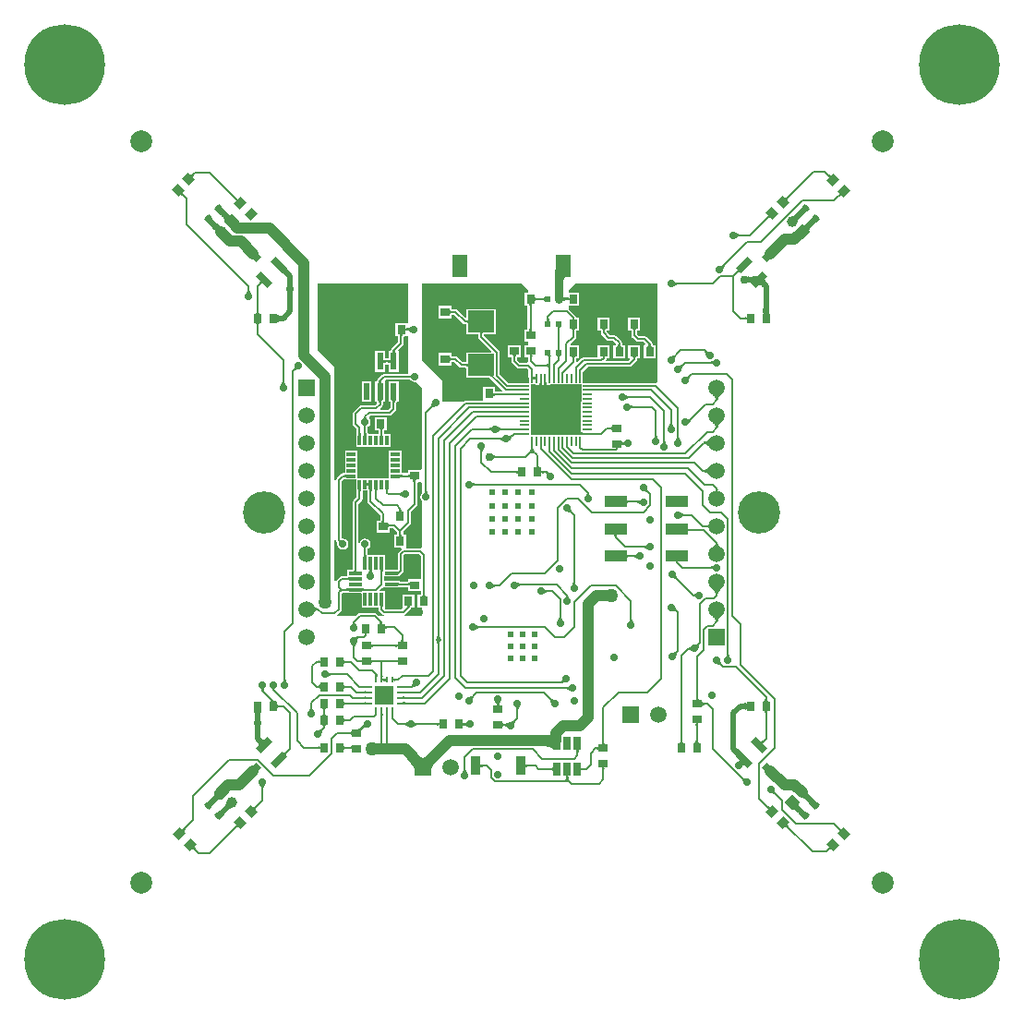
<source format=gtl>
G04 Layer_Physical_Order=1*
G04 Layer_Color=255*
%FSLAX25Y25*%
%MOIN*%
G70*
G01*
G75*
%ADD10R,0.01181X0.04724*%
%ADD11R,0.04724X0.01181*%
%ADD12R,0.03150X0.03543*%
%ADD13R,0.03543X0.06693*%
%ADD14R,0.07874X0.03937*%
G04:AMPARAMS|DCode=15|XSize=11.81mil|YSize=25.59mil|CornerRadius=0mil|HoleSize=0mil|Usage=FLASHONLY|Rotation=135.000|XOffset=0mil|YOffset=0mil|HoleType=Round|Shape=Rectangle|*
%AMROTATEDRECTD15*
4,1,4,0.01322,0.00487,-0.00487,-0.01322,-0.01322,-0.00487,0.00487,0.01322,0.01322,0.00487,0.0*
%
%ADD15ROTATEDRECTD15*%

G04:AMPARAMS|DCode=16|XSize=11.81mil|YSize=25.59mil|CornerRadius=0mil|HoleSize=0mil|Usage=FLASHONLY|Rotation=45.000|XOffset=0mil|YOffset=0mil|HoleType=Round|Shape=Rectangle|*
%AMROTATEDRECTD16*
4,1,4,0.00487,-0.01322,-0.01322,0.00487,-0.00487,0.01322,0.01322,-0.00487,0.00487,-0.01322,0.0*
%
%ADD16ROTATEDRECTD16*%

G04:AMPARAMS|DCode=17|XSize=23.62mil|YSize=57.09mil|CornerRadius=0mil|HoleSize=0mil|Usage=FLASHONLY|Rotation=315.000|XOffset=0mil|YOffset=0mil|HoleType=Round|Shape=Rectangle|*
%AMROTATEDRECTD17*
4,1,4,-0.02854,-0.01183,0.01183,0.02854,0.02854,0.01183,-0.01183,-0.02854,-0.02854,-0.01183,0.0*
%
%ADD17ROTATEDRECTD17*%

G04:AMPARAMS|DCode=18|XSize=23.62mil|YSize=57.09mil|CornerRadius=0mil|HoleSize=0mil|Usage=FLASHONLY|Rotation=225.000|XOffset=0mil|YOffset=0mil|HoleType=Round|Shape=Rectangle|*
%AMROTATEDRECTD18*
4,1,4,-0.01183,0.02854,0.02854,-0.01183,0.01183,-0.02854,-0.02854,0.01183,-0.01183,0.02854,0.0*
%
%ADD18ROTATEDRECTD18*%

G04:AMPARAMS|DCode=19|XSize=35.43mil|YSize=31.5mil|CornerRadius=0mil|HoleSize=0mil|Usage=FLASHONLY|Rotation=225.000|XOffset=0mil|YOffset=0mil|HoleType=Round|Shape=Rectangle|*
%AMROTATEDRECTD19*
4,1,4,0.00139,0.02366,0.02366,0.00139,-0.00139,-0.02366,-0.02366,-0.00139,0.00139,0.02366,0.0*
%
%ADD19ROTATEDRECTD19*%

G04:AMPARAMS|DCode=20|XSize=35.43mil|YSize=31.5mil|CornerRadius=0mil|HoleSize=0mil|Usage=FLASHONLY|Rotation=315.000|XOffset=0mil|YOffset=0mil|HoleType=Round|Shape=Rectangle|*
%AMROTATEDRECTD20*
4,1,4,-0.02366,0.00139,-0.00139,0.02366,0.02366,-0.00139,0.00139,-0.02366,-0.02366,0.00139,0.0*
%
%ADD20ROTATEDRECTD20*%

%ADD21R,0.03543X0.03150*%
%ADD22R,0.05512X0.07874*%
%ADD23R,0.02362X0.01968*%
%ADD24R,0.09449X0.07874*%
%ADD25R,0.02756X0.05118*%
%ADD26R,0.02362X0.06299*%
%ADD27R,0.06890X0.06890*%
%ADD28R,0.02362X0.00984*%
%ADD29R,0.00984X0.02362*%
%ADD30R,0.18110X0.18110*%
%ADD31R,0.03347X0.00787*%
%ADD32R,0.00787X0.03347*%
%ADD33R,0.03347X0.01181*%
%ADD34R,0.01181X0.03347*%
%ADD35R,0.11024X0.11024*%
%ADD36C,0.04000*%
%ADD37C,0.00800*%
%ADD38C,0.02000*%
%ADD39C,0.03000*%
%ADD40C,0.02756*%
%ADD41P,0.05568X4X360.0*%
%ADD42C,0.03937*%
%ADD43P,0.05568X4X90.0*%
%ADD44C,0.29134*%
%ADD45C,0.07874*%
%ADD46R,0.05905X0.05905*%
%ADD47C,0.05905*%
%ADD48R,0.05905X0.05905*%
%ADD49C,0.02800*%
%ADD50C,0.02400*%
%ADD51C,0.02000*%
%ADD52C,0.03000*%
%ADD53C,0.05000*%
%ADD54C,0.15283*%
G36*
X134256Y131968D02*
X134280Y131900D01*
X134321Y131840D01*
X134378Y131788D01*
X134451Y131744D01*
X134540Y131708D01*
X134645Y131680D01*
X134767Y131660D01*
X134905Y131648D01*
X135060Y131644D01*
Y130844D01*
X134905Y130840D01*
X134767Y130828D01*
X134645Y130808D01*
X134540Y130780D01*
X134451Y130744D01*
X134378Y130700D01*
X134321Y130648D01*
X134280Y130588D01*
X134256Y130520D01*
X134248Y130444D01*
Y132044D01*
X134256Y131968D01*
D02*
G37*
G36*
X130752Y130444D02*
X130744Y130520D01*
X130720Y130588D01*
X130679Y130648D01*
X130622Y130700D01*
X130549Y130744D01*
X130460Y130780D01*
X130354Y130808D01*
X130233Y130828D01*
X130095Y130840D01*
X129940Y130844D01*
Y131644D01*
X130095Y131648D01*
X130233Y131660D01*
X130354Y131680D01*
X130460Y131708D01*
X130549Y131744D01*
X130622Y131788D01*
X130679Y131840D01*
X130720Y131900D01*
X130744Y131968D01*
X130752Y132044D01*
Y130444D01*
D02*
G37*
G36*
X263406Y133559D02*
X263423Y133438D01*
X263452Y133318D01*
X263493Y133198D01*
X263545Y133080D01*
X263609Y132962D01*
X263684Y132845D01*
X263771Y132729D01*
X263870Y132614D01*
X263980Y132500D01*
X262020D01*
X262130Y132614D01*
X262229Y132729D01*
X262316Y132845D01*
X262391Y132962D01*
X262455Y133080D01*
X262507Y133198D01*
X262548Y133318D01*
X262577Y133438D01*
X262594Y133559D01*
X262600Y133682D01*
X263400D01*
X263406Y133559D01*
D02*
G37*
G36*
X143752Y130444D02*
X143744Y130520D01*
X143720Y130588D01*
X143679Y130648D01*
X143622Y130700D01*
X143549Y130744D01*
X143460Y130780D01*
X143354Y130808D01*
X143233Y130828D01*
X143095Y130840D01*
X142940Y130844D01*
Y131644D01*
X143095Y131648D01*
X143233Y131660D01*
X143354Y131680D01*
X143460Y131708D01*
X143549Y131744D01*
X143622Y131788D01*
X143679Y131840D01*
X143720Y131900D01*
X143744Y131968D01*
X143752Y132044D01*
Y130444D01*
D02*
G37*
G36*
X124315Y131724D02*
X124339Y131656D01*
X124380Y131596D01*
X124437Y131544D01*
X124510Y131500D01*
X124599Y131464D01*
X124705Y131436D01*
X124826Y131416D01*
X124964Y131404D01*
X125119Y131400D01*
Y130600D01*
X124964Y130596D01*
X124826Y130584D01*
X124705Y130564D01*
X124599Y130536D01*
X124510Y130500D01*
X124437Y130456D01*
X124380Y130404D01*
X124339Y130344D01*
X124315Y130276D01*
X124307Y130200D01*
Y131800D01*
X124315Y131724D01*
D02*
G37*
G36*
X138417Y126329D02*
X138455Y125753D01*
X138467Y125713D01*
X138481Y125689D01*
X138496Y125681D01*
X137536D01*
X137551Y125689D01*
X137565Y125713D01*
X137576Y125753D01*
X137587Y125809D01*
X137596Y125881D01*
X137609Y126073D01*
X137616Y126481D01*
X138416D01*
X138417Y126329D01*
D02*
G37*
G36*
X136448Y126306D02*
X136486Y125750D01*
X136498Y125712D01*
X136512Y125689D01*
X136527Y125681D01*
X135567D01*
X135582Y125689D01*
X135596Y125712D01*
X135608Y125750D01*
X135618Y125804D01*
X135627Y125874D01*
X135640Y126059D01*
X135647Y126453D01*
X136447D01*
X136448Y126306D01*
D02*
G37*
G36*
X115681Y130200D02*
X115673Y130276D01*
X115649Y130344D01*
X115609Y130404D01*
X115553Y130456D01*
X115481Y130500D01*
X115393Y130536D01*
X115289Y130564D01*
X115169Y130584D01*
X115033Y130596D01*
X114881Y130600D01*
Y131400D01*
X115033Y131404D01*
X115169Y131416D01*
X115289Y131436D01*
X115393Y131464D01*
X115481Y131500D01*
X115553Y131544D01*
X115609Y131596D01*
X115649Y131656D01*
X115673Y131724D01*
X115681Y131800D01*
Y130200D01*
D02*
G37*
G36*
X260403Y131327D02*
X260414Y131176D01*
X260435Y131033D01*
X260464Y130897D01*
X260502Y130769D01*
X260549Y130648D01*
X260605Y130535D01*
X260670Y130429D01*
X260743Y130331D01*
X260825Y130240D01*
X260260Y129674D01*
X260169Y129757D01*
X260071Y129830D01*
X259965Y129895D01*
X259852Y129951D01*
X259732Y129998D01*
X259603Y130036D01*
X259467Y130065D01*
X259324Y130086D01*
X259173Y130097D01*
X259014Y130100D01*
X260400Y131486D01*
X260403Y131327D01*
D02*
G37*
G36*
X159143Y138225D02*
X159092Y138160D01*
X159047Y138090D01*
X159008Y138016D01*
X158975Y137938D01*
X158948Y137856D01*
X158927Y137769D01*
X158912Y137678D01*
X158903Y137583D01*
X158900Y137484D01*
X158100D01*
X158097Y137583D01*
X158088Y137678D01*
X158073Y137769D01*
X158052Y137856D01*
X158025Y137938D01*
X157992Y138016D01*
X157953Y138090D01*
X157908Y138160D01*
X157857Y138225D01*
X157800Y138286D01*
X159200D01*
X159143Y138225D01*
D02*
G37*
G36*
X128870Y137386D02*
X128771Y137271D01*
X128684Y137155D01*
X128609Y137038D01*
X128545Y136920D01*
X128493Y136802D01*
X128452Y136682D01*
X128423Y136562D01*
X128406Y136441D01*
X128400Y136318D01*
X127600D01*
X127594Y136441D01*
X127577Y136562D01*
X127548Y136682D01*
X127507Y136802D01*
X127455Y136920D01*
X127391Y137038D01*
X127316Y137155D01*
X127229Y137271D01*
X127130Y137386D01*
X127020Y137500D01*
X128980D01*
X128870Y137386D01*
D02*
G37*
G36*
X158903Y140417D02*
X158912Y140322D01*
X158927Y140231D01*
X158948Y140144D01*
X158975Y140062D01*
X159008Y139984D01*
X159047Y139910D01*
X159092Y139840D01*
X159143Y139775D01*
X159200Y139714D01*
X157800D01*
X157857Y139775D01*
X157908Y139840D01*
X157953Y139910D01*
X157992Y139984D01*
X158025Y140062D01*
X158052Y140144D01*
X158073Y140231D01*
X158088Y140322D01*
X158097Y140417D01*
X158100Y140516D01*
X158900D01*
X158903Y140417D01*
D02*
G37*
G36*
X145904Y138967D02*
X145916Y138831D01*
X145936Y138711D01*
X145964Y138607D01*
X146000Y138519D01*
X146044Y138447D01*
X146096Y138391D01*
X146156Y138351D01*
X146224Y138327D01*
X146300Y138319D01*
X144700D01*
X144776Y138327D01*
X144844Y138351D01*
X144904Y138391D01*
X144956Y138447D01*
X145000Y138519D01*
X145036Y138607D01*
X145064Y138711D01*
X145084Y138831D01*
X145096Y138967D01*
X145100Y139119D01*
X145900D01*
X145904Y138967D01*
D02*
G37*
G36*
X143752Y135956D02*
X143744Y136032D01*
X143720Y136100D01*
X143679Y136160D01*
X143622Y136212D01*
X143549Y136256D01*
X143460Y136292D01*
X143354Y136320D01*
X143233Y136340D01*
X143095Y136352D01*
X142940Y136356D01*
Y137156D01*
X143095Y137160D01*
X143233Y137172D01*
X143354Y137192D01*
X143460Y137220D01*
X143549Y137256D01*
X143622Y137300D01*
X143679Y137352D01*
X143720Y137412D01*
X143744Y137480D01*
X143752Y137556D01*
Y135956D01*
D02*
G37*
G36*
X250000Y134776D02*
X249886Y134886D01*
X249771Y134985D01*
X249655Y135072D01*
X249538Y135147D01*
X249420Y135211D01*
X249302Y135263D01*
X249182Y135304D01*
X249062Y135333D01*
X248941Y135350D01*
X248818Y135356D01*
Y136156D01*
X248941Y136162D01*
X249062Y136179D01*
X249182Y136208D01*
X249302Y136249D01*
X249420Y136301D01*
X249538Y136365D01*
X249655Y136440D01*
X249771Y136527D01*
X249886Y136626D01*
X250000Y136736D01*
Y134776D01*
D02*
G37*
G36*
X244826Y134260D02*
X244743Y134169D01*
X244670Y134071D01*
X244605Y133966D01*
X244549Y133852D01*
X244502Y133731D01*
X244464Y133603D01*
X244435Y133467D01*
X244414Y133324D01*
X244403Y133173D01*
X244400Y133014D01*
X243014Y134400D01*
X243173Y134403D01*
X243324Y134414D01*
X243467Y134435D01*
X243603Y134464D01*
X243731Y134502D01*
X243852Y134549D01*
X243966Y134605D01*
X244071Y134670D01*
X244169Y134743D01*
X244260Y134826D01*
X244826Y134260D01*
D02*
G37*
G36*
X134256Y137480D02*
X134280Y137412D01*
X134321Y137352D01*
X134378Y137300D01*
X134451Y137256D01*
X134540Y137220D01*
X134645Y137192D01*
X134767Y137172D01*
X134905Y137160D01*
X135060Y137156D01*
Y136356D01*
X134905Y136352D01*
X134767Y136340D01*
X134645Y136320D01*
X134540Y136292D01*
X134451Y136256D01*
X134378Y136212D01*
X134321Y136160D01*
X134280Y136100D01*
X134256Y136032D01*
X134248Y135956D01*
Y137556D01*
X134256Y137480D01*
D02*
G37*
G36*
X252825Y137016D02*
X252743Y136925D01*
X252670Y136827D01*
X252605Y136722D01*
X252549Y136608D01*
X252502Y136487D01*
X252464Y136359D01*
X252435Y136223D01*
X252414Y136080D01*
X252403Y135929D01*
X252400Y135770D01*
X251014Y137156D01*
X251173Y137159D01*
X251324Y137170D01*
X251467Y137191D01*
X251603Y137220D01*
X251731Y137258D01*
X251852Y137305D01*
X251965Y137361D01*
X252071Y137426D01*
X252169Y137499D01*
X252260Y137581D01*
X252825Y137016D01*
D02*
G37*
G36*
X95643Y121248D02*
X95592Y121201D01*
X95547Y121144D01*
X95508Y121078D01*
X95475Y121004D01*
X95448Y120921D01*
X95427Y120829D01*
X95412Y120728D01*
X95403Y120618D01*
X95400Y120500D01*
X94600D01*
X94597Y120618D01*
X94588Y120728D01*
X94573Y120829D01*
X94552Y120921D01*
X94525Y121004D01*
X94492Y121078D01*
X94453Y121144D01*
X94408Y121201D01*
X94357Y121248D01*
X94300Y121288D01*
X95700D01*
X95643Y121248D01*
D02*
G37*
G36*
X145689Y120449D02*
X145713Y120436D01*
X145753Y120423D01*
X145809Y120413D01*
X145881Y120404D01*
X146073Y120391D01*
X146481Y120384D01*
Y119584D01*
X146329Y119583D01*
X145753Y119545D01*
X145713Y119533D01*
X145689Y119519D01*
X145681Y119504D01*
Y120464D01*
X145689Y120449D01*
D02*
G37*
G36*
X124315Y122724D02*
X124339Y122656D01*
X124380Y122596D01*
X124437Y122544D01*
X124510Y122500D01*
X124599Y122464D01*
X124705Y122436D01*
X124826Y122416D01*
X124964Y122404D01*
X125119Y122400D01*
Y121600D01*
X124964Y121596D01*
X124826Y121584D01*
X124705Y121564D01*
X124599Y121536D01*
X124510Y121500D01*
X124437Y121456D01*
X124380Y121404D01*
X124339Y121344D01*
X124315Y121276D01*
X124307Y121200D01*
Y122800D01*
X124315Y122724D01*
D02*
G37*
G36*
X206000Y120520D02*
X205886Y120630D01*
X205771Y120729D01*
X205655Y120816D01*
X205538Y120891D01*
X205420Y120955D01*
X205302Y121007D01*
X205182Y121048D01*
X205062Y121077D01*
X204941Y121094D01*
X204818Y121100D01*
Y121900D01*
X204941Y121906D01*
X205062Y121923D01*
X205182Y121952D01*
X205302Y121993D01*
X205420Y122045D01*
X205538Y122109D01*
X205655Y122184D01*
X205771Y122271D01*
X205886Y122370D01*
X206000Y122480D01*
Y120520D01*
D02*
G37*
G36*
X132319Y119504D02*
X132311Y119519D01*
X132287Y119533D01*
X132247Y119545D01*
X132191Y119555D01*
X132119Y119564D01*
X131927Y119577D01*
X131519Y119584D01*
Y120384D01*
X131671Y120385D01*
X132247Y120423D01*
X132287Y120436D01*
X132311Y120449D01*
X132319Y120464D01*
Y119504D01*
D02*
G37*
G36*
X252404Y117964D02*
X252416Y117826D01*
X252436Y117705D01*
X252464Y117599D01*
X252500Y117510D01*
X252544Y117437D01*
X252596Y117380D01*
X252656Y117339D01*
X252724Y117315D01*
X252800Y117307D01*
X251200D01*
X251276Y117315D01*
X251344Y117339D01*
X251404Y117380D01*
X251456Y117437D01*
X251500Y117510D01*
X251536Y117599D01*
X251564Y117705D01*
X251584Y117826D01*
X251596Y117964D01*
X251600Y118119D01*
X252400D01*
X252404Y117964D01*
D02*
G37*
G36*
X171326Y118260D02*
X171243Y118169D01*
X171170Y118071D01*
X171105Y117965D01*
X171049Y117852D01*
X171002Y117731D01*
X170964Y117603D01*
X170935Y117467D01*
X170914Y117324D01*
X170903Y117173D01*
X170900Y117014D01*
X169514Y118400D01*
X169673Y118403D01*
X169824Y118414D01*
X169967Y118435D01*
X170103Y118464D01*
X170231Y118502D01*
X170352Y118549D01*
X170466Y118605D01*
X170571Y118670D01*
X170669Y118743D01*
X170760Y118825D01*
X171326Y118260D01*
D02*
G37*
G36*
X145689Y118481D02*
X145713Y118467D01*
X145753Y118455D01*
X145809Y118445D01*
X145881Y118436D01*
X146073Y118423D01*
X146481Y118416D01*
Y117616D01*
X146329Y117615D01*
X145753Y117577D01*
X145713Y117564D01*
X145689Y117551D01*
X145681Y117536D01*
Y118496D01*
X145689Y118481D01*
D02*
G37*
G36*
X132319Y117536D02*
X132311Y117551D01*
X132287Y117564D01*
X132247Y117577D01*
X132191Y117587D01*
X132119Y117596D01*
X131927Y117608D01*
X131519Y117616D01*
Y118416D01*
X131671Y118417D01*
X132247Y118455D01*
X132287Y118467D01*
X132311Y118481D01*
X132319Y118496D01*
Y117536D01*
D02*
G37*
G36*
X142429Y125236D02*
X142453Y125168D01*
X142494Y125108D01*
X142551Y125056D01*
X142624Y125012D01*
X142713Y124976D01*
X142819Y124948D01*
X142941Y124928D01*
X143079Y124916D01*
X143233Y124912D01*
Y124112D01*
X143079Y124108D01*
X142941Y124096D01*
X142819Y124076D01*
X142713Y124048D01*
X142624Y124012D01*
X142551Y123968D01*
X142494Y123916D01*
X142453Y123856D01*
X142429Y123788D01*
X142421Y123712D01*
Y125312D01*
X142429Y125236D01*
D02*
G37*
G36*
X204304Y123614D02*
X204195Y123624D01*
X204088Y123623D01*
X203982Y123611D01*
X203878Y123588D01*
X203775Y123553D01*
X203674Y123508D01*
X203574Y123452D01*
X203475Y123385D01*
X203378Y123306D01*
X203283Y123217D01*
X202717Y123783D01*
X202806Y123878D01*
X202885Y123975D01*
X202952Y124074D01*
X203008Y124174D01*
X203053Y124275D01*
X203087Y124378D01*
X203111Y124482D01*
X203123Y124588D01*
X203124Y124695D01*
X203114Y124804D01*
X204304Y123614D01*
D02*
G37*
G36*
X118614Y127370D02*
X118729Y127271D01*
X118845Y127184D01*
X118962Y127109D01*
X119079Y127045D01*
X119198Y126993D01*
X119318Y126952D01*
X119438Y126923D01*
X119559Y126906D01*
X119682Y126900D01*
Y126100D01*
X119559Y126094D01*
X119438Y126077D01*
X119318Y126048D01*
X119198Y126007D01*
X119079Y125955D01*
X118962Y125891D01*
X118845Y125816D01*
X118729Y125729D01*
X118614Y125630D01*
X118500Y125520D01*
Y127480D01*
X118614Y127370D01*
D02*
G37*
G36*
X139516Y123712D02*
X139508Y123788D01*
X139484Y123856D01*
X139443Y123916D01*
X139386Y123968D01*
X139313Y124012D01*
X139224Y124048D01*
X139118Y124076D01*
X139000Y124095D01*
X138882Y124076D01*
X138776Y124048D01*
X138687Y124012D01*
X138614Y123968D01*
X138557Y123916D01*
X138516Y123856D01*
X138492Y123788D01*
X138484Y123712D01*
Y125312D01*
X138492Y125236D01*
X138516Y125168D01*
X138557Y125108D01*
X138614Y125056D01*
X138687Y125012D01*
X138776Y124976D01*
X138882Y124948D01*
X139000Y124928D01*
X139118Y124948D01*
X139224Y124976D01*
X139313Y125012D01*
X139386Y125056D01*
X139443Y125108D01*
X139484Y125168D01*
X139508Y125236D01*
X139516Y125312D01*
Y123712D01*
D02*
G37*
G36*
X103406Y124559D02*
X103423Y124438D01*
X103452Y124318D01*
X103493Y124198D01*
X103545Y124080D01*
X103609Y123962D01*
X103684Y123845D01*
X103771Y123729D01*
X103870Y123614D01*
X103980Y123500D01*
X102020D01*
X102130Y123614D01*
X102229Y123729D01*
X102316Y123845D01*
X102391Y123962D01*
X102455Y124080D01*
X102507Y124198D01*
X102548Y124318D01*
X102577Y124438D01*
X102594Y124559D01*
X102600Y124682D01*
X103400D01*
X103406Y124559D01*
D02*
G37*
G36*
X145689Y122418D02*
X145713Y122404D01*
X145753Y122392D01*
X145809Y122382D01*
X145881Y122373D01*
X146073Y122360D01*
X146481Y122353D01*
Y121553D01*
X146329Y121552D01*
X145753Y121513D01*
X145713Y121502D01*
X145689Y121488D01*
X145681Y121473D01*
Y122433D01*
X145689Y122418D01*
D02*
G37*
G36*
X132319Y121473D02*
X132311Y121488D01*
X132287Y121502D01*
X132247Y121513D01*
X132191Y121524D01*
X132119Y121533D01*
X131927Y121546D01*
X131519Y121553D01*
Y122353D01*
X131671Y122354D01*
X132247Y122392D01*
X132287Y122404D01*
X132311Y122418D01*
X132319Y122433D01*
Y121473D01*
D02*
G37*
G36*
X116244Y121020D02*
X116130Y121130D01*
X116015Y121229D01*
X115899Y121316D01*
X115782Y121391D01*
X115681Y121446D01*
Y121200D01*
X115673Y121276D01*
X115649Y121344D01*
X115609Y121404D01*
X115553Y121456D01*
X115481Y121500D01*
X115393Y121536D01*
X115289Y121564D01*
X115169Y121584D01*
X115033Y121596D01*
X114881Y121600D01*
Y122400D01*
X115033Y122404D01*
X115169Y122416D01*
X115289Y122436D01*
X115393Y122464D01*
X115481Y122500D01*
X115553Y122544D01*
X115609Y122596D01*
X115649Y122656D01*
X115673Y122724D01*
X115681Y122800D01*
Y122554D01*
X115782Y122609D01*
X115899Y122684D01*
X116015Y122771D01*
X116130Y122870D01*
X116244Y122980D01*
Y121020D01*
D02*
G37*
G36*
X150404Y122103D02*
X150268Y122108D01*
X150137Y122101D01*
X150010Y122085D01*
X149888Y122057D01*
X149769Y122020D01*
X149655Y121972D01*
X149545Y121913D01*
X149439Y121844D01*
X149337Y121765D01*
X149240Y121675D01*
X148674Y122240D01*
X148765Y122337D01*
X148844Y122439D01*
X148913Y122545D01*
X148972Y122655D01*
X149020Y122769D01*
X149057Y122888D01*
X149085Y123010D01*
X149101Y123137D01*
X149108Y123268D01*
X149103Y123404D01*
X150404Y122103D01*
D02*
G37*
G36*
X148252Y158216D02*
X148244Y158292D01*
X148220Y158360D01*
X148179Y158420D01*
X148122Y158472D01*
X148049Y158516D01*
X147960Y158552D01*
X147854Y158580D01*
X147733Y158600D01*
X147595Y158612D01*
X147440Y158616D01*
Y159416D01*
X147595Y159420D01*
X147733Y159432D01*
X147854Y159452D01*
X147960Y159480D01*
X148049Y159516D01*
X148122Y159560D01*
X148179Y159612D01*
X148220Y159672D01*
X148244Y159740D01*
X148252Y159816D01*
Y158216D01*
D02*
G37*
G36*
X187014Y159729D02*
X187269Y159559D01*
X187395Y159491D01*
X187519Y159432D01*
X187643Y159385D01*
X187765Y159348D01*
X187886Y159321D01*
X188006Y159305D01*
X188125Y159300D01*
X188219Y158500D01*
X188094Y158494D01*
X187972Y158475D01*
X187853Y158444D01*
X187737Y158401D01*
X187624Y158345D01*
X187513Y158277D01*
X187406Y158197D01*
X187302Y158104D01*
X187201Y157999D01*
X187103Y157881D01*
X186884Y159829D01*
X187014Y159729D01*
D02*
G37*
G36*
X207906Y159559D02*
X207923Y159438D01*
X207952Y159318D01*
X207993Y159198D01*
X208045Y159080D01*
X208109Y158962D01*
X208184Y158845D01*
X208271Y158729D01*
X208370Y158614D01*
X208480Y158500D01*
X206520D01*
X206630Y158614D01*
X206729Y158729D01*
X206816Y158845D01*
X206891Y158962D01*
X206955Y159080D01*
X207007Y159198D01*
X207048Y159318D01*
X207077Y159438D01*
X207094Y159559D01*
X207100Y159682D01*
X207900D01*
X207906Y159559D01*
D02*
G37*
G36*
X143854Y159560D02*
X143878Y159530D01*
X143918Y159503D01*
X143974Y159480D01*
X144046Y159460D01*
X144134Y159444D01*
X144238Y159432D01*
X144494Y159417D01*
X144646Y159416D01*
Y158616D01*
X144494Y158614D01*
X144134Y158587D01*
X144046Y158571D01*
X143974Y158552D01*
X143918Y158528D01*
X143878Y158502D01*
X143854Y158471D01*
X143846Y158437D01*
Y159594D01*
X143854Y159560D01*
D02*
G37*
G36*
X147424Y157966D02*
X147558Y157963D01*
X147628Y157957D01*
Y156569D01*
X152236D01*
Y155643D01*
X152207Y155577D01*
X152203Y155442D01*
X152197Y155372D01*
X151081D01*
Y150628D01*
X152500D01*
Y147500D01*
X146148D01*
X146098Y148000D01*
X146390Y148058D01*
X146721Y148279D01*
X148465Y150023D01*
X148686Y150354D01*
X148734Y150595D01*
X148749Y150628D01*
X149919D01*
Y155372D01*
X145569D01*
Y150628D01*
X145569D01*
X145622Y150501D01*
X145280Y150020D01*
X139422D01*
X139325Y150117D01*
X139143Y150542D01*
X139143Y150542D01*
X139143D01*
X139143Y150542D01*
Y151063D01*
X139181Y151154D01*
X139151Y151226D01*
X139163Y151303D01*
X139143Y151331D01*
Y156466D01*
X137561D01*
X137370Y156928D01*
X138093Y157651D01*
X138534Y157825D01*
Y157825D01*
X138534Y157825D01*
X143669D01*
X143697Y157805D01*
X143774Y157818D01*
X143846Y157788D01*
X143937Y157825D01*
X144458D01*
Y157960D01*
X144522Y157965D01*
X144654Y157966D01*
X144723Y157996D01*
X147357D01*
X147424Y157966D01*
D02*
G37*
G36*
X126154Y156469D02*
X126146Y156503D01*
X126122Y156533D01*
X126082Y156560D01*
X126026Y156583D01*
X125954Y156603D01*
X125866Y156619D01*
X125762Y156631D01*
X125506Y156646D01*
X125354Y156647D01*
Y157447D01*
X125506Y157449D01*
X125866Y157476D01*
X125954Y157492D01*
X126026Y157511D01*
X126082Y157535D01*
X126122Y157562D01*
X126146Y157592D01*
X126154Y157626D01*
Y156469D01*
D02*
G37*
G36*
X196614Y157370D02*
X196729Y157271D01*
X196845Y157184D01*
X196962Y157109D01*
X197080Y157045D01*
X197198Y156993D01*
X197318Y156952D01*
X197438Y156923D01*
X197559Y156906D01*
X197682Y156900D01*
Y156100D01*
X197559Y156094D01*
X197438Y156077D01*
X197318Y156048D01*
X197198Y156007D01*
X197080Y155955D01*
X196962Y155891D01*
X196845Y155816D01*
X196729Y155729D01*
X196614Y155630D01*
X196500Y155520D01*
Y157480D01*
X196614Y157370D01*
D02*
G37*
G36*
X177870Y159370D02*
X177985Y159271D01*
X178101Y159184D01*
X178218Y159109D01*
X178335Y159045D01*
X178454Y158993D01*
X178574Y158952D01*
X178694Y158923D01*
X178815Y158906D01*
X178937Y158900D01*
Y158100D01*
X178815Y158094D01*
X178694Y158077D01*
X178574Y158048D01*
X178454Y158007D01*
X178335Y157955D01*
X178218Y157891D01*
X178101Y157816D01*
X177985Y157729D01*
X177870Y157630D01*
X177756Y157520D01*
Y159480D01*
X177870Y159370D01*
D02*
G37*
G36*
X130862Y157592D02*
X130886Y157562D01*
X130926Y157535D01*
X130982Y157511D01*
X131054Y157492D01*
X131142Y157476D01*
X131246Y157463D01*
X131502Y157449D01*
X131654Y157447D01*
Y156647D01*
X131502Y156646D01*
X131142Y156619D01*
X131054Y156603D01*
X130982Y156583D01*
X130926Y156560D01*
X130886Y156533D01*
X130862Y156503D01*
X130854Y156469D01*
Y157626D01*
X130862Y157592D01*
D02*
G37*
G36*
X258000Y164020D02*
X257886Y164130D01*
X257771Y164229D01*
X257655Y164316D01*
X257538Y164391D01*
X257420Y164455D01*
X257302Y164507D01*
X257182Y164548D01*
X257062Y164577D01*
X256941Y164594D01*
X256818Y164600D01*
Y165400D01*
X256941Y165406D01*
X257062Y165423D01*
X257182Y165452D01*
X257302Y165493D01*
X257420Y165545D01*
X257538Y165609D01*
X257655Y165684D01*
X257771Y165771D01*
X257886Y165870D01*
X258000Y165980D01*
Y164020D01*
D02*
G37*
G36*
X128908Y164177D02*
X128920Y164039D01*
X128940Y163917D01*
X128968Y163812D01*
X129004Y163722D01*
X129048Y163649D01*
X129100Y163592D01*
X129160Y163552D01*
X129228Y163527D01*
X129304Y163519D01*
X127704D01*
X127780Y163527D01*
X127848Y163552D01*
X127908Y163592D01*
X127960Y163649D01*
X128004Y163722D01*
X128040Y163812D01*
X128068Y163917D01*
X128088Y164039D01*
X128100Y164177D01*
X128104Y164331D01*
X128904D01*
X128908Y164177D01*
D02*
G37*
G36*
X230343Y168177D02*
X230229Y168288D01*
X230114Y168386D01*
X229998Y168473D01*
X229881Y168549D01*
X229763Y168613D01*
X229644Y168665D01*
X229525Y168705D01*
X229404Y168734D01*
X229283Y168752D01*
X229161Y168757D01*
Y169557D01*
X229283Y169563D01*
X229404Y169581D01*
X229525Y169610D01*
X229644Y169650D01*
X229763Y169702D01*
X229881Y169766D01*
X229998Y169842D01*
X230114Y169929D01*
X230229Y170027D01*
X230343Y170138D01*
Y168177D01*
D02*
G37*
G36*
X132965Y192690D02*
X132966Y192559D01*
X132996Y192489D01*
Y188984D01*
X133074Y188594D01*
X133295Y188263D01*
X137480Y184078D01*
Y182202D01*
X137451Y182135D01*
X137447Y182001D01*
X137441Y181931D01*
X136128D01*
Y177581D01*
X140872D01*
Y179197D01*
X140942Y179203D01*
X141077Y179207D01*
X141143Y179236D01*
X142322D01*
X143725Y177834D01*
Y177143D01*
X143695Y177076D01*
X143691Y176942D01*
X143685Y176872D01*
X142569D01*
Y172128D01*
X144996D01*
X145092Y171991D01*
X145186Y171628D01*
X144279Y170721D01*
X144058Y170390D01*
X143980Y170000D01*
Y164422D01*
X143701Y164143D01*
X139600D01*
X139150Y164344D01*
X139143Y164352D01*
Y169458D01*
X133103D01*
X133098Y169522D01*
X133097Y169654D01*
X133067Y169723D01*
Y171808D01*
X133442Y172058D01*
X133884Y172720D01*
X134039Y173500D01*
X133884Y174280D01*
X133442Y174942D01*
X132780Y175384D01*
X132000Y175539D01*
X131220Y175384D01*
X130558Y174942D01*
X130116Y174280D01*
X130024Y173815D01*
X129524Y173864D01*
Y188082D01*
X130800Y189358D01*
X131021Y189689D01*
X131098Y190079D01*
Y192489D01*
X131128Y192559D01*
X131130Y192696D01*
X131133Y192754D01*
X132960D01*
X132965Y192690D01*
D02*
G37*
G36*
X138506Y164138D02*
X138484Y164114D01*
X138464Y164074D01*
X138447Y164018D01*
X138433Y163946D01*
X138421Y163858D01*
X138405Y163634D01*
X138400Y163346D01*
X137600D01*
X137598Y163498D01*
X137580Y163754D01*
X137564Y163858D01*
X137544Y163946D01*
X137519Y164018D01*
X137489Y164074D01*
X137455Y164114D01*
X137417Y164138D01*
X137374Y164146D01*
X138531D01*
X138506Y164138D01*
D02*
G37*
G36*
X126154Y160406D02*
X126146Y160440D01*
X126122Y160470D01*
X126082Y160497D01*
X126026Y160520D01*
X125954Y160540D01*
X125866Y160556D01*
X125762Y160568D01*
X125506Y160582D01*
X125354Y160584D01*
Y161384D01*
X125506Y161386D01*
X125866Y161413D01*
X125954Y161429D01*
X126026Y161449D01*
X126082Y161472D01*
X126122Y161498D01*
X126146Y161529D01*
X126154Y161563D01*
Y160406D01*
D02*
G37*
G36*
X152236Y169322D02*
Y160919D01*
X147628D01*
Y160075D01*
X147558Y160069D01*
X147424Y160065D01*
X147357Y160035D01*
X144723D01*
X144654Y160065D01*
X144516Y160067D01*
X144458Y160070D01*
Y160206D01*
X143937D01*
X143846Y160244D01*
X143774Y160214D01*
X143697Y160226D01*
X143669Y160206D01*
X139020D01*
Y161762D01*
X144458D01*
Y162088D01*
X144674Y162232D01*
X145721Y163279D01*
X145942Y163610D01*
X146020Y164000D01*
Y169578D01*
X146422Y169980D01*
X151578D01*
X152236Y169322D01*
D02*
G37*
G36*
X134418Y164146D02*
X134594D01*
X134560Y164138D01*
X134530Y164114D01*
X134503Y164074D01*
X134480Y164018D01*
X134460Y163946D01*
X134452Y163900D01*
X134468Y163833D01*
X134509Y163714D01*
X134561Y163595D01*
X134625Y163478D01*
X134700Y163361D01*
X134787Y163245D01*
X134886Y163130D01*
X134996Y163016D01*
X133036D01*
X133146Y163130D01*
X133245Y163245D01*
X133332Y163361D01*
X133407Y163478D01*
X133471Y163595D01*
X133523Y163714D01*
X133564Y163833D01*
X133580Y163900D01*
X133571Y163946D01*
X133552Y164018D01*
X133528Y164074D01*
X133502Y164114D01*
X133471Y164138D01*
X133437Y164146D01*
X133613D01*
X133616Y164197D01*
X134416D01*
X134418Y164146D01*
D02*
G37*
G36*
X244385Y162378D02*
X244387Y162230D01*
X244398Y162089D01*
X244420Y161956D01*
X244452Y161829D01*
X244494Y161709D01*
X244547Y161596D01*
X244610Y161490D01*
X244683Y161391D01*
X244767Y161299D01*
X244154Y160780D01*
X244065Y160861D01*
X243969Y160935D01*
X243864Y161001D01*
X243751Y161060D01*
X243630Y161112D01*
X243501Y161156D01*
X243363Y161193D01*
X243218Y161223D01*
X243064Y161246D01*
X242903Y161261D01*
X244394Y162532D01*
X244385Y162378D01*
D02*
G37*
G36*
X228406Y146315D02*
X228423Y146194D01*
X228452Y146074D01*
X228493Y145954D01*
X228545Y145835D01*
X228609Y145718D01*
X228684Y145601D01*
X228771Y145485D01*
X228870Y145370D01*
X228980Y145256D01*
X227020D01*
X227130Y145370D01*
X227229Y145485D01*
X227316Y145601D01*
X227391Y145718D01*
X227455Y145835D01*
X227507Y145954D01*
X227548Y146074D01*
X227577Y146194D01*
X227594Y146315D01*
X227600Y146438D01*
X228400D01*
X228406Y146315D01*
D02*
G37*
G36*
X138157Y145150D02*
X138177Y144872D01*
X138186Y144827D01*
X138197Y144792D01*
X138210Y144767D01*
X138224Y144753D01*
X138240Y144748D01*
X137271D01*
X137287Y144753D01*
X137302Y144767D01*
X137314Y144792D01*
X137326Y144827D01*
X137335Y144872D01*
X137342Y144926D01*
X137353Y145065D01*
X137356Y145244D01*
X138156D01*
X138157Y145150D01*
D02*
G37*
G36*
X202906Y147059D02*
X202923Y146938D01*
X202952Y146818D01*
X202993Y146698D01*
X203045Y146580D01*
X203109Y146462D01*
X203184Y146345D01*
X203271Y146229D01*
X203370Y146114D01*
X203480Y146000D01*
X201520D01*
X201630Y146114D01*
X201729Y146229D01*
X201816Y146345D01*
X201891Y146462D01*
X201955Y146580D01*
X202007Y146698D01*
X202048Y146818D01*
X202077Y146938D01*
X202094Y147059D01*
X202100Y147182D01*
X202900D01*
X202906Y147059D01*
D02*
G37*
G36*
X260538Y147446D02*
X260299Y147229D01*
X260088Y147013D01*
X259906Y146796D01*
X259751Y146580D01*
X259625Y146363D01*
X259526Y146147D01*
X259456Y145931D01*
X259414Y145716D01*
X259400Y145500D01*
X258600D01*
X258586Y145716D01*
X258544Y145931D01*
X258473Y146147D01*
X258375Y146363D01*
X258249Y146580D01*
X258094Y146796D01*
X257911Y147013D01*
X257701Y147229D01*
X257462Y147446D01*
X257195Y147663D01*
X260805D01*
X260538Y147446D01*
D02*
G37*
G36*
X128404Y145231D02*
X128418Y145108D01*
X128439Y144991D01*
X128470Y144881D01*
X128509Y144778D01*
X128557Y144682D01*
X128614Y144593D01*
X128680Y144510D01*
X128754Y144435D01*
X128837Y144366D01*
X127163D01*
X127246Y144435D01*
X127320Y144510D01*
X127386Y144593D01*
X127443Y144682D01*
X127491Y144778D01*
X127530Y144881D01*
X127561Y144991D01*
X127583Y145108D01*
X127596Y145231D01*
X127600Y145362D01*
X128400D01*
X128404Y145231D01*
D02*
G37*
G36*
X132722Y141247D02*
X132706Y141232D01*
X132691Y141207D01*
X132679Y141171D01*
X132668Y141125D01*
X132659Y141069D01*
X132648Y140927D01*
X132644Y140744D01*
X131844D01*
X131843Y140841D01*
X131829Y141069D01*
X131820Y141125D01*
X131809Y141171D01*
X131797Y141207D01*
X131782Y141232D01*
X131766Y141247D01*
X131748Y141252D01*
X132740D01*
X132722Y141247D01*
D02*
G37*
G36*
X129783Y139717D02*
X129694Y139622D01*
X129615Y139525D01*
X129548Y139426D01*
X129492Y139326D01*
X129447Y139225D01*
X129412Y139122D01*
X129389Y139018D01*
X129377Y138912D01*
X129376Y138805D01*
X129386Y138696D01*
X128196Y139886D01*
X128305Y139876D01*
X128412Y139877D01*
X128518Y139889D01*
X128622Y139912D01*
X128725Y139947D01*
X128826Y139992D01*
X128926Y140048D01*
X129025Y140115D01*
X129122Y140194D01*
X129217Y140283D01*
X129783Y139717D01*
D02*
G37*
G36*
X139327Y144224D02*
X139351Y144156D01*
X139391Y144096D01*
X139447Y144044D01*
X139519Y144000D01*
X139607Y143964D01*
X139711Y143936D01*
X139831Y143916D01*
X139967Y143904D01*
X140119Y143900D01*
Y143100D01*
X139967Y143096D01*
X139831Y143084D01*
X139711Y143064D01*
X139607Y143036D01*
X139519Y143000D01*
X139447Y142956D01*
X139391Y142904D01*
X139351Y142844D01*
X139327Y142776D01*
X139319Y142700D01*
Y144300D01*
X139327Y144224D01*
D02*
G37*
G36*
X172114Y144370D02*
X172229Y144271D01*
X172345Y144184D01*
X172462Y144109D01*
X172580Y144045D01*
X172698Y143993D01*
X172818Y143952D01*
X172938Y143923D01*
X173059Y143906D01*
X173182Y143900D01*
Y143100D01*
X173059Y143094D01*
X172938Y143077D01*
X172818Y143048D01*
X172698Y143007D01*
X172580Y142955D01*
X172462Y142891D01*
X172345Y142816D01*
X172229Y142729D01*
X172114Y142630D01*
X172000Y142520D01*
Y144480D01*
X172114Y144370D01*
D02*
G37*
G36*
X251288Y154300D02*
X251249Y154357D01*
X251201Y154408D01*
X251144Y154453D01*
X251078Y154492D01*
X251004Y154525D01*
X250921Y154552D01*
X250829Y154573D01*
X250728Y154588D01*
X250619Y154597D01*
X250500Y154600D01*
Y155400D01*
X250619Y155403D01*
X250728Y155412D01*
X250829Y155427D01*
X250921Y155448D01*
X251004Y155475D01*
X251078Y155508D01*
X251144Y155547D01*
X251201Y155592D01*
X251249Y155643D01*
X251288Y155700D01*
Y154300D01*
D02*
G37*
G36*
X205403Y154882D02*
X205412Y154772D01*
X205427Y154671D01*
X205448Y154579D01*
X205475Y154496D01*
X205508Y154422D01*
X205547Y154356D01*
X205592Y154299D01*
X205643Y154252D01*
X205700Y154212D01*
X204300D01*
X204357Y154252D01*
X204408Y154299D01*
X204453Y154356D01*
X204492Y154422D01*
X204525Y154496D01*
X204552Y154579D01*
X204573Y154671D01*
X204588Y154772D01*
X204597Y154882D01*
X204600Y155000D01*
X205400D01*
X205403Y154882D01*
D02*
G37*
G36*
X260750Y157571D02*
X260217Y156972D01*
X260000Y156693D01*
X259817Y156427D01*
X259667Y156175D01*
X259550Y155937D01*
X259467Y155712D01*
X259417Y155500D01*
X259400Y155303D01*
X258600D01*
X258583Y155500D01*
X258533Y155712D01*
X258450Y155937D01*
X258333Y156175D01*
X258183Y156427D01*
X258000Y156693D01*
X257783Y156972D01*
X257250Y157571D01*
X256933Y157891D01*
X261067D01*
X260750Y157571D01*
D02*
G37*
G36*
X153660Y155405D02*
X153672Y155267D01*
X153692Y155146D01*
X153720Y155040D01*
X153756Y154951D01*
X153800Y154878D01*
X153852Y154821D01*
X153912Y154780D01*
X153980Y154756D01*
X154056Y154748D01*
X152456D01*
X152532Y154756D01*
X152600Y154780D01*
X152660Y154821D01*
X152712Y154878D01*
X152756Y154951D01*
X152792Y155040D01*
X152820Y155146D01*
X152840Y155267D01*
X152852Y155405D01*
X152856Y155560D01*
X153656D01*
X153660Y155405D01*
D02*
G37*
G36*
X148222Y151247D02*
X148206Y151232D01*
X148191Y151207D01*
X148179Y151171D01*
X148168Y151125D01*
X148160Y151069D01*
X148148Y150927D01*
X148144Y150744D01*
X147344D01*
X147343Y150841D01*
X147329Y151069D01*
X147320Y151125D01*
X147309Y151171D01*
X147297Y151207D01*
X147283Y151232D01*
X147266Y151247D01*
X147248Y151252D01*
X148240D01*
X148222Y151247D01*
D02*
G37*
G36*
X113768Y151066D02*
X113860Y150926D01*
X113963Y150803D01*
X114077Y150696D01*
X114203Y150605D01*
X114340Y150531D01*
X114488Y150474D01*
X114647Y150433D01*
X114818Y150408D01*
X115000Y150400D01*
Y149600D01*
X114818Y149592D01*
X114647Y149567D01*
X114488Y149526D01*
X114340Y149469D01*
X114203Y149395D01*
X114077Y149304D01*
X113963Y149197D01*
X113860Y149074D01*
X113768Y148934D01*
X113688Y148778D01*
Y151222D01*
X113768Y151066D01*
D02*
G37*
G36*
X125346Y155998D02*
X125484Y155996D01*
X125542Y155993D01*
Y155857D01*
X126063D01*
X126154Y155819D01*
X126226Y155849D01*
X126303Y155837D01*
X126331Y155857D01*
X130677D01*
X130705Y155837D01*
X130857Y155355D01*
Y150542D01*
X136897D01*
X136902Y150478D01*
X136903Y150346D01*
X136933Y150277D01*
Y150047D01*
X137011Y149657D01*
X137232Y149326D01*
X138279Y148279D01*
X138610Y148058D01*
X138901Y148000D01*
X138852Y147500D01*
X136942D01*
X136221Y148221D01*
X135890Y148442D01*
X135500Y148520D01*
X130138D01*
X129748Y148442D01*
X129417Y148221D01*
X128696Y147500D01*
X122149D01*
X121942Y148000D01*
X123221Y149279D01*
X123442Y149610D01*
X123520Y150000D01*
Y155672D01*
X123875Y156028D01*
X125277D01*
X125346Y155998D01*
D02*
G37*
G36*
X138497Y151146D02*
X138467Y151122D01*
X138440Y151082D01*
X138417Y151026D01*
X138397Y150954D01*
X138381Y150866D01*
X138369Y150762D01*
X138355Y150506D01*
X138353Y150354D01*
X137553D01*
X137551Y150506D01*
X137524Y150866D01*
X137508Y150954D01*
X137488Y151026D01*
X137465Y151082D01*
X137438Y151122D01*
X137408Y151146D01*
X137374Y151154D01*
X138531D01*
X138497Y151146D01*
D02*
G37*
G36*
X243814Y151009D02*
X244097Y150548D01*
X244171Y150445D01*
X244403Y150166D01*
X244483Y150083D01*
X244277Y149157D01*
X244179Y149246D01*
X244080Y149318D01*
X243978Y149374D01*
X243875Y149413D01*
X243770Y149435D01*
X243664Y149441D01*
X243555Y149430D01*
X243445Y149403D01*
X243333Y149359D01*
X243219Y149299D01*
X243747Y151137D01*
X243814Y151009D01*
D02*
G37*
G36*
X277160Y117405D02*
X277172Y117267D01*
X277192Y117146D01*
X277220Y117040D01*
X277256Y116951D01*
X277300Y116878D01*
X277352Y116821D01*
X277412Y116780D01*
X277480Y116756D01*
X277556Y116748D01*
X275956D01*
X276032Y116756D01*
X276100Y116780D01*
X276160Y116821D01*
X276212Y116878D01*
X276256Y116951D01*
X276292Y117040D01*
X276320Y117146D01*
X276340Y117267D01*
X276352Y117405D01*
X276356Y117560D01*
X277156D01*
X277160Y117405D01*
D02*
G37*
G36*
X189846Y94204D02*
X189871Y94136D01*
X189911Y94076D01*
X189968Y94024D01*
X190041Y93980D01*
X190130Y93944D01*
X190236Y93916D01*
X190358Y93896D01*
X190496Y93884D01*
X190650Y93880D01*
Y93080D01*
X190496Y93076D01*
X190358Y93064D01*
X190236Y93044D01*
X190130Y93016D01*
X190041Y92980D01*
X189968Y92936D01*
X189911Y92884D01*
X189871Y92824D01*
X189846Y92756D01*
X189838Y92680D01*
Y94280D01*
X189846Y94204D01*
D02*
G37*
G36*
X218724Y92673D02*
X218656Y92649D01*
X218596Y92609D01*
X218544Y92553D01*
X218500Y92481D01*
X218464Y92393D01*
X218436Y92289D01*
X218416Y92169D01*
X218404Y92033D01*
X218400Y91881D01*
X217600D01*
X217596Y92033D01*
X217584Y92169D01*
X217564Y92289D01*
X217536Y92393D01*
X217500Y92481D01*
X217456Y92553D01*
X217404Y92609D01*
X217344Y92649D01*
X217276Y92673D01*
X217200Y92681D01*
X218800D01*
X218724Y92673D01*
D02*
G37*
G36*
X269524Y93551D02*
X269406Y93642D01*
X269275Y93698D01*
X269129Y93717D01*
X268969Y93700D01*
X268794Y93647D01*
X268605Y93557D01*
X268402Y93431D01*
X268185Y93269D01*
X267953Y93070D01*
X267707Y92835D01*
X266293Y94249D01*
X266528Y94495D01*
X266727Y94727D01*
X266889Y94945D01*
X267015Y95148D01*
X267105Y95336D01*
X267158Y95511D01*
X267175Y95671D01*
X267156Y95817D01*
X267100Y95948D01*
X267008Y96066D01*
X269524Y93551D01*
D02*
G37*
G36*
X173665Y94204D02*
X173690Y94136D01*
X173730Y94076D01*
X173787Y94024D01*
X173860Y93980D01*
X173949Y93944D01*
X174055Y93916D01*
X174177Y93896D01*
X174315Y93884D01*
X174469Y93880D01*
Y93080D01*
X174315Y93076D01*
X174177Y93064D01*
X174055Y93044D01*
X173949Y93016D01*
X173860Y92980D01*
X173787Y92936D01*
X173730Y92884D01*
X173690Y92824D01*
X173665Y92756D01*
X173657Y92680D01*
Y94280D01*
X173665Y94204D01*
D02*
G37*
G36*
X210102Y93000D02*
X210127Y92932D01*
X210167Y92872D01*
X210224Y92820D01*
X210297Y92776D01*
X210386Y92740D01*
X210492Y92712D01*
X210614Y92692D01*
X210752Y92680D01*
X210906Y92676D01*
Y91876D01*
X210752Y91872D01*
X210614Y91860D01*
X210492Y91840D01*
X210386Y91812D01*
X210297Y91776D01*
X210224Y91732D01*
X210167Y91680D01*
X210127Y91620D01*
X210102Y91552D01*
X210094Y91476D01*
Y93076D01*
X210102Y93000D01*
D02*
G37*
G36*
X205870Y91162D02*
X205771Y91047D01*
X205684Y90931D01*
X205609Y90814D01*
X205545Y90696D01*
X205493Y90577D01*
X205452Y90458D01*
X205423Y90338D01*
X205406Y90216D01*
X205400Y90094D01*
X204600D01*
X204594Y90216D01*
X204577Y90338D01*
X204548Y90458D01*
X204507Y90577D01*
X204455Y90696D01*
X204391Y90814D01*
X204316Y90931D01*
X204229Y91047D01*
X204130Y91162D01*
X204020Y91276D01*
X205980D01*
X205870Y91162D01*
D02*
G37*
G36*
X205724Y89732D02*
X205656Y89708D01*
X205596Y89667D01*
X205544Y89611D01*
X205500Y89538D01*
X205464Y89448D01*
X205436Y89343D01*
X205416Y89221D01*
X205416Y89218D01*
X205423Y89155D01*
X205451Y89007D01*
X205490Y88863D01*
X205541Y88724D01*
X205604Y88590D01*
X205677Y88460D01*
X205762Y88336D01*
X205858Y88216D01*
X205966Y88100D01*
X205566Y87369D01*
X205454Y87471D01*
X205344Y87554D01*
X205236Y87616D01*
X205130Y87657D01*
X205026Y87678D01*
X204925Y87678D01*
X204825Y87657D01*
X204727Y87616D01*
X204632Y87555D01*
X204539Y87473D01*
X204034Y88100D01*
X204142Y88216D01*
X204238Y88336D01*
X204323Y88460D01*
X204396Y88590D01*
X204459Y88724D01*
X204509Y88863D01*
X204549Y89007D01*
X204577Y89155D01*
X204584Y89218D01*
X204584Y89221D01*
X204564Y89343D01*
X204536Y89448D01*
X204500Y89538D01*
X204456Y89611D01*
X204404Y89667D01*
X204344Y89708D01*
X204276Y89732D01*
X204200Y89741D01*
X205800D01*
X205724Y89732D01*
D02*
G37*
G36*
X199906Y91476D02*
X199898Y91552D01*
X199873Y91620D01*
X199833Y91680D01*
X199776Y91732D01*
X199703Y91776D01*
X199614Y91812D01*
X199508Y91840D01*
X199386Y91860D01*
X199248Y91872D01*
X199094Y91876D01*
Y92676D01*
X199248Y92680D01*
X199386Y92692D01*
X199508Y92712D01*
X199614Y92740D01*
X199703Y92776D01*
X199776Y92820D01*
X199833Y92872D01*
X199873Y92932D01*
X199898Y93000D01*
X199906Y93076D01*
Y91476D01*
D02*
G37*
G36*
X168406Y92059D02*
X168423Y91938D01*
X168452Y91818D01*
X168493Y91698D01*
X168545Y91580D01*
X168609Y91462D01*
X168684Y91345D01*
X168771Y91229D01*
X168870Y91114D01*
X168980Y91000D01*
X167020D01*
X167130Y91114D01*
X167229Y91229D01*
X167316Y91345D01*
X167391Y91462D01*
X167455Y91580D01*
X167507Y91698D01*
X167548Y91818D01*
X167577Y91938D01*
X167594Y92059D01*
X167600Y92182D01*
X168400D01*
X168406Y92059D01*
D02*
G37*
G36*
X115681Y99200D02*
X115673Y99276D01*
X115649Y99344D01*
X115609Y99404D01*
X115553Y99456D01*
X115481Y99500D01*
X115393Y99536D01*
X115289Y99564D01*
X115169Y99584D01*
X115033Y99596D01*
X114881Y99600D01*
Y100400D01*
X115033Y100404D01*
X115169Y100416D01*
X115289Y100436D01*
X115393Y100464D01*
X115481Y100500D01*
X115553Y100544D01*
X115609Y100596D01*
X115649Y100656D01*
X115673Y100724D01*
X115681Y100800D01*
Y99200D01*
D02*
G37*
G36*
X199894Y104271D02*
Y99177D01*
X199854Y99429D01*
X199734Y99654D01*
X199534Y99852D01*
X199254Y100024D01*
X198894Y100169D01*
X198454Y100288D01*
X197934Y100381D01*
X197334Y100447D01*
X195894Y100500D01*
Y104500D01*
X199894Y104271D01*
D02*
G37*
G36*
X127252Y99200D02*
X127244Y99276D01*
X127220Y99344D01*
X127179Y99404D01*
X127122Y99456D01*
X127049Y99500D01*
X126960Y99536D01*
X126855Y99564D01*
X126733Y99584D01*
X126595Y99596D01*
X126440Y99600D01*
Y100400D01*
X126595Y100404D01*
X126733Y100416D01*
X126855Y100436D01*
X126960Y100464D01*
X127049Y100500D01*
X127122Y100544D01*
X127179Y100596D01*
X127220Y100656D01*
X127244Y100724D01*
X127252Y100800D01*
Y99200D01*
D02*
G37*
G36*
X124315Y100724D02*
X124339Y100656D01*
X124380Y100596D01*
X124437Y100544D01*
X124510Y100500D01*
X124599Y100464D01*
X124705Y100436D01*
X124826Y100416D01*
X124964Y100404D01*
X125119Y100400D01*
Y99600D01*
X124964Y99596D01*
X124826Y99584D01*
X124705Y99564D01*
X124599Y99536D01*
X124510Y99500D01*
X124437Y99456D01*
X124380Y99404D01*
X124339Y99344D01*
X124315Y99276D01*
X124307Y99200D01*
Y100800D01*
X124315Y100724D01*
D02*
G37*
G36*
X216252Y98956D02*
X216244Y99032D01*
X216220Y99100D01*
X216179Y99160D01*
X216122Y99212D01*
X216049Y99256D01*
X215960Y99292D01*
X215855Y99320D01*
X215733Y99340D01*
X215595Y99352D01*
X215440Y99356D01*
Y100156D01*
X215595Y100160D01*
X215733Y100172D01*
X215855Y100192D01*
X215960Y100220D01*
X216049Y100256D01*
X216122Y100300D01*
X216179Y100352D01*
X216220Y100412D01*
X216244Y100480D01*
X216252Y100556D01*
Y98956D01*
D02*
G37*
G36*
X266637Y99490D02*
X267801Y98476D01*
X267864Y98454D01*
X267901Y98463D01*
X266248Y96810D01*
X266256Y96846D01*
X266234Y96909D01*
X266181Y96998D01*
X266098Y97112D01*
X265984Y97253D01*
X265457Y97829D01*
X264953Y98343D01*
X266367Y99757D01*
X266637Y99490D01*
D02*
G37*
G36*
X158769Y95941D02*
X157976Y95119D01*
X156729Y93647D01*
X156275Y92996D01*
X155935Y92402D01*
X155707Y91865D01*
X155593Y91385D01*
X155592Y90961D01*
X155704Y90594D01*
X155929Y90284D01*
X153000Y93213D01*
X150071Y90284D01*
X150296Y90594D01*
X150408Y90961D01*
X150407Y91385D01*
X150293Y91865D01*
X150065Y92402D01*
X149725Y92996D01*
X149271Y93647D01*
X148704Y94355D01*
X147231Y95941D01*
X150059Y98769D01*
X150881Y97976D01*
X152353Y96729D01*
X153000Y96278D01*
X153647Y96729D01*
X154355Y97296D01*
X155941Y98769D01*
X158769Y95941D01*
D02*
G37*
G36*
X209464Y99181D02*
X209396Y99157D01*
X209336Y99116D01*
X209284Y99059D01*
X209240Y98986D01*
X209204Y98897D01*
X209176Y98791D01*
X209156Y98670D01*
X209144Y98532D01*
X209140Y98377D01*
X208340D01*
X208336Y98532D01*
X208324Y98670D01*
X208304Y98791D01*
X208276Y98897D01*
X208240Y98986D01*
X208196Y99059D01*
X208144Y99116D01*
X208084Y99157D01*
X208016Y99181D01*
X207940Y99189D01*
X209540D01*
X209464Y99181D01*
D02*
G37*
G36*
X103774Y97919D02*
X103668Y97807D01*
X103579Y97701D01*
X103507Y97601D01*
X103452Y97506D01*
X103414Y97418D01*
X103394Y97335D01*
X103390Y97258D01*
X103404Y97187D01*
X103435Y97122D01*
X103483Y97062D01*
X102351Y98193D01*
X102411Y98145D01*
X102476Y98115D01*
X102547Y98101D01*
X102624Y98104D01*
X102707Y98125D01*
X102796Y98163D01*
X102890Y98217D01*
X102990Y98289D01*
X103096Y98378D01*
X103208Y98485D01*
X103774Y97919D01*
D02*
G37*
G36*
X290275Y77385D02*
X291261Y76531D01*
X291384Y76457D01*
X291483Y76415D01*
X291558Y76405D01*
X291608Y76426D01*
X289815Y74634D01*
X289837Y74684D01*
X289827Y74758D01*
X289785Y74857D01*
X289710Y74981D01*
X289604Y75129D01*
X289465Y75302D01*
X288857Y75967D01*
X288591Y76237D01*
X290005Y77651D01*
X290275Y77385D01*
D02*
G37*
G36*
X86520Y71389D02*
X86461Y71437D01*
X86396Y71468D01*
X86325Y71482D01*
X86247Y71478D01*
X86165Y71458D01*
X86076Y71420D01*
X85982Y71365D01*
X85881Y71293D01*
X85775Y71204D01*
X85663Y71098D01*
X85098Y71663D01*
X85204Y71775D01*
X85293Y71881D01*
X85365Y71982D01*
X85420Y72076D01*
X85458Y72165D01*
X85478Y72247D01*
X85482Y72325D01*
X85468Y72396D01*
X85437Y72461D01*
X85389Y72520D01*
X86520Y71389D01*
D02*
G37*
G36*
X288798Y80003D02*
X288721Y79840D01*
X288685Y79664D01*
X288692Y79473D01*
X288742Y79268D01*
X288834Y79049D01*
X288968Y78815D01*
X289145Y78568D01*
X289364Y78306D01*
X289626Y78030D01*
X288211Y76616D01*
X287937Y76879D01*
X287439Y77286D01*
X287216Y77431D01*
X287010Y77535D01*
X286820Y77601D01*
X286648Y77626D01*
X286492Y77612D01*
X286354Y77558D01*
X286232Y77465D01*
X288919Y80152D01*
X288798Y80003D01*
D02*
G37*
G36*
X81410Y76237D02*
X81143Y75967D01*
X80290Y74981D01*
X80215Y74857D01*
X80173Y74758D01*
X80163Y74684D01*
X80185Y74634D01*
X78392Y76426D01*
X78442Y76405D01*
X78517Y76415D01*
X78616Y76457D01*
X78739Y76531D01*
X78887Y76638D01*
X79060Y76776D01*
X79725Y77385D01*
X79995Y77651D01*
X81410Y76237D01*
D02*
G37*
G36*
X284563Y72461D02*
X284532Y72396D01*
X284518Y72325D01*
X284522Y72247D01*
X284542Y72165D01*
X284580Y72076D01*
X284635Y71982D01*
X284707Y71881D01*
X284796Y71775D01*
X284902Y71663D01*
X284337Y71098D01*
X284225Y71204D01*
X284119Y71293D01*
X284018Y71365D01*
X283924Y71420D01*
X283835Y71458D01*
X283752Y71478D01*
X283676Y71482D01*
X283604Y71468D01*
X283539Y71437D01*
X283480Y71389D01*
X284611Y72520D01*
X284563Y72461D01*
D02*
G37*
G36*
X300512Y63380D02*
X300452Y63429D01*
X300387Y63460D01*
X300317Y63474D01*
X300240Y63471D01*
X300158Y63451D01*
X300071Y63415D01*
X299977Y63361D01*
X299878Y63290D01*
X299774Y63202D01*
X299663Y63098D01*
X299098Y63663D01*
X299202Y63774D01*
X299290Y63878D01*
X299361Y63977D01*
X299414Y64071D01*
X299451Y64158D01*
X299471Y64240D01*
X299474Y64317D01*
X299460Y64387D01*
X299429Y64452D01*
X299380Y64512D01*
X300512Y63380D01*
D02*
G37*
G36*
X70571Y64452D02*
X70540Y64387D01*
X70526Y64317D01*
X70529Y64240D01*
X70549Y64158D01*
X70586Y64071D01*
X70639Y63977D01*
X70710Y63878D01*
X70798Y63774D01*
X70902Y63663D01*
X70337Y63098D01*
X70226Y63202D01*
X70122Y63290D01*
X70023Y63361D01*
X69929Y63415D01*
X69842Y63451D01*
X69760Y63471D01*
X69683Y63474D01*
X69613Y63460D01*
X69547Y63429D01*
X69488Y63380D01*
X70619Y64512D01*
X70571Y64452D01*
D02*
G37*
G36*
X67144Y70476D02*
X67038Y70364D01*
X66949Y70258D01*
X66877Y70157D01*
X66822Y70063D01*
X66784Y69974D01*
X66764Y69892D01*
X66760Y69815D01*
X66774Y69744D01*
X66805Y69678D01*
X66853Y69619D01*
X65721Y70750D01*
X65781Y70702D01*
X65846Y70671D01*
X65917Y70658D01*
X65994Y70661D01*
X66077Y70682D01*
X66166Y70719D01*
X66260Y70774D01*
X66360Y70846D01*
X66466Y70935D01*
X66578Y71042D01*
X67144Y70476D01*
D02*
G37*
G36*
X303534Y70935D02*
X303640Y70846D01*
X303740Y70774D01*
X303834Y70719D01*
X303923Y70682D01*
X304006Y70661D01*
X304083Y70658D01*
X304154Y70671D01*
X304219Y70702D01*
X304279Y70750D01*
X303147Y69619D01*
X303195Y69678D01*
X303226Y69744D01*
X303240Y69815D01*
X303236Y69892D01*
X303216Y69974D01*
X303178Y70063D01*
X303123Y70157D01*
X303051Y70258D01*
X302962Y70364D01*
X302856Y70476D01*
X303422Y71042D01*
X303534Y70935D01*
D02*
G37*
G36*
X80011Y81768D02*
X79872Y81740D01*
X79689Y81657D01*
X79627Y81620D01*
X80160Y81090D01*
X80011Y81210D01*
X79848Y81287D01*
X79671Y81322D01*
X79479Y81314D01*
X79273Y81264D01*
X79053Y81171D01*
X78893Y81078D01*
X78524Y80774D01*
X77318Y79648D01*
X76531Y78739D01*
X76457Y78616D01*
X76415Y78517D01*
X76405Y78442D01*
X76426Y78392D01*
X74634Y80185D01*
X74684Y80163D01*
X74758Y80173D01*
X74857Y80215D01*
X74981Y80290D01*
X75129Y80396D01*
X75302Y80535D01*
X75837Y81024D01*
X77503Y82927D01*
X77535Y82990D01*
X77601Y83180D01*
X77626Y83352D01*
X77612Y83508D01*
X77558Y83646D01*
X77465Y83768D01*
X77857Y83378D01*
X77899Y83447D01*
X77982Y83630D01*
X78009Y83769D01*
X80011Y81768D01*
D02*
G37*
G36*
X279903Y84827D02*
X279914Y84676D01*
X279935Y84533D01*
X279964Y84397D01*
X280002Y84268D01*
X280049Y84148D01*
X280105Y84035D01*
X280170Y83929D01*
X280243Y83831D01*
X280326Y83740D01*
X279760Y83175D01*
X279669Y83257D01*
X279571Y83330D01*
X279466Y83395D01*
X279352Y83451D01*
X279232Y83498D01*
X279103Y83536D01*
X278967Y83565D01*
X278824Y83586D01*
X278673Y83597D01*
X278514Y83600D01*
X279900Y84986D01*
X279903Y84827D01*
D02*
G37*
G36*
X268622Y89100D02*
X268722Y89027D01*
X268828Y88966D01*
X268940Y88917D01*
X269058Y88880D01*
X269182Y88855D01*
X269312Y88842D01*
X269447Y88841D01*
X269589Y88852D01*
X269737Y88875D01*
X268620Y87265D01*
X268589Y87429D01*
X268510Y87730D01*
X268463Y87868D01*
X268411Y87997D01*
X268353Y88117D01*
X268290Y88229D01*
X268222Y88332D01*
X268149Y88427D01*
X268070Y88512D01*
X268529Y89185D01*
X268622Y89100D01*
D02*
G37*
G36*
X95870Y86386D02*
X95771Y86271D01*
X95684Y86155D01*
X95609Y86038D01*
X95545Y85921D01*
X95493Y85802D01*
X95452Y85682D01*
X95423Y85562D01*
X95406Y85441D01*
X95400Y85318D01*
X94600D01*
X94594Y85441D01*
X94577Y85562D01*
X94548Y85682D01*
X94507Y85802D01*
X94455Y85921D01*
X94391Y86038D01*
X94316Y86155D01*
X94229Y86271D01*
X94130Y86386D01*
X94020Y86500D01*
X95980D01*
X95870Y86386D01*
D02*
G37*
G36*
X291746Y83803D02*
X291775Y83694D01*
X291820Y83580D01*
X291879Y83461D01*
X291953Y83336D01*
X292042Y83205D01*
X292146Y83068D01*
X292399Y82779D01*
X292547Y82625D01*
X291265Y81079D01*
X291112Y81226D01*
X290820Y81471D01*
X290681Y81569D01*
X290546Y81650D01*
X290417Y81714D01*
X290292Y81762D01*
X290171Y81794D01*
X290056Y81809D01*
X289945Y81807D01*
X291731Y83906D01*
X291746Y83803D01*
D02*
G37*
G36*
X277774Y78798D02*
X277878Y78710D01*
X277977Y78639D01*
X278071Y78585D01*
X278158Y78549D01*
X278240Y78529D01*
X278317Y78526D01*
X278387Y78540D01*
X278452Y78571D01*
X278512Y78619D01*
X277380Y77488D01*
X277429Y77548D01*
X277460Y77613D01*
X277474Y77683D01*
X277471Y77760D01*
X277451Y77842D01*
X277414Y77929D01*
X277361Y78023D01*
X277290Y78122D01*
X277202Y78226D01*
X277098Y78337D01*
X277663Y78902D01*
X277774Y78798D01*
D02*
G37*
G36*
X83906Y78269D02*
X83803Y78254D01*
X83694Y78225D01*
X83580Y78180D01*
X83461Y78121D01*
X83336Y78047D01*
X83205Y77958D01*
X83068Y77854D01*
X82779Y77601D01*
X82625Y77453D01*
X81079Y78735D01*
X81226Y78888D01*
X81471Y79180D01*
X81569Y79319D01*
X81650Y79454D01*
X81714Y79583D01*
X81762Y79708D01*
X81794Y79829D01*
X81809Y79944D01*
X81807Y80055D01*
X83906Y78269D01*
D02*
G37*
G36*
X92902Y78337D02*
X92798Y78226D01*
X92710Y78122D01*
X92639Y78023D01*
X92585Y77929D01*
X92549Y77842D01*
X92529Y77760D01*
X92526Y77683D01*
X92540Y77613D01*
X92571Y77548D01*
X92620Y77488D01*
X91488Y78619D01*
X91548Y78571D01*
X91613Y78540D01*
X91683Y78526D01*
X91760Y78529D01*
X91842Y78549D01*
X91929Y78585D01*
X92023Y78639D01*
X92122Y78710D01*
X92226Y78798D01*
X92337Y78902D01*
X92902Y78337D01*
D02*
G37*
G36*
X294034Y81143D02*
X295019Y80290D01*
X295143Y80215D01*
X295242Y80173D01*
X295316Y80163D01*
X295366Y80185D01*
X293574Y78392D01*
X293596Y78442D01*
X293585Y78517D01*
X293543Y78616D01*
X293468Y78739D01*
X293362Y78887D01*
X293224Y79060D01*
X292616Y79725D01*
X292349Y79995D01*
X293763Y81410D01*
X294034Y81143D01*
D02*
G37*
G36*
X269681Y113240D02*
X269661Y113385D01*
X269601Y113514D01*
X269501Y113628D01*
X269361Y113726D01*
X269181Y113810D01*
X268961Y113878D01*
X268701Y113932D01*
X268401Y113970D01*
X268061Y113992D01*
X267681Y114000D01*
Y116000D01*
X268061Y116008D01*
X268701Y116068D01*
X268961Y116121D01*
X269181Y116190D01*
X269361Y116273D01*
X269501Y116372D01*
X269601Y116486D01*
X269661Y116615D01*
X269681Y116760D01*
Y113240D01*
D02*
G37*
G36*
X277480Y113244D02*
X277412Y113220D01*
X277352Y113179D01*
X277300Y113122D01*
X277256Y113049D01*
X277220Y112960D01*
X277192Y112855D01*
X277172Y112733D01*
X277160Y112595D01*
X277156Y112440D01*
X276356D01*
X276352Y112595D01*
X276340Y112733D01*
X276320Y112855D01*
X276292Y112960D01*
X276256Y113049D01*
X276212Y113122D01*
X276160Y113179D01*
X276100Y113220D01*
X276032Y113244D01*
X275956Y113252D01*
X277556D01*
X277480Y113244D01*
D02*
G37*
G36*
X117968Y114244D02*
X117900Y114220D01*
X117840Y114179D01*
X117788Y114122D01*
X117744Y114049D01*
X117708Y113960D01*
X117680Y113855D01*
X117660Y113733D01*
X117648Y113595D01*
X117644Y113440D01*
X116844D01*
X116840Y113595D01*
X116828Y113733D01*
X116808Y113855D01*
X116780Y113960D01*
X116744Y114049D01*
X116700Y114122D01*
X116648Y114179D01*
X116588Y114220D01*
X116520Y114244D01*
X116444Y114252D01*
X118044D01*
X117968Y114244D01*
D02*
G37*
G36*
X113032Y114433D02*
X113049Y114312D01*
X113078Y114192D01*
X113119Y114072D01*
X113171Y113953D01*
X113235Y113836D01*
X113310Y113719D01*
X113397Y113603D01*
X113496Y113488D01*
X113606Y113374D01*
X111646D01*
X111756Y113488D01*
X111855Y113603D01*
X111942Y113719D01*
X112017Y113836D01*
X112081Y113953D01*
X112133Y114072D01*
X112174Y114192D01*
X112203Y114312D01*
X112220Y114433D01*
X112226Y114556D01*
X113026D01*
X113032Y114433D01*
D02*
G37*
G36*
X117648Y112405D02*
X117660Y112267D01*
X117680Y112145D01*
X117708Y112040D01*
X117744Y111951D01*
X117788Y111878D01*
X117840Y111821D01*
X117900Y111780D01*
X117968Y111756D01*
X118044Y111748D01*
X116444D01*
X116520Y111756D01*
X116588Y111780D01*
X116648Y111821D01*
X116700Y111878D01*
X116744Y111951D01*
X116780Y112040D01*
X116808Y112145D01*
X116828Y112267D01*
X116840Y112405D01*
X116844Y112560D01*
X117644D01*
X117648Y112405D01*
D02*
G37*
G36*
X138481Y112311D02*
X138467Y112287D01*
X138455Y112247D01*
X138445Y112191D01*
X138436Y112119D01*
X138423Y111927D01*
X138416Y111519D01*
X137616D01*
X137615Y111671D01*
X137576Y112247D01*
X137565Y112287D01*
X137551Y112311D01*
X137536Y112319D01*
X138496D01*
X138481Y112311D01*
D02*
G37*
G36*
X94700Y113220D02*
X94604Y113160D01*
X94520Y113060D01*
X94447Y112920D01*
X94385Y112740D01*
X94334Y112520D01*
X94295Y112260D01*
X94267Y111960D01*
X94244Y111240D01*
X92244D01*
X92238Y111620D01*
X92193Y112260D01*
X92154Y112520D01*
X92103Y112740D01*
X92041Y112920D01*
X91968Y113060D01*
X91884Y113160D01*
X91788Y113220D01*
X91681Y113240D01*
X94807D01*
X94700Y113220D01*
D02*
G37*
G36*
X142418Y112311D02*
X142404Y112287D01*
X142392Y112247D01*
X142382Y112191D01*
X142373Y112119D01*
X142360Y111927D01*
X142353Y111519D01*
X141553D01*
X141552Y111671D01*
X141514Y112247D01*
X141501Y112287D01*
X141488Y112311D01*
X141473Y112319D01*
X142433D01*
X142418Y112311D01*
D02*
G37*
G36*
X140449D02*
X140436Y112287D01*
X140424Y112247D01*
X140413Y112191D01*
X140404Y112119D01*
X140392Y111927D01*
X140384Y111519D01*
X139584D01*
X139583Y111671D01*
X139545Y112247D01*
X139533Y112287D01*
X139519Y112311D01*
X139504Y112319D01*
X140464D01*
X140449Y112311D01*
D02*
G37*
G36*
X145689Y116512D02*
X145713Y116498D01*
X145753Y116487D01*
X145809Y116476D01*
X145881Y116467D01*
X146073Y116455D01*
X146481Y116447D01*
Y115647D01*
X146329Y115647D01*
X145753Y115608D01*
X145713Y115596D01*
X145689Y115582D01*
X145681Y115567D01*
Y116527D01*
X145689Y116512D01*
D02*
G37*
G36*
X132319Y115567D02*
X132311Y115573D01*
X132287Y115579D01*
X132247Y115584D01*
X132119Y115592D01*
X131519Y115600D01*
Y116400D01*
X131671Y116401D01*
X132119Y116432D01*
X132191Y116446D01*
X132247Y116462D01*
X132287Y116481D01*
X132311Y116503D01*
X132319Y116527D01*
Y115567D01*
D02*
G37*
G36*
X98627Y117445D02*
X98946Y117169D01*
X99097Y117057D01*
X99241Y116963D01*
X99380Y116885D01*
X99512Y116825D01*
X99638Y116782D01*
X99758Y116756D01*
X99872Y116748D01*
X97609D01*
X97713Y116753D01*
X97794Y116771D01*
X97852Y116800D01*
X97886Y116840D01*
X97898Y116892D01*
X97886Y116956D01*
X97852Y117031D01*
X97794Y117117D01*
X97713Y117216D01*
X97609Y117325D01*
X98457Y117608D01*
X98627Y117445D01*
D02*
G37*
G36*
X199331Y117743D02*
X199429Y117670D01*
X199534Y117605D01*
X199648Y117549D01*
X199768Y117502D01*
X199897Y117464D01*
X200033Y117435D01*
X200176Y117414D01*
X200327Y117403D01*
X200486Y117400D01*
X199100Y116014D01*
X199097Y116173D01*
X199086Y116324D01*
X199065Y116467D01*
X199036Y116603D01*
X198998Y116732D01*
X198951Y116852D01*
X198895Y116965D01*
X198830Y117071D01*
X198757Y117169D01*
X198674Y117260D01*
X199240Y117825D01*
X199331Y117743D01*
D02*
G37*
G36*
X180870Y116386D02*
X180771Y116271D01*
X180684Y116155D01*
X180609Y116038D01*
X180545Y115920D01*
X180493Y115802D01*
X180452Y115682D01*
X180447Y115662D01*
X180464Y115599D01*
X180500Y115510D01*
X180544Y115437D01*
X180596Y115380D01*
X180656Y115339D01*
X180724Y115315D01*
X180800Y115307D01*
X179200D01*
X179276Y115315D01*
X179344Y115339D01*
X179404Y115380D01*
X179456Y115437D01*
X179500Y115510D01*
X179536Y115599D01*
X179553Y115662D01*
X179548Y115682D01*
X179507Y115802D01*
X179455Y115920D01*
X179391Y116038D01*
X179316Y116155D01*
X179229Y116271D01*
X179130Y116386D01*
X179020Y116500D01*
X180980D01*
X180870Y116386D01*
D02*
G37*
G36*
X100315Y115724D02*
X100339Y115656D01*
X100380Y115596D01*
X100437Y115544D01*
X100510Y115500D01*
X100599Y115464D01*
X100705Y115436D01*
X100826Y115416D01*
X100964Y115404D01*
X101119Y115400D01*
Y114600D01*
X100964Y114596D01*
X100826Y114584D01*
X100705Y114564D01*
X100599Y114536D01*
X100510Y114500D01*
X100437Y114456D01*
X100380Y114404D01*
X100339Y114344D01*
X100315Y114276D01*
X100307Y114200D01*
Y115800D01*
X100315Y115724D01*
D02*
G37*
G36*
X187870Y114886D02*
X187771Y114771D01*
X187684Y114655D01*
X187609Y114538D01*
X187545Y114420D01*
X187493Y114302D01*
X187452Y114182D01*
X187423Y114062D01*
X187406Y113941D01*
X187400Y113818D01*
X186600D01*
X186594Y113941D01*
X186577Y114062D01*
X186548Y114182D01*
X186507Y114302D01*
X186455Y114420D01*
X186391Y114538D01*
X186316Y114655D01*
X186229Y114771D01*
X186130Y114886D01*
X186020Y115000D01*
X187980D01*
X187870Y114886D01*
D02*
G37*
G36*
X124315Y116724D02*
X124339Y116656D01*
X124380Y116596D01*
X124437Y116544D01*
X124510Y116500D01*
X124599Y116464D01*
X124705Y116436D01*
X124826Y116416D01*
X124964Y116404D01*
X125119Y116400D01*
Y115600D01*
X124964Y115596D01*
X124826Y115584D01*
X124705Y115564D01*
X124599Y115536D01*
X124510Y115500D01*
X124437Y115456D01*
X124380Y115404D01*
X124339Y115344D01*
X124315Y115276D01*
X124307Y115200D01*
Y116800D01*
X124315Y116724D01*
D02*
G37*
G36*
X253756Y116480D02*
X253780Y116412D01*
X253821Y116352D01*
X253878Y116300D01*
X253951Y116256D01*
X254040Y116220D01*
X254146Y116192D01*
X254267Y116172D01*
X254405Y116160D01*
X254560Y116156D01*
Y115356D01*
X254405Y115352D01*
X254267Y115340D01*
X254146Y115320D01*
X254040Y115292D01*
X253951Y115256D01*
X253878Y115212D01*
X253821Y115160D01*
X253780Y115100D01*
X253756Y115032D01*
X253748Y114956D01*
Y116556D01*
X253756Y116480D01*
D02*
G37*
G36*
X116825Y106260D02*
X116743Y106169D01*
X116670Y106071D01*
X116605Y105965D01*
X116549Y105852D01*
X116502Y105731D01*
X116464Y105603D01*
X116435Y105467D01*
X116414Y105324D01*
X116403Y105173D01*
X116400Y105014D01*
X115014Y106400D01*
X115173Y106403D01*
X115324Y106414D01*
X115467Y106435D01*
X115603Y106464D01*
X115732Y106502D01*
X115852Y106549D01*
X115965Y106605D01*
X116071Y106670D01*
X116169Y106743D01*
X116260Y106825D01*
X116825Y106260D01*
D02*
G37*
G36*
X127252Y104456D02*
X127244Y104532D01*
X127220Y104600D01*
X127179Y104660D01*
X127122Y104712D01*
X127049Y104756D01*
X126960Y104792D01*
X126855Y104820D01*
X126733Y104840D01*
X126595Y104852D01*
X126440Y104856D01*
Y105656D01*
X126595Y105660D01*
X126733Y105672D01*
X126855Y105692D01*
X126960Y105720D01*
X127049Y105756D01*
X127122Y105800D01*
X127179Y105852D01*
X127220Y105912D01*
X127244Y105980D01*
X127252Y106056D01*
Y104456D01*
D02*
G37*
G36*
X132453Y107211D02*
X132324Y107260D01*
X132198Y107292D01*
X132077Y107310D01*
X131958Y107313D01*
X131844Y107301D01*
X131733Y107274D01*
X131626Y107232D01*
X131522Y107175D01*
X131422Y107103D01*
X131326Y107016D01*
X131008Y107830D01*
X131079Y107906D01*
X131150Y107992D01*
X131221Y108087D01*
X131360Y108307D01*
X131429Y108431D01*
X131634Y108860D01*
X131701Y109021D01*
X132453Y107211D01*
D02*
G37*
G36*
X131325Y107016D02*
X131157Y106842D01*
X130894Y106534D01*
X130799Y106401D01*
X130729Y106281D01*
X130684Y106175D01*
X130663Y106082D01*
X130667Y106002D01*
X130695Y105937D01*
X130748Y105884D01*
X129431Y106807D01*
X129501Y106771D01*
X129581Y106757D01*
X129670Y106763D01*
X129769Y106790D01*
X129877Y106837D01*
X129995Y106905D01*
X130122Y106994D01*
X130260Y107103D01*
X130563Y107384D01*
X131325Y107016D01*
D02*
G37*
G36*
X276049Y102025D02*
X275943Y101913D01*
X275853Y101807D01*
X275781Y101707D01*
X275727Y101612D01*
X275689Y101524D01*
X275668Y101441D01*
X275665Y101364D01*
X275679Y101293D01*
X275710Y101228D01*
X275758Y101168D01*
X274626Y102300D01*
X274686Y102252D01*
X274751Y102221D01*
X274822Y102207D01*
X274899Y102210D01*
X274982Y102231D01*
X275070Y102269D01*
X275165Y102324D01*
X275265Y102396D01*
X275371Y102485D01*
X275483Y102591D01*
X276049Y102025D01*
D02*
G37*
G36*
X218404Y101964D02*
X218416Y101826D01*
X218436Y101705D01*
X218464Y101599D01*
X218500Y101510D01*
X218544Y101437D01*
X218596Y101380D01*
X218656Y101339D01*
X218724Y101315D01*
X218800Y101307D01*
X217200D01*
X217276Y101315D01*
X217344Y101339D01*
X217404Y101380D01*
X217456Y101437D01*
X217500Y101510D01*
X217536Y101599D01*
X217564Y101705D01*
X217584Y101826D01*
X217596Y101964D01*
X217600Y102119D01*
X218400D01*
X218404Y101964D01*
D02*
G37*
G36*
X94370Y103601D02*
X94633Y103380D01*
X94882Y103202D01*
X95116Y103066D01*
X95336Y102973D01*
X95542Y102923D01*
X95734Y102916D01*
X95911Y102951D01*
X96074Y103028D01*
X96222Y103148D01*
X93394Y100320D01*
X93514Y100468D01*
X93592Y100631D01*
X93626Y100808D01*
X93619Y101000D01*
X93569Y101206D01*
X93476Y101426D01*
X93340Y101660D01*
X93162Y101909D01*
X92942Y102172D01*
X92678Y102450D01*
X94093Y103864D01*
X94370Y103601D01*
D02*
G37*
G36*
X252160Y102405D02*
X252172Y102267D01*
X252192Y102146D01*
X252220Y102040D01*
X252256Y101951D01*
X252300Y101878D01*
X252352Y101821D01*
X252412Y101780D01*
X252480Y101756D01*
X252556Y101748D01*
X250956D01*
X251032Y101756D01*
X251100Y101780D01*
X251160Y101821D01*
X251212Y101878D01*
X251256Y101951D01*
X251292Y102040D01*
X251320Y102146D01*
X251340Y102267D01*
X251352Y102405D01*
X251356Y102560D01*
X252156D01*
X252160Y102405D01*
D02*
G37*
G36*
X246648D02*
X246660Y102267D01*
X246680Y102146D01*
X246708Y102040D01*
X246744Y101951D01*
X246788Y101878D01*
X246840Y101821D01*
X246900Y101780D01*
X246968Y101756D01*
X247044Y101748D01*
X245444D01*
X245520Y101756D01*
X245588Y101780D01*
X245648Y101821D01*
X245700Y101878D01*
X245744Y101951D01*
X245780Y102040D01*
X245808Y102146D01*
X245828Y102267D01*
X245840Y102405D01*
X245844Y102560D01*
X246644D01*
X246648Y102405D01*
D02*
G37*
G36*
X183345Y107209D02*
X183256Y107330D01*
X183163Y107438D01*
X183065Y107533D01*
X182964Y107616D01*
X182859Y107685D01*
X182749Y107743D01*
X182635Y107787D01*
X182517Y107819D01*
X182395Y107838D01*
X182384Y107838D01*
X182267Y107828D01*
X182146Y107808D01*
X182040Y107780D01*
X181951Y107744D01*
X181878Y107700D01*
X181821Y107648D01*
X181780Y107588D01*
X181756Y107520D01*
X181748Y107444D01*
Y109044D01*
X181756Y108968D01*
X181780Y108900D01*
X181821Y108840D01*
X181878Y108788D01*
X181951Y108744D01*
X182040Y108708D01*
X182146Y108680D01*
X182267Y108660D01*
X182405Y108648D01*
X182471Y108646D01*
X182533Y108649D01*
X182652Y108664D01*
X182773Y108689D01*
X182896Y108723D01*
X183022Y108768D01*
X183150Y108822D01*
X183281Y108887D01*
X183549Y109045D01*
X183686Y109139D01*
X183345Y107209D01*
D02*
G37*
G36*
X186326Y109260D02*
X186243Y109169D01*
X186170Y109071D01*
X186105Y108966D01*
X186049Y108852D01*
X186002Y108731D01*
X185964Y108603D01*
X185935Y108467D01*
X185914Y108324D01*
X185903Y108173D01*
X185900Y108014D01*
X184514Y109400D01*
X184673Y109403D01*
X184824Y109414D01*
X184967Y109435D01*
X185103Y109464D01*
X185231Y109502D01*
X185352Y109549D01*
X185466Y109605D01*
X185571Y109670D01*
X185669Y109743D01*
X185760Y109826D01*
X186326Y109260D01*
D02*
G37*
G36*
X124315Y110724D02*
X124339Y110656D01*
X124380Y110596D01*
X124437Y110544D01*
X124510Y110500D01*
X124599Y110464D01*
X124705Y110436D01*
X124826Y110416D01*
X124964Y110404D01*
X125119Y110400D01*
Y109600D01*
X124964Y109596D01*
X124826Y109584D01*
X124705Y109564D01*
X124599Y109536D01*
X124510Y109500D01*
X124437Y109456D01*
X124380Y109404D01*
X124339Y109344D01*
X124315Y109276D01*
X124307Y109200D01*
Y110800D01*
X124315Y110724D01*
D02*
G37*
G36*
X169000Y107520D02*
X168886Y107630D01*
X168771Y107729D01*
X168655Y107816D01*
X168538Y107891D01*
X168421Y107955D01*
X168302Y108007D01*
X168182Y108048D01*
X168062Y108077D01*
X167942Y108094D01*
X167826Y108084D01*
X167705Y108064D01*
X167599Y108036D01*
X167510Y108000D01*
X167437Y107956D01*
X167380Y107904D01*
X167339Y107844D01*
X167315Y107776D01*
X167307Y107700D01*
Y109300D01*
X167315Y109224D01*
X167339Y109156D01*
X167380Y109096D01*
X167437Y109044D01*
X167510Y109000D01*
X167599Y108964D01*
X167705Y108936D01*
X167826Y108916D01*
X167942Y108906D01*
X168062Y108923D01*
X168182Y108952D01*
X168302Y108993D01*
X168421Y109045D01*
X168538Y109109D01*
X168655Y109184D01*
X168771Y109271D01*
X168886Y109370D01*
X169000Y109480D01*
X169000Y107520D01*
D02*
G37*
G36*
X252480Y108673D02*
X252412Y108649D01*
X252352Y108609D01*
X252300Y108553D01*
X252256Y108481D01*
X252220Y108393D01*
X252192Y108289D01*
X252172Y108169D01*
X252160Y108033D01*
X252156Y107881D01*
X251356D01*
X251352Y108033D01*
X251340Y108169D01*
X251320Y108289D01*
X251292Y108393D01*
X251256Y108481D01*
X251212Y108553D01*
X251160Y108609D01*
X251100Y108649D01*
X251032Y108673D01*
X250956Y108681D01*
X252556D01*
X252480Y108673D01*
D02*
G37*
G36*
X147500Y107520D02*
X147386Y107630D01*
X147271Y107729D01*
X147155Y107816D01*
X147038Y107891D01*
X146921Y107955D01*
X146802Y108007D01*
X146682Y108048D01*
X146562Y108077D01*
X146441Y108094D01*
X146318Y108100D01*
Y108900D01*
X146441Y108906D01*
X146562Y108923D01*
X146682Y108952D01*
X146802Y108993D01*
X146921Y109045D01*
X147038Y109109D01*
X147155Y109184D01*
X147271Y109271D01*
X147386Y109370D01*
X147500Y109480D01*
Y107520D01*
D02*
G37*
G36*
X117968Y108244D02*
X117900Y108220D01*
X117840Y108179D01*
X117788Y108122D01*
X117744Y108049D01*
X117708Y107960D01*
X117680Y107854D01*
X117660Y107733D01*
X117648Y107595D01*
X117644Y107440D01*
X116844D01*
X116840Y107595D01*
X116828Y107733D01*
X116808Y107854D01*
X116780Y107960D01*
X116744Y108049D01*
X116700Y108122D01*
X116648Y108179D01*
X116588Y108220D01*
X116520Y108244D01*
X116444Y108252D01*
X118044D01*
X117968Y108244D01*
D02*
G37*
G36*
X158681Y107700D02*
X158673Y107776D01*
X158649Y107844D01*
X158609Y107904D01*
X158553Y107956D01*
X158481Y108000D01*
X158393Y108036D01*
X158289Y108064D01*
X158169Y108084D01*
X158033Y108096D01*
X157881Y108100D01*
Y108900D01*
X158033Y108904D01*
X158169Y108916D01*
X158289Y108936D01*
X158393Y108964D01*
X158481Y109000D01*
X158553Y109044D01*
X158609Y109096D01*
X158649Y109156D01*
X158673Y109224D01*
X158681Y109300D01*
Y107700D01*
D02*
G37*
G36*
X149614Y109370D02*
X149729Y109271D01*
X149845Y109184D01*
X149962Y109109D01*
X150080Y109045D01*
X150198Y108993D01*
X150318Y108952D01*
X150438Y108923D01*
X150559Y108906D01*
X150682Y108900D01*
Y108100D01*
X150559Y108094D01*
X150438Y108077D01*
X150318Y108048D01*
X150198Y108007D01*
X150080Y107955D01*
X149962Y107891D01*
X149845Y107816D01*
X149729Y107729D01*
X149614Y107630D01*
X149500Y107520D01*
Y109480D01*
X149614Y109370D01*
D02*
G37*
G36*
X142786Y243205D02*
X142798Y243067D01*
X142818Y242945D01*
X142846Y242839D01*
X142882Y242750D01*
X142926Y242677D01*
X142978Y242620D01*
X143038Y242579D01*
X143106Y242555D01*
X143182Y242547D01*
X141582D01*
X141658Y242555D01*
X141726Y242579D01*
X141786Y242620D01*
X141838Y242677D01*
X141882Y242750D01*
X141918Y242839D01*
X141946Y242945D01*
X141966Y243067D01*
X141978Y243205D01*
X141982Y243359D01*
X142782D01*
X142786Y243205D01*
D02*
G37*
G36*
X255331Y243243D02*
X255429Y243170D01*
X255535Y243105D01*
X255648Y243049D01*
X255768Y243002D01*
X255897Y242964D01*
X256033Y242935D01*
X256176Y242914D01*
X256327Y242903D01*
X256486Y242900D01*
X255100Y241514D01*
X255097Y241673D01*
X255086Y241824D01*
X255065Y241967D01*
X255036Y242103D01*
X254998Y242231D01*
X254951Y242352D01*
X254895Y242465D01*
X254830Y242571D01*
X254757Y242669D01*
X254675Y242760D01*
X255240Y243325D01*
X255331Y243243D01*
D02*
G37*
G36*
X145724Y249244D02*
X145656Y249220D01*
X145596Y249179D01*
X145544Y249122D01*
X145500Y249049D01*
X145464Y248960D01*
X145436Y248854D01*
X145416Y248733D01*
X145404Y248595D01*
X145400Y248440D01*
X144600D01*
X144596Y248595D01*
X144584Y248733D01*
X144564Y248854D01*
X144536Y248960D01*
X144500Y249049D01*
X144456Y249122D01*
X144404Y249179D01*
X144344Y249220D01*
X144276Y249244D01*
X144200Y249252D01*
X145800D01*
X145724Y249244D01*
D02*
G37*
G36*
X202373Y244118D02*
X202384Y243980D01*
X202404Y243858D01*
X202432Y243753D01*
X202468Y243663D01*
X202513Y243590D01*
X202565Y243533D01*
X202625Y243493D01*
X202693Y243468D01*
X202768Y243460D01*
X201168D01*
X201244Y243468D01*
X201312Y243493D01*
X201373Y243533D01*
X201425Y243590D01*
X201468Y243663D01*
X201504Y243753D01*
X201533Y243858D01*
X201553Y243980D01*
X201565Y244118D01*
X201569Y244272D01*
X202368D01*
X202373Y244118D01*
D02*
G37*
G36*
X218722Y241247D02*
X218706Y241232D01*
X218691Y241207D01*
X218679Y241171D01*
X218668Y241125D01*
X218659Y241069D01*
X218648Y240927D01*
X218644Y240744D01*
X217844D01*
X217843Y240841D01*
X217829Y241069D01*
X217820Y241125D01*
X217810Y241171D01*
X217797Y241207D01*
X217782Y241232D01*
X217766Y241247D01*
X217748Y241252D01*
X218740D01*
X218722Y241247D01*
D02*
G37*
G36*
X202693Y241532D02*
X202625Y241507D01*
X202565Y241467D01*
X202513Y241410D01*
X202468Y241337D01*
X202432Y241247D01*
X202404Y241142D01*
X202384Y241020D01*
X202373Y240882D01*
X202368Y240728D01*
X201569D01*
X201565Y240882D01*
X201553Y241020D01*
X201533Y241142D01*
X201504Y241247D01*
X201468Y241337D01*
X201425Y241410D01*
X201373Y241467D01*
X201312Y241507D01*
X201244Y241532D01*
X201168Y241540D01*
X202768D01*
X202693Y241532D01*
D02*
G37*
G36*
X192724Y241685D02*
X192656Y241661D01*
X192596Y241620D01*
X192544Y241563D01*
X192500Y241490D01*
X192464Y241401D01*
X192436Y241295D01*
X192416Y241174D01*
X192404Y241036D01*
X192400Y240881D01*
X191600D01*
X191596Y241036D01*
X191584Y241174D01*
X191564Y241295D01*
X191536Y241401D01*
X191500Y241490D01*
X191456Y241563D01*
X191404Y241620D01*
X191344Y241661D01*
X191276Y241685D01*
X191200Y241693D01*
X192800D01*
X192724Y241685D01*
D02*
G37*
G36*
X186870Y242130D02*
X186771Y242015D01*
X186684Y241899D01*
X186609Y241782D01*
X186560Y241693D01*
X186800D01*
X186724Y241685D01*
X186656Y241661D01*
X186596Y241620D01*
X186544Y241563D01*
X186500Y241490D01*
X186464Y241401D01*
X186436Y241295D01*
X186416Y241174D01*
X186404Y241036D01*
X186400Y240881D01*
X185600D01*
X185596Y241036D01*
X185584Y241174D01*
X185564Y241295D01*
X185536Y241401D01*
X185500Y241490D01*
X185456Y241563D01*
X185404Y241620D01*
X185344Y241661D01*
X185276Y241685D01*
X185200Y241693D01*
X185439D01*
X185391Y241782D01*
X185316Y241899D01*
X185229Y242015D01*
X185130Y242130D01*
X185020Y242244D01*
X186980D01*
X186870Y242130D01*
D02*
G37*
G36*
X174724Y249941D02*
X174656Y249917D01*
X174596Y249877D01*
X174544Y249821D01*
X174500Y249749D01*
X174464Y249661D01*
X174436Y249557D01*
X174416Y249437D01*
X174404Y249301D01*
X174400Y249149D01*
X173600D01*
X173596Y249301D01*
X173584Y249437D01*
X173564Y249557D01*
X173536Y249661D01*
X173500Y249749D01*
X173456Y249821D01*
X173404Y249877D01*
X173344Y249917D01*
X173276Y249941D01*
X173200Y249949D01*
X174800D01*
X174724Y249941D01*
D02*
G37*
G36*
X169300Y253074D02*
X169291Y253150D01*
X169267Y253218D01*
X169227Y253278D01*
X169170Y253330D01*
X169097Y253374D01*
X169007Y253410D01*
X168902Y253438D01*
X168780Y253458D01*
X168642Y253470D01*
X168488Y253474D01*
Y254274D01*
X168642Y254278D01*
X168780Y254290D01*
X168902Y254310D01*
X169007Y254338D01*
X169097Y254374D01*
X169170Y254418D01*
X169227Y254470D01*
X169267Y254530D01*
X169291Y254598D01*
X169300Y254674D01*
Y253074D01*
D02*
G37*
G36*
X93968Y253244D02*
X93900Y253220D01*
X93840Y253179D01*
X93788Y253122D01*
X93744Y253049D01*
X93708Y252960D01*
X93680Y252854D01*
X93660Y252733D01*
X93648Y252595D01*
X93644Y252440D01*
X92844D01*
X92840Y252595D01*
X92828Y252733D01*
X92808Y252854D01*
X92780Y252960D01*
X92744Y253049D01*
X92700Y253122D01*
X92648Y253179D01*
X92588Y253220D01*
X92520Y253244D01*
X92444Y253252D01*
X94044D01*
X93968Y253244D01*
D02*
G37*
G36*
X198435Y254618D02*
X198448Y254480D01*
X198468Y254358D01*
X198495Y254253D01*
X198531Y254163D01*
X198575Y254090D01*
X198627Y254033D01*
X198688Y253993D01*
X198756Y253968D01*
X198831Y253960D01*
X197231D01*
X197308Y253968D01*
X197376Y253993D01*
X197435Y254033D01*
X197487Y254090D01*
X197531Y254163D01*
X197567Y254253D01*
X197596Y254358D01*
X197616Y254480D01*
X197627Y254618D01*
X197632Y254772D01*
X198432D01*
X198435Y254618D01*
D02*
G37*
G36*
X100339Y256615D02*
X100399Y256486D01*
X100499Y256372D01*
X100639Y256274D01*
X100819Y256190D01*
X101039Y256121D01*
X101299Y256068D01*
X101599Y256030D01*
X101939Y256008D01*
X102319Y256000D01*
Y254000D01*
X101939Y253992D01*
X101299Y253932D01*
X101039Y253878D01*
X100819Y253810D01*
X100639Y253727D01*
X100499Y253628D01*
X100399Y253514D01*
X100339Y253385D01*
X100319Y253240D01*
Y256760D01*
X100339Y256615D01*
D02*
G37*
G36*
X207968Y251244D02*
X207900Y251220D01*
X207840Y251179D01*
X207788Y251122D01*
X207744Y251049D01*
X207708Y250960D01*
X207680Y250854D01*
X207660Y250733D01*
X207648Y250595D01*
X207644Y250440D01*
X206844D01*
X206840Y250595D01*
X206828Y250733D01*
X206808Y250854D01*
X206780Y250960D01*
X206744Y251049D01*
X206700Y251122D01*
X206648Y251179D01*
X206588Y251220D01*
X206520Y251244D01*
X206444Y251252D01*
X208044D01*
X207968Y251244D01*
D02*
G37*
G36*
X192160Y250967D02*
X192172Y250831D01*
X192192Y250711D01*
X192220Y250607D01*
X192256Y250519D01*
X192300Y250447D01*
X192352Y250391D01*
X192412Y250351D01*
X192480Y250327D01*
X192556Y250319D01*
X190956D01*
X191032Y250327D01*
X191100Y250351D01*
X191160Y250391D01*
X191212Y250447D01*
X191256Y250519D01*
X191292Y250607D01*
X191320Y250711D01*
X191340Y250831D01*
X191352Y250967D01*
X191356Y251119D01*
X192156D01*
X192160Y250967D01*
D02*
G37*
G36*
X148500Y250020D02*
X148386Y250130D01*
X148271Y250229D01*
X148155Y250316D01*
X148038Y250391D01*
X147921Y250455D01*
X147802Y250507D01*
X147682Y250548D01*
X147562Y250577D01*
X147442Y250594D01*
X147326Y250584D01*
X147205Y250564D01*
X147099Y250536D01*
X147010Y250500D01*
X146937Y250456D01*
X146880Y250404D01*
X146839Y250344D01*
X146815Y250276D01*
X146807Y250200D01*
Y251800D01*
X146815Y251724D01*
X146839Y251656D01*
X146880Y251596D01*
X146937Y251544D01*
X147010Y251500D01*
X147099Y251464D01*
X147205Y251436D01*
X147326Y251416D01*
X147442Y251406D01*
X147562Y251423D01*
X147682Y251452D01*
X147802Y251493D01*
X147921Y251545D01*
X148038Y251609D01*
X148155Y251684D01*
X148271Y251771D01*
X148386Y251870D01*
X148500Y251980D01*
Y250020D01*
D02*
G37*
G36*
X202693Y252032D02*
X202625Y252007D01*
X202565Y251967D01*
X202513Y251910D01*
X202468Y251837D01*
X202432Y251747D01*
X202404Y251642D01*
X202384Y251520D01*
X202373Y251382D01*
X202368Y251228D01*
X201569D01*
X201565Y251382D01*
X201553Y251520D01*
X201533Y251642D01*
X201504Y251747D01*
X201468Y251837D01*
X201425Y251910D01*
X201373Y251967D01*
X201312Y252007D01*
X201244Y252032D01*
X201168Y252040D01*
X202768D01*
X202693Y252032D01*
D02*
G37*
G36*
X246826Y237760D02*
X246743Y237669D01*
X246670Y237571D01*
X246605Y237466D01*
X246549Y237352D01*
X246502Y237231D01*
X246464Y237103D01*
X246435Y236967D01*
X246414Y236824D01*
X246403Y236673D01*
X246400Y236514D01*
X245014Y237900D01*
X245173Y237903D01*
X245324Y237914D01*
X245467Y237935D01*
X245603Y237964D01*
X245731Y238002D01*
X245852Y238049D01*
X245966Y238105D01*
X246071Y238170D01*
X246169Y238243D01*
X246260Y238326D01*
X246826Y237760D01*
D02*
G37*
G36*
X107986Y236600D02*
X107827Y236597D01*
X107676Y236586D01*
X107533Y236565D01*
X107397Y236536D01*
X107269Y236498D01*
X107148Y236451D01*
X107035Y236395D01*
X106929Y236330D01*
X106831Y236257D01*
X106740Y236175D01*
X106175Y236740D01*
X106257Y236831D01*
X106330Y236929D01*
X106395Y237035D01*
X106451Y237148D01*
X106498Y237268D01*
X106536Y237397D01*
X106565Y237533D01*
X106586Y237676D01*
X106597Y237827D01*
X106600Y237986D01*
X107986Y236600D01*
D02*
G37*
G36*
X169300Y237326D02*
X169291Y237402D01*
X169267Y237470D01*
X169227Y237530D01*
X169170Y237582D01*
X169097Y237626D01*
X169007Y237662D01*
X168902Y237690D01*
X168780Y237710D01*
X168642Y237722D01*
X168488Y237726D01*
Y238526D01*
X168642Y238530D01*
X168780Y238542D01*
X168902Y238562D01*
X169007Y238590D01*
X169097Y238626D01*
X169170Y238670D01*
X169227Y238722D01*
X169267Y238782D01*
X169291Y238850D01*
X169300Y238926D01*
Y237326D01*
D02*
G37*
G36*
X199038Y238000D02*
X198238Y236800D01*
X198230Y236952D01*
X198206Y237088D01*
X198166Y237208D01*
X198110Y237312D01*
X198038Y237400D01*
X197950Y237472D01*
X197846Y237528D01*
X197726Y237568D01*
X197590Y237592D01*
X197438Y237600D01*
Y238400D01*
X197590Y238408D01*
X197726Y238432D01*
X197846Y238472D01*
X197950Y238528D01*
X198038Y238600D01*
X198110Y238688D01*
X198166Y238792D01*
X198206Y238912D01*
X198230Y239048D01*
X198238Y239200D01*
X199038Y238000D01*
D02*
G37*
G36*
X137864Y232317D02*
X137874Y232188D01*
X137892Y232075D01*
X137916Y231977D01*
X137947Y231893D01*
X137985Y231825D01*
X138029Y231772D01*
X138081Y231735D01*
X138139Y231712D01*
X138205Y231704D01*
X136716D01*
X136782Y231712D01*
X136840Y231735D01*
X136892Y231772D01*
X136937Y231825D01*
X136975Y231893D01*
X137005Y231977D01*
X137030Y232075D01*
X137047Y232188D01*
X137057Y232317D01*
X137061Y232461D01*
X137861D01*
X137864Y232317D01*
D02*
G37*
G36*
X237500Y231978D02*
X237000Y231649D01*
X236839Y231681D01*
X212417D01*
X212287Y231655D01*
X210655D01*
Y233287D01*
X210681Y233417D01*
Y235739D01*
X212422Y237480D01*
X227500D01*
X227890Y237558D01*
X228221Y237779D01*
X229965Y239523D01*
X230186Y239854D01*
X230264Y240244D01*
Y240357D01*
X230293Y240423D01*
X230297Y240558D01*
X230303Y240628D01*
X231419D01*
Y245372D01*
X227069D01*
Y240628D01*
X227479D01*
X227686Y240128D01*
X227078Y239520D01*
X219115D01*
X218923Y239982D01*
X218965Y240023D01*
X219186Y240354D01*
X219234Y240595D01*
X219249Y240628D01*
X220419D01*
Y245372D01*
X216069D01*
Y240920D01*
X210900D01*
X210510Y240842D01*
X210179Y240621D01*
X208746Y239188D01*
X208709Y239192D01*
X208264Y239413D01*
Y240357D01*
X208293Y240423D01*
X208297Y240558D01*
X208303Y240628D01*
X209419D01*
Y245372D01*
X206364D01*
X206173Y245834D01*
X207965Y247625D01*
X208186Y247956D01*
X208264Y248346D01*
Y250357D01*
X208293Y250424D01*
X208297Y250558D01*
X208303Y250628D01*
X209419D01*
Y255372D01*
X208247D01*
X208235Y255399D01*
X208186Y255646D01*
X207965Y255977D01*
X205721Y258221D01*
X205500Y258369D01*
Y259628D01*
X209419D01*
Y264372D01*
X205500D01*
Y265000D01*
X208000Y267500D01*
X237500D01*
Y231978D01*
D02*
G37*
G36*
X193544Y232617D02*
X193536Y232693D01*
X193511Y232761D01*
X193471Y232821D01*
X193414Y232873D01*
X193341Y232917D01*
X193251Y232953D01*
X193146Y232981D01*
X193126Y232985D01*
X193106Y232981D01*
X193001Y232953D01*
X192911Y232917D01*
X192838Y232873D01*
X192781Y232821D01*
X192741Y232761D01*
X192716Y232693D01*
X192708Y232617D01*
Y234217D01*
X192716Y234141D01*
X192741Y234073D01*
X192781Y234013D01*
X192838Y233961D01*
X192911Y233917D01*
X193001Y233881D01*
X193106Y233853D01*
X193126Y233850D01*
X193146Y233853D01*
X193251Y233881D01*
X193341Y233917D01*
X193414Y233961D01*
X193471Y234013D01*
X193511Y234073D01*
X193536Y234141D01*
X193544Y234217D01*
Y232617D01*
D02*
G37*
G36*
X249325Y233760D02*
X249243Y233669D01*
X249170Y233571D01*
X249105Y233466D01*
X249049Y233352D01*
X249002Y233231D01*
X248964Y233103D01*
X248935Y232967D01*
X248914Y232824D01*
X248903Y232673D01*
X248900Y232514D01*
X247514Y233900D01*
X247673Y233903D01*
X247824Y233914D01*
X247967Y233935D01*
X248103Y233964D01*
X248232Y234002D01*
X248352Y234049D01*
X248465Y234105D01*
X248571Y234170D01*
X248669Y234243D01*
X248760Y234326D01*
X249325Y233760D01*
D02*
G37*
G36*
X258000Y238020D02*
X257886Y238130D01*
X257771Y238229D01*
X257655Y238316D01*
X257538Y238391D01*
X257420Y238455D01*
X257302Y238507D01*
X257182Y238548D01*
X257062Y238577D01*
X256941Y238594D01*
X256818Y238600D01*
Y239400D01*
X256941Y239406D01*
X257062Y239423D01*
X257182Y239452D01*
X257302Y239493D01*
X257420Y239545D01*
X257538Y239609D01*
X257655Y239684D01*
X257771Y239771D01*
X257886Y239870D01*
X258000Y239980D01*
Y238020D01*
D02*
G37*
G36*
X207968Y241244D02*
X207900Y241220D01*
X207840Y241179D01*
X207788Y241122D01*
X207744Y241049D01*
X207708Y240960D01*
X207680Y240855D01*
X207660Y240733D01*
X207648Y240595D01*
X207644Y240440D01*
X206844D01*
X206840Y240595D01*
X206828Y240733D01*
X206808Y240855D01*
X206780Y240960D01*
X206744Y241049D01*
X206700Y241122D01*
X206648Y241179D01*
X206588Y241220D01*
X206520Y241244D01*
X206444Y241252D01*
X208044D01*
X207968Y241244D01*
D02*
G37*
G36*
X244325Y241260D02*
X244243Y241169D01*
X244170Y241071D01*
X244105Y240966D01*
X244049Y240852D01*
X244002Y240732D01*
X243964Y240603D01*
X243935Y240467D01*
X243914Y240324D01*
X243903Y240173D01*
X243900Y240014D01*
X242514Y241400D01*
X242673Y241403D01*
X242824Y241414D01*
X242967Y241435D01*
X243103Y241464D01*
X243232Y241502D01*
X243352Y241549D01*
X243465Y241605D01*
X243571Y241670D01*
X243669Y241743D01*
X243760Y241826D01*
X244325Y241260D01*
D02*
G37*
G36*
X199201Y241528D02*
X199170Y241520D01*
X199142Y241496D01*
X199118Y241456D01*
X199096Y241400D01*
X199079Y241328D01*
X199064Y241240D01*
X199052Y241136D01*
X199039Y240880D01*
X199038Y240728D01*
X198238D01*
X198234Y240881D01*
X198222Y241019D01*
X198202Y241140D01*
X198174Y241246D01*
X198138Y241335D01*
X198094Y241408D01*
X198042Y241465D01*
X197982Y241506D01*
X197914Y241531D01*
X197838Y241540D01*
X199201Y241528D01*
D02*
G37*
G36*
X229968Y241244D02*
X229900Y241220D01*
X229840Y241179D01*
X229788Y241122D01*
X229744Y241049D01*
X229708Y240960D01*
X229680Y240855D01*
X229660Y240733D01*
X229648Y240595D01*
X229644Y240440D01*
X228844D01*
X228840Y240595D01*
X228828Y240733D01*
X228808Y240855D01*
X228780Y240960D01*
X228744Y241049D01*
X228700Y241122D01*
X228648Y241179D01*
X228588Y241220D01*
X228520Y241244D01*
X228444Y241252D01*
X230044D01*
X229968Y241244D01*
D02*
G37*
G36*
X141225Y238621D02*
X141217Y238697D01*
X141192Y238765D01*
X141152Y238825D01*
X141095Y238877D01*
X141022Y238921D01*
X140933Y238957D01*
X140827Y238985D01*
X140705Y239005D01*
X140567Y239017D01*
X140413Y239021D01*
Y239821D01*
X140567Y239825D01*
X140705Y239837D01*
X140827Y239857D01*
X140933Y239885D01*
X141022Y239921D01*
X141095Y239965D01*
X141152Y240017D01*
X141192Y240077D01*
X141217Y240145D01*
X141225Y240221D01*
Y238621D01*
D02*
G37*
G36*
X138626Y240145D02*
X138650Y240077D01*
X138691Y240017D01*
X138748Y239965D01*
X138821Y239921D01*
X138910Y239885D01*
X139016Y239857D01*
X139137Y239837D01*
X139276Y239825D01*
X139430Y239821D01*
Y239021D01*
X139276Y239017D01*
X139137Y239005D01*
X139016Y238985D01*
X138910Y238957D01*
X138821Y238921D01*
X138748Y238877D01*
X138691Y238825D01*
X138650Y238765D01*
X138626Y238697D01*
X138618Y238621D01*
Y240221D01*
X138626Y240145D01*
D02*
G37*
G36*
X162756Y240980D02*
X162780Y240912D01*
X162821Y240852D01*
X162878Y240800D01*
X162951Y240756D01*
X163040Y240720D01*
X163145Y240692D01*
X163267Y240672D01*
X163405Y240660D01*
X163560Y240656D01*
Y239856D01*
X163405Y239852D01*
X163267Y239840D01*
X163145Y239820D01*
X163040Y239792D01*
X162951Y239756D01*
X162878Y239712D01*
X162821Y239660D01*
X162780Y239600D01*
X162756Y239532D01*
X162748Y239456D01*
Y241056D01*
X162756Y240980D01*
D02*
G37*
G36*
X191000Y265000D02*
Y264372D01*
X189581D01*
Y259628D01*
X190697D01*
X190703Y259558D01*
X190707Y259423D01*
X190736Y259357D01*
Y251202D01*
X190707Y251136D01*
X190703Y251004D01*
X190697Y250931D01*
X189628D01*
Y246581D01*
X191000D01*
Y245419D01*
X189628D01*
Y241069D01*
X190941D01*
X190947Y240999D01*
X190951Y240864D01*
X190980Y240798D01*
Y239500D01*
X190700Y239020D01*
X187922D01*
X187020Y239922D01*
Y240798D01*
X187049Y240864D01*
X187053Y240999D01*
X187059Y241069D01*
X188372D01*
Y245419D01*
X183628D01*
Y241069D01*
X184941D01*
X184947Y240999D01*
X184951Y240864D01*
X184980Y240798D01*
Y239500D01*
X185058Y239110D01*
X185279Y238779D01*
X186779Y237279D01*
X187110Y237058D01*
X187500Y236980D01*
X190578D01*
X191000Y236558D01*
Y234000D01*
X191319Y233681D01*
Y233417D01*
X191345Y233287D01*
Y231655D01*
X189713D01*
X189583Y231681D01*
X183761D01*
X180744Y234698D01*
Y242477D01*
X180666Y242867D01*
X180445Y243198D01*
X175020Y248624D01*
Y249065D01*
X175049Y249132D01*
X175053Y249264D01*
X175059Y249337D01*
X179324D01*
Y258411D01*
X168676D01*
Y255473D01*
X168176Y255266D01*
X165465Y257977D01*
X165134Y258198D01*
X164744Y258276D01*
X163643D01*
X163576Y258305D01*
X163442Y258309D01*
X163372Y258315D01*
Y259431D01*
X158628D01*
Y255081D01*
X163372D01*
Y256197D01*
X163442Y256203D01*
X163576Y256207D01*
X163643Y256236D01*
X164322D01*
X167405Y253153D01*
X167736Y252932D01*
X168126Y252854D01*
X168404D01*
X168471Y252825D01*
X168605Y252821D01*
X168676Y252815D01*
Y249337D01*
X172941D01*
X172947Y249264D01*
X172951Y249132D01*
X172980Y249065D01*
Y248202D01*
X173058Y247811D01*
X173279Y247481D01*
X177635Y243125D01*
X177443Y242663D01*
X168676D01*
Y239185D01*
X168605Y239179D01*
X168471Y239175D01*
X168404Y239146D01*
X167296D01*
X165465Y240977D01*
X165134Y241198D01*
X164744Y241276D01*
X163643D01*
X163576Y241305D01*
X163442Y241309D01*
X163372Y241315D01*
Y242431D01*
X158628D01*
Y238081D01*
X163372D01*
Y239197D01*
X163442Y239203D01*
X163576Y239207D01*
X163643Y239236D01*
X164322D01*
X166153Y237405D01*
X166484Y237184D01*
X166874Y237106D01*
X168404D01*
X168471Y237077D01*
X168605Y237073D01*
X168676Y237067D01*
Y233589D01*
X176969D01*
X181565Y228993D01*
X181373Y228531D01*
X179202D01*
X179136Y228561D01*
X179001Y228565D01*
X178931Y228571D01*
Y230372D01*
X174581D01*
Y225628D01*
X174183Y225382D01*
X168377D01*
X167987Y225304D01*
X167656Y225083D01*
X167573Y225000D01*
X160000D01*
Y232500D01*
X152500Y240000D01*
Y267500D01*
X188500D01*
X191000Y265000D01*
D02*
G37*
G36*
X269693Y254200D02*
X269685Y254276D01*
X269661Y254344D01*
X269620Y254404D01*
X269563Y254456D01*
X269490Y254500D01*
X269401Y254536D01*
X269295Y254564D01*
X269174Y254584D01*
X269036Y254596D01*
X268881Y254600D01*
Y255400D01*
X269036Y255404D01*
X269174Y255416D01*
X269295Y255436D01*
X269401Y255464D01*
X269490Y255500D01*
X269563Y255544D01*
X269620Y255596D01*
X269661Y255656D01*
X269685Y255724D01*
X269693Y255800D01*
Y254200D01*
D02*
G37*
G36*
X295366Y289815D02*
X295316Y289837D01*
X295242Y289827D01*
X295143Y289785D01*
X295019Y289710D01*
X294871Y289604D01*
X294698Y289465D01*
X294034Y288857D01*
X293763Y288591D01*
X292349Y290005D01*
X292616Y290275D01*
X293468Y291261D01*
X293543Y291384D01*
X293585Y291483D01*
X293596Y291558D01*
X293574Y291608D01*
X295366Y289815D01*
D02*
G37*
G36*
X293384Y288211D02*
X293121Y287937D01*
X292713Y287439D01*
X292569Y287216D01*
X292464Y287010D01*
X292399Y286820D01*
X292374Y286648D01*
X292388Y286492D01*
X292442Y286354D01*
X292535Y286232D01*
X289840Y288910D01*
X289989Y288790D01*
X290152Y288713D01*
X290330Y288678D01*
X290521Y288686D01*
X290727Y288737D01*
X290947Y288829D01*
X291181Y288965D01*
X291430Y289142D01*
X291693Y289363D01*
X291970Y289626D01*
X293384Y288211D01*
D02*
G37*
G36*
X288921Y291265D02*
X288774Y291112D01*
X288529Y290820D01*
X288431Y290681D01*
X288350Y290546D01*
X288286Y290417D01*
X288238Y290292D01*
X288206Y290171D01*
X288191Y290056D01*
X288193Y289945D01*
X286094Y291731D01*
X286197Y291746D01*
X286305Y291775D01*
X286420Y291820D01*
X286539Y291879D01*
X286664Y291953D01*
X286795Y292042D01*
X286932Y292146D01*
X287222Y292399D01*
X287375Y292547D01*
X288921Y291265D01*
D02*
G37*
G36*
X82063Y293121D02*
X82561Y292713D01*
X82784Y292569D01*
X82990Y292464D01*
X83180Y292399D01*
X83352Y292374D01*
X83508Y292388D01*
X83646Y292442D01*
X83768Y292535D01*
X81090Y289840D01*
X81210Y289989D01*
X81287Y290152D01*
X81322Y290330D01*
X81314Y290521D01*
X81264Y290727D01*
X81171Y290947D01*
X81035Y291181D01*
X80857Y291430D01*
X80637Y291693D01*
X80374Y291970D01*
X81789Y293384D01*
X82063Y293121D01*
D02*
G37*
G36*
X261825Y273760D02*
X261743Y273669D01*
X261670Y273571D01*
X261605Y273465D01*
X261549Y273352D01*
X261502Y273232D01*
X261464Y273103D01*
X261435Y272967D01*
X261414Y272824D01*
X261403Y272673D01*
X261400Y272514D01*
X260014Y273900D01*
X260173Y273903D01*
X260324Y273914D01*
X260467Y273935D01*
X260603Y273964D01*
X260732Y274002D01*
X260852Y274049D01*
X260965Y274105D01*
X261071Y274170D01*
X261169Y274243D01*
X261260Y274325D01*
X261825Y273760D01*
D02*
G37*
G36*
X267649Y271807D02*
X267589Y271855D01*
X267524Y271885D01*
X267453Y271899D01*
X267376Y271896D01*
X267293Y271875D01*
X267204Y271837D01*
X267110Y271783D01*
X267010Y271711D01*
X266903Y271621D01*
X266792Y271515D01*
X266226Y272081D01*
X266332Y272193D01*
X266421Y272299D01*
X266493Y272399D01*
X266548Y272494D01*
X266586Y272582D01*
X266606Y272665D01*
X266610Y272742D01*
X266596Y272813D01*
X266565Y272879D01*
X266517Y272938D01*
X267649Y271807D01*
D02*
G37*
G36*
X76405Y291558D02*
X76415Y291483D01*
X76457Y291384D01*
X76531Y291261D01*
X76638Y291113D01*
X76776Y290940D01*
X77266Y290405D01*
X79463Y288481D01*
X79689Y288343D01*
X79872Y288260D01*
X80011Y288232D01*
X79970Y288192D01*
X80055Y288193D01*
X78269Y286094D01*
X78254Y286197D01*
X78225Y286305D01*
X78185Y286407D01*
X78009Y286231D01*
X77982Y286370D01*
X77899Y286553D01*
X77761Y286779D01*
X77568Y287049D01*
X77016Y287718D01*
X75890Y288924D01*
X74981Y289710D01*
X74857Y289785D01*
X74758Y289827D01*
X74684Y289837D01*
X74634Y289815D01*
X76426Y291608D01*
X76405Y291558D01*
D02*
G37*
G36*
X266114Y285870D02*
X266229Y285771D01*
X266345Y285684D01*
X266462Y285609D01*
X266580Y285545D01*
X266698Y285493D01*
X266818Y285452D01*
X266938Y285423D01*
X267059Y285406D01*
X267182Y285400D01*
Y284600D01*
X267059Y284594D01*
X266938Y284577D01*
X266818Y284548D01*
X266698Y284507D01*
X266580Y284455D01*
X266462Y284391D01*
X266345Y284316D01*
X266229Y284229D01*
X266114Y284130D01*
X266000Y284020D01*
Y285980D01*
X266114Y285870D01*
D02*
G37*
G36*
X278512Y291381D02*
X278452Y291429D01*
X278387Y291460D01*
X278317Y291474D01*
X278240Y291471D01*
X278158Y291451D01*
X278071Y291414D01*
X277977Y291361D01*
X277878Y291290D01*
X277774Y291202D01*
X277663Y291098D01*
X277098Y291663D01*
X277202Y291774D01*
X277290Y291878D01*
X277361Y291977D01*
X277414Y292071D01*
X277451Y292158D01*
X277471Y292240D01*
X277474Y292317D01*
X277460Y292387D01*
X277429Y292453D01*
X277380Y292512D01*
X278512Y291381D01*
D02*
G37*
G36*
X304279Y299250D02*
X304219Y299298D01*
X304154Y299329D01*
X304083Y299342D01*
X304006Y299339D01*
X303923Y299318D01*
X303834Y299281D01*
X303740Y299226D01*
X303640Y299154D01*
X303534Y299065D01*
X303422Y298958D01*
X302856Y299524D01*
X302962Y299636D01*
X303051Y299742D01*
X303123Y299843D01*
X303178Y299937D01*
X303216Y300026D01*
X303236Y300108D01*
X303240Y300185D01*
X303226Y300256D01*
X303195Y300322D01*
X303147Y300381D01*
X304279Y299250D01*
D02*
G37*
G36*
X66222Y300569D02*
X66191Y300504D01*
X66177Y300433D01*
X66180Y300356D01*
X66201Y300273D01*
X66239Y300185D01*
X66294Y300090D01*
X66365Y299990D01*
X66455Y299884D01*
X66561Y299772D01*
X65995Y299206D01*
X65883Y299312D01*
X65777Y299402D01*
X65677Y299474D01*
X65583Y299528D01*
X65494Y299566D01*
X65411Y299587D01*
X65334Y299590D01*
X65263Y299576D01*
X65198Y299546D01*
X65138Y299498D01*
X66270Y300629D01*
X66222Y300569D01*
D02*
G37*
G36*
X70319Y306584D02*
X70214Y306474D01*
X70127Y306369D01*
X70056Y306270D01*
X70002Y306177D01*
X69966Y306089D01*
X69946Y306007D01*
X69943Y305931D01*
X69957Y305860D01*
X69988Y305795D01*
X70036Y305736D01*
X68905Y306867D01*
X68964Y306819D01*
X69029Y306788D01*
X69100Y306774D01*
X69176Y306777D01*
X69258Y306797D01*
X69346Y306833D01*
X69440Y306887D01*
X69538Y306958D01*
X69643Y307045D01*
X69753Y307150D01*
X70319Y306584D01*
D02*
G37*
G36*
X299774Y306798D02*
X299878Y306710D01*
X299977Y306639D01*
X300071Y306586D01*
X300158Y306549D01*
X300240Y306529D01*
X300317Y306526D01*
X300387Y306540D01*
X300452Y306571D01*
X300512Y306620D01*
X299380Y305488D01*
X299429Y305547D01*
X299460Y305613D01*
X299474Y305683D01*
X299471Y305760D01*
X299451Y305842D01*
X299414Y305929D01*
X299361Y306023D01*
X299290Y306122D01*
X299202Y306226D01*
X299098Y306337D01*
X299663Y306902D01*
X299774Y306798D01*
D02*
G37*
G36*
X291608Y293574D02*
X291558Y293596D01*
X291483Y293585D01*
X291384Y293543D01*
X291261Y293468D01*
X291113Y293362D01*
X290940Y293224D01*
X290275Y292616D01*
X290005Y292349D01*
X288591Y293763D01*
X288857Y294034D01*
X289710Y295019D01*
X289785Y295143D01*
X289827Y295242D01*
X289837Y295316D01*
X289815Y295366D01*
X291608Y293574D01*
D02*
G37*
G36*
X80163Y295316D02*
X80173Y295242D01*
X80215Y295143D01*
X80290Y295019D01*
X80396Y294871D01*
X80535Y294698D01*
X81143Y294034D01*
X81410Y293763D01*
X79995Y292349D01*
X79725Y292616D01*
X78739Y293468D01*
X78616Y293543D01*
X78517Y293585D01*
X78442Y293596D01*
X78392Y293574D01*
X80185Y295366D01*
X80163Y295316D01*
D02*
G37*
G36*
X284902Y298337D02*
X284796Y298225D01*
X284707Y298119D01*
X284635Y298018D01*
X284580Y297924D01*
X284542Y297835D01*
X284522Y297752D01*
X284518Y297675D01*
X284532Y297604D01*
X284563Y297539D01*
X284611Y297480D01*
X283480Y298611D01*
X283539Y298563D01*
X283604Y298532D01*
X283676Y298518D01*
X283752Y298522D01*
X283835Y298542D01*
X283924Y298580D01*
X284018Y298635D01*
X284119Y298707D01*
X284225Y298796D01*
X284337Y298902D01*
X284902Y298337D01*
D02*
G37*
G36*
X85775Y298296D02*
X85881Y298207D01*
X85982Y298135D01*
X86076Y298080D01*
X86165Y298042D01*
X86247Y298022D01*
X86325Y298018D01*
X86396Y298032D01*
X86461Y298063D01*
X86520Y298111D01*
X85389Y296980D01*
X85437Y297039D01*
X85468Y297104D01*
X85482Y297176D01*
X85478Y297252D01*
X85458Y297335D01*
X85420Y297424D01*
X85365Y297518D01*
X85293Y297619D01*
X85204Y297725D01*
X85098Y297837D01*
X85663Y298402D01*
X85775Y298296D01*
D02*
G37*
G36*
X193315Y262724D02*
X193339Y262656D01*
X193380Y262596D01*
X193437Y262544D01*
X193510Y262500D01*
X193599Y262464D01*
X193705Y262436D01*
X193826Y262416D01*
X193964Y262404D01*
X194119Y262400D01*
Y261600D01*
X193964Y261596D01*
X193826Y261584D01*
X193705Y261564D01*
X193599Y261536D01*
X193510Y261500D01*
X193437Y261456D01*
X193380Y261404D01*
X193339Y261344D01*
X193315Y261276D01*
X193307Y261200D01*
Y262800D01*
X193315Y262724D01*
D02*
G37*
G36*
X192480Y260244D02*
X192412Y260220D01*
X192352Y260179D01*
X192300Y260122D01*
X192256Y260049D01*
X192220Y259960D01*
X192192Y259855D01*
X192172Y259733D01*
X192160Y259595D01*
X192156Y259440D01*
X191356D01*
X191352Y259595D01*
X191340Y259733D01*
X191320Y259855D01*
X191292Y259960D01*
X191256Y260049D01*
X191212Y260122D01*
X191160Y260179D01*
X191100Y260220D01*
X191032Y260244D01*
X190956Y260252D01*
X192556D01*
X192480Y260244D01*
D02*
G37*
G36*
X203182Y262936D02*
X203376Y262823D01*
X203611Y262724D01*
X203888Y262638D01*
X204206Y262565D01*
X204565Y262506D01*
X205298Y262437D01*
X205401Y262464D01*
X205490Y262500D01*
X205563Y262544D01*
X205620Y262596D01*
X205661Y262656D01*
X205685Y262724D01*
X205693Y262800D01*
Y262415D01*
X205890Y262407D01*
X206414Y262400D01*
Y261600D01*
X205890Y261593D01*
X205693Y261579D01*
Y261200D01*
X205685Y261276D01*
X205661Y261344D01*
X205620Y261404D01*
X205563Y261456D01*
X205490Y261500D01*
X205401Y261536D01*
X205340Y261552D01*
X204565Y261494D01*
X204206Y261435D01*
X203888Y261362D01*
X203611Y261276D01*
X203376Y261177D01*
X203182Y261064D01*
X203028Y260939D01*
Y263061D01*
X203182Y262936D01*
D02*
G37*
G36*
X196874Y261200D02*
X196866Y261276D01*
X196842Y261344D01*
X196801Y261404D01*
X196745Y261456D01*
X196671Y261500D01*
X196582Y261536D01*
X196476Y261564D01*
X196355Y261584D01*
X196217Y261596D01*
X196062Y261600D01*
Y262400D01*
X196217Y262404D01*
X196355Y262416D01*
X196476Y262436D01*
X196582Y262464D01*
X196671Y262500D01*
X196745Y262544D01*
X196801Y262596D01*
X196842Y262656D01*
X196866Y262724D01*
X196874Y262800D01*
Y261200D01*
D02*
G37*
G36*
X162756Y257980D02*
X162780Y257912D01*
X162821Y257852D01*
X162878Y257800D01*
X162951Y257756D01*
X163040Y257720D01*
X163145Y257692D01*
X163267Y257672D01*
X163405Y257660D01*
X163560Y257656D01*
Y256856D01*
X163405Y256852D01*
X163267Y256840D01*
X163145Y256820D01*
X163040Y256792D01*
X162951Y256756D01*
X162878Y256712D01*
X162821Y256660D01*
X162780Y256600D01*
X162756Y256532D01*
X162748Y256456D01*
Y258056D01*
X162756Y257980D01*
D02*
G37*
G36*
X207645Y255159D02*
X207660Y254931D01*
X207668Y254875D01*
X207679Y254829D01*
X207691Y254793D01*
X207706Y254768D01*
X207722Y254753D01*
X207740Y254748D01*
X206748D01*
X206766Y254753D01*
X206783Y254768D01*
X206797Y254793D01*
X206809Y254829D01*
X206820Y254875D01*
X206829Y254931D01*
X206840Y255073D01*
X206844Y255256D01*
X207644D01*
X207645Y255159D01*
D02*
G37*
G36*
X277762Y258380D02*
X277807Y257740D01*
X277846Y257480D01*
X277897Y257260D01*
X277958Y257080D01*
X278032Y256940D01*
X278116Y256840D01*
X278212Y256780D01*
X278319Y256760D01*
X275193D01*
X275300Y256780D01*
X275396Y256840D01*
X275480Y256940D01*
X275553Y257080D01*
X275615Y257260D01*
X275666Y257480D01*
X275705Y257740D01*
X275733Y258040D01*
X275756Y258760D01*
X277756D01*
X277762Y258380D01*
D02*
G37*
G36*
X93648Y257405D02*
X93660Y257267D01*
X93680Y257146D01*
X93708Y257040D01*
X93744Y256951D01*
X93788Y256878D01*
X93840Y256821D01*
X93900Y256780D01*
X93968Y256756D01*
X94044Y256748D01*
X92444D01*
X92520Y256756D01*
X92588Y256780D01*
X92648Y256821D01*
X92700Y256878D01*
X92744Y256951D01*
X92780Y257040D01*
X92808Y257146D01*
X92828Y257267D01*
X92840Y257405D01*
X92844Y257560D01*
X93644D01*
X93648Y257405D01*
D02*
G37*
G36*
X106041Y264410D02*
X106032Y264375D01*
X106025Y264323D01*
X106012Y264168D01*
X106000Y263653D01*
X106000Y263482D01*
X104000D01*
X103950Y264429D01*
X106050D01*
X106041Y264410D01*
D02*
G37*
G36*
X95374Y267700D02*
X95314Y267748D01*
X95249Y267779D01*
X95178Y267793D01*
X95101Y267790D01*
X95018Y267769D01*
X94930Y267731D01*
X94835Y267676D01*
X94735Y267604D01*
X94629Y267515D01*
X94517Y267409D01*
X93951Y267975D01*
X94057Y268087D01*
X94147Y268193D01*
X94218Y268293D01*
X94273Y268387D01*
X94311Y268476D01*
X94332Y268559D01*
X94335Y268636D01*
X94321Y268707D01*
X94291Y268772D01*
X94243Y268832D01*
X95374Y267700D01*
D02*
G37*
G36*
X204683Y270056D02*
X204429Y269965D01*
X204204Y269814D01*
X204009Y269603D01*
X203843Y269332D01*
X203709Y269001D01*
X203604Y268609D01*
X203528Y268158D01*
X203484Y267647D01*
X203468Y267075D01*
X200468D01*
X200857Y270075D01*
X204969Y270087D01*
X204683Y270056D01*
D02*
G37*
G36*
X103744Y273154D02*
X103766Y273091D01*
X103819Y273002D01*
X103902Y272888D01*
X104016Y272747D01*
X104543Y272171D01*
X105047Y271657D01*
X103633Y270243D01*
X103363Y270510D01*
X102199Y271524D01*
X102136Y271546D01*
X102099Y271537D01*
X103752Y273190D01*
X103744Y273154D01*
D02*
G37*
G36*
X271537Y267901D02*
X271552Y267936D01*
X271523Y267967D01*
X271450Y267994D01*
X271334Y268018D01*
X271175Y268039D01*
X270754Y268066D01*
X270156Y268034D01*
Y268077D01*
X269720Y268084D01*
X270156Y268519D01*
Y270134D01*
X270174Y270125D01*
X270209Y270116D01*
X270261Y270109D01*
X270417Y270097D01*
X270931Y270085D01*
X271102Y270084D01*
Y269466D01*
X271720Y270084D01*
X272112Y270094D01*
X272484Y270124D01*
X272836Y270174D01*
X273167Y270243D01*
X273478Y270332D01*
X273769Y270441D01*
X274039Y270570D01*
X274289Y270719D01*
X274519Y270887D01*
X274729Y271076D01*
X271537Y267901D01*
D02*
G37*
G36*
X276486Y269532D02*
X276408Y269369D01*
X276374Y269192D01*
X276381Y269000D01*
X276431Y268794D01*
X276524Y268574D01*
X276660Y268340D01*
X276838Y268091D01*
X277058Y267828D01*
X277322Y267550D01*
X275907Y266136D01*
X275630Y266400D01*
X275367Y266620D01*
X275118Y266798D01*
X274884Y266934D01*
X274664Y267026D01*
X274458Y267077D01*
X274266Y267084D01*
X274089Y267050D01*
X273926Y266972D01*
X273778Y266852D01*
X276606Y269680D01*
X276486Y269532D01*
D02*
G37*
G36*
X90406Y265059D02*
X90423Y264938D01*
X90452Y264818D01*
X90493Y264698D01*
X90545Y264580D01*
X90609Y264462D01*
X90684Y264345D01*
X90771Y264229D01*
X90870Y264114D01*
X90980Y264000D01*
X89020D01*
X89130Y264114D01*
X89229Y264229D01*
X89316Y264345D01*
X89391Y264462D01*
X89455Y264580D01*
X89507Y264698D01*
X89548Y264818D01*
X89577Y264938D01*
X89594Y265059D01*
X89600Y265182D01*
X90400D01*
X90406Y265059D01*
D02*
G37*
G36*
X106050Y266571D02*
X103950D01*
X103960Y266589D01*
X103968Y266625D01*
X103975Y266677D01*
X103988Y266832D01*
X103999Y267347D01*
X104000Y267518D01*
X106000D01*
X106050Y266571D01*
D02*
G37*
G36*
X243614Y268370D02*
X243729Y268271D01*
X243845Y268184D01*
X243962Y268109D01*
X244079Y268045D01*
X244198Y267993D01*
X244318Y267952D01*
X244438Y267923D01*
X244559Y267906D01*
X244682Y267900D01*
Y267100D01*
X244559Y267094D01*
X244438Y267077D01*
X244318Y267048D01*
X244198Y267007D01*
X244079Y266955D01*
X243962Y266891D01*
X243845Y266816D01*
X243729Y266729D01*
X243614Y266630D01*
X243500Y266520D01*
Y268480D01*
X243614Y268370D01*
D02*
G37*
G36*
X197467Y231689D02*
X197479Y231551D01*
X197499Y231429D01*
X197527Y231323D01*
X197563Y231234D01*
X197607Y231161D01*
X197659Y231104D01*
X197719Y231064D01*
X197787Y231039D01*
X197863Y231031D01*
X194688D01*
X194764Y231039D01*
X194832Y231064D01*
X194892Y231104D01*
X194944Y231161D01*
X194988Y231234D01*
X195024Y231323D01*
X195052Y231429D01*
X195072Y231551D01*
X195084Y231689D01*
X195088Y231843D01*
X195888D01*
X195892Y231689D01*
X195904Y231551D01*
X195924Y231429D01*
X195952Y231323D01*
X195988Y231234D01*
X196032Y231161D01*
X196084Y231104D01*
X196144Y231064D01*
X196212Y231039D01*
X196276Y231032D01*
X196339Y231039D01*
X196407Y231064D01*
X196467Y231104D01*
X196519Y231161D01*
X196563Y231234D01*
X196599Y231323D01*
X196627Y231429D01*
X196647Y231551D01*
X196659Y231689D01*
X196663Y231843D01*
X197463D01*
X197467Y231689D01*
D02*
G37*
G36*
X133449Y194228D02*
X133441Y194304D01*
X133417Y194372D01*
X133376Y194432D01*
X133319Y194484D01*
X133246Y194528D01*
X133157Y194564D01*
X133051Y194592D01*
X133031Y194595D01*
X133012Y194592D01*
X132906Y194564D01*
X132817Y194528D01*
X132744Y194484D01*
X132687Y194432D01*
X132646Y194372D01*
X132622Y194304D01*
X132614Y194228D01*
Y195828D01*
X132622Y195752D01*
X132646Y195684D01*
X132687Y195624D01*
X132744Y195572D01*
X132817Y195528D01*
X132906Y195492D01*
X133012Y195464D01*
X133031Y195460D01*
X133051Y195464D01*
X133157Y195492D01*
X133246Y195528D01*
X133319Y195572D01*
X133376Y195624D01*
X133417Y195684D01*
X133441Y195752D01*
X133449Y195828D01*
Y194228D01*
D02*
G37*
G36*
X170614Y195870D02*
X170729Y195771D01*
X170845Y195684D01*
X170962Y195609D01*
X171080Y195545D01*
X171198Y195493D01*
X171318Y195452D01*
X171438Y195423D01*
X171559Y195406D01*
X171682Y195400D01*
Y194600D01*
X171559Y194594D01*
X171438Y194577D01*
X171318Y194548D01*
X171198Y194507D01*
X171080Y194455D01*
X170962Y194391D01*
X170845Y194316D01*
X170729Y194229D01*
X170614Y194130D01*
X170500Y194020D01*
Y195980D01*
X170614Y195870D01*
D02*
G37*
G36*
X125366Y197500D02*
X125358Y197534D01*
X125334Y197564D01*
X125294Y197591D01*
X125238Y197615D01*
X125166Y197634D01*
X125078Y197650D01*
X124974Y197663D01*
X124718Y197677D01*
X124566Y197679D01*
Y198479D01*
X124718Y198480D01*
X125078Y198507D01*
X125166Y198523D01*
X125238Y198543D01*
X125294Y198566D01*
X125334Y198593D01*
X125358Y198623D01*
X125366Y198657D01*
Y197500D01*
D02*
G37*
G36*
X128888Y193543D02*
X128868Y193515D01*
X128881Y193438D01*
X128851Y193366D01*
X128888Y193276D01*
Y192754D01*
X129023D01*
X129028Y192690D01*
X129029Y192559D01*
X129059Y192489D01*
Y190501D01*
X127783Y189225D01*
X127562Y188894D01*
X127484Y188504D01*
Y164415D01*
X127455Y164348D01*
X127451Y164214D01*
X127445Y164143D01*
X125542D01*
Y162040D01*
X125478Y162035D01*
X125346Y162034D01*
X125277Y162004D01*
X123484D01*
X123094Y161926D01*
X122763Y161705D01*
X121779Y160721D01*
X121558Y160390D01*
X121500Y160099D01*
X121000Y160148D01*
Y174852D01*
X121500Y174901D01*
X121558Y174610D01*
X121779Y174279D01*
X122060Y173998D01*
X121961Y173500D01*
X122116Y172720D01*
X122558Y172058D01*
X123220Y171616D01*
X124000Y171461D01*
X124780Y171616D01*
X125442Y172058D01*
X125884Y172720D01*
X126039Y173500D01*
X125884Y174280D01*
X125442Y174942D01*
X124780Y175384D01*
X124000Y175539D01*
X123906Y175521D01*
X123520Y175838D01*
Y196078D01*
X124276Y196835D01*
X124754Y196888D01*
Y196888D01*
X125276D01*
X125366Y196851D01*
X125438Y196881D01*
X125515Y196868D01*
X125543Y196888D01*
X128888D01*
Y193543D01*
D02*
G37*
G36*
X259402Y193392D02*
X259421Y193208D01*
X259438Y193130D01*
X259460Y193064D01*
X259486Y193007D01*
X259517Y192961D01*
X259553Y192924D01*
X259593Y192899D01*
X259639Y192883D01*
X258362D01*
X258407Y192899D01*
X258447Y192924D01*
X258483Y192961D01*
X258514Y193007D01*
X258540Y193064D01*
X258562Y193130D01*
X258578Y193208D01*
X258591Y193295D01*
X258598Y193392D01*
X258600Y193500D01*
X259400D01*
X259402Y193392D01*
D02*
G37*
G36*
X134560Y193358D02*
X134530Y193334D01*
X134503Y193294D01*
X134480Y193238D01*
X134460Y193166D01*
X134444Y193078D01*
X134432Y192974D01*
X134417Y192718D01*
X134416Y192566D01*
X133616D01*
X133614Y192718D01*
X133587Y193078D01*
X133571Y193166D01*
X133552Y193238D01*
X133528Y193294D01*
X133502Y193334D01*
X133471Y193358D01*
X133437Y193366D01*
X134594D01*
X134560Y193358D01*
D02*
G37*
G36*
X130623D02*
X130593Y193334D01*
X130566Y193294D01*
X130543Y193238D01*
X130523Y193166D01*
X130507Y193078D01*
X130495Y192974D01*
X130481Y192718D01*
X130479Y192566D01*
X129679D01*
X129677Y192718D01*
X129650Y193078D01*
X129634Y193166D01*
X129614Y193238D01*
X129591Y193294D01*
X129564Y193334D01*
X129534Y193358D01*
X129500Y193366D01*
X130657D01*
X130623Y193358D01*
D02*
G37*
G36*
X140466D02*
X140436Y193334D01*
X140409Y193294D01*
X140385Y193238D01*
X140366Y193166D01*
X140350Y193078D01*
X140337Y192974D01*
X140323Y192718D01*
X140321Y192566D01*
X139521D01*
X139520Y192718D01*
X139493Y193078D01*
X139477Y193166D01*
X139457Y193238D01*
X139434Y193294D01*
X139407Y193334D01*
X139377Y193358D01*
X139343Y193366D01*
X140500D01*
X140466Y193358D01*
D02*
G37*
G36*
X136529D02*
X136498Y193334D01*
X136472Y193294D01*
X136449Y193238D01*
X136429Y193166D01*
X136413Y193078D01*
X136400Y192974D01*
X136386Y192718D01*
X136384Y192566D01*
X135584D01*
X135582Y192718D01*
X135556Y193078D01*
X135540Y193166D01*
X135520Y193238D01*
X135497Y193294D01*
X135470Y193334D01*
X135440Y193358D01*
X135406Y193366D01*
X136563D01*
X136529Y193358D01*
D02*
G37*
G36*
X147500Y253843D02*
X147431Y253372D01*
X143081D01*
Y248628D01*
X143941D01*
X143947Y248558D01*
X143951Y248424D01*
X143980Y248357D01*
Y246422D01*
X141661Y244103D01*
X141440Y243772D01*
X141384Y243491D01*
X141333Y243376D01*
X141329Y243241D01*
X141323Y243171D01*
X140601D01*
Y240480D01*
X140531Y240474D01*
X140396Y240471D01*
X140329Y240441D01*
X139513D01*
X139447Y240471D01*
X139312Y240474D01*
X139242Y240480D01*
Y243171D01*
X135679D01*
Y235672D01*
X139242D01*
Y238362D01*
X139312Y238369D01*
X139447Y238372D01*
X139513Y238402D01*
X140329D01*
X140396Y238372D01*
X140531Y238369D01*
X140601Y238362D01*
Y235672D01*
X144163D01*
Y243171D01*
X144163D01*
X144002Y243560D01*
X145721Y245279D01*
X145942Y245610D01*
X146020Y246000D01*
Y248145D01*
X146407Y248628D01*
X147431D01*
X147500Y248157D01*
Y235020D01*
X139000D01*
X138610Y234942D01*
X138279Y234721D01*
X136740Y233182D01*
X136519Y232851D01*
X136471Y232611D01*
X136411Y232476D01*
X136408Y232351D01*
X136407Y232328D01*
X135679D01*
Y224829D01*
X136311D01*
X136387Y224329D01*
X135578Y223520D01*
X130500D01*
X130110Y223442D01*
X129779Y223221D01*
X127779Y221221D01*
X127558Y220890D01*
X127480Y220500D01*
Y217000D01*
X127558Y216610D01*
X127779Y216279D01*
X129059Y214999D01*
Y213511D01*
X129029Y213441D01*
X129028Y213304D01*
X129025Y213246D01*
X128888D01*
Y212724D01*
X128851Y212634D01*
X128881Y212562D01*
X128868Y212485D01*
X128888Y212457D01*
Y208699D01*
X141112D01*
Y213246D01*
X139008D01*
X139004Y213310D01*
X139002Y213441D01*
X138972Y213511D01*
Y214357D01*
X139002Y214423D01*
X139005Y214558D01*
X139012Y214628D01*
X139919D01*
Y219372D01*
X135569D01*
Y214628D01*
X136894D01*
X136900Y214558D01*
X136904Y214423D01*
X136933Y214357D01*
Y213511D01*
X136903Y213441D01*
X136902Y213304D01*
X136899Y213246D01*
X133103D01*
X133098Y213310D01*
X133097Y213441D01*
X133067Y213511D01*
Y215808D01*
X133442Y216058D01*
X133884Y216720D01*
X134039Y217500D01*
X133884Y218280D01*
X133442Y218942D01*
X133468Y219526D01*
X133922Y219980D01*
X141000D01*
X141390Y220058D01*
X141721Y220279D01*
X143103Y221661D01*
X143324Y221992D01*
X143402Y222382D01*
Y224557D01*
X143431Y224624D01*
X143435Y224756D01*
X143441Y224829D01*
X144163D01*
Y232328D01*
X140601D01*
Y224829D01*
X141323D01*
X141329Y224756D01*
X141333Y224624D01*
X141362Y224557D01*
Y222804D01*
X140578Y222020D01*
X137615D01*
X137424Y222481D01*
X138182Y223240D01*
X138403Y223570D01*
X138480Y223961D01*
Y224557D01*
X138510Y224624D01*
X138513Y224756D01*
X138520Y224829D01*
X139242D01*
Y232328D01*
X139242D01*
X139128Y232602D01*
X139438Y232980D01*
X148276D01*
X148558Y232558D01*
X149220Y232116D01*
X150000Y231961D01*
X150450Y232050D01*
X152500Y230000D01*
Y200866D01*
X152372Y200419D01*
X147628D01*
Y199138D01*
X147558Y199131D01*
X147424Y199128D01*
X147357Y199098D01*
X145511D01*
X145441Y199128D01*
X145304Y199130D01*
X145246Y199133D01*
Y202794D01*
Y207143D01*
X140699D01*
Y204762D01*
Y200825D01*
Y197301D01*
X129301D01*
Y202794D01*
Y207143D01*
X124754D01*
Y202794D01*
Y199134D01*
X124690Y199130D01*
X124559Y199128D01*
X124489Y199098D01*
X124079D01*
X123689Y199021D01*
X123358Y198800D01*
X121779Y197221D01*
X121558Y196890D01*
X121500Y196598D01*
X121000Y196648D01*
Y237500D01*
X115000Y243500D01*
Y267500D01*
X147500D01*
Y253843D01*
D02*
G37*
G36*
X195815Y200224D02*
X195839Y200156D01*
X195880Y200096D01*
X195937Y200044D01*
X196010Y200000D01*
X196099Y199964D01*
X196205Y199936D01*
X196326Y199916D01*
X196464Y199904D01*
X196619Y199900D01*
Y199100D01*
X196464Y199096D01*
X196326Y199084D01*
X196205Y199064D01*
X196099Y199036D01*
X196010Y199000D01*
X195937Y198956D01*
X195880Y198904D01*
X195839Y198844D01*
X195815Y198776D01*
X195807Y198700D01*
Y200300D01*
X195815Y200224D01*
D02*
G37*
G36*
X178099Y205926D02*
X178226Y205816D01*
X178354Y205718D01*
X178481Y205634D01*
X178608Y205562D01*
X178736Y205504D01*
X178863Y205458D01*
X178991Y205426D01*
X179118Y205406D01*
X179246Y205400D01*
Y204600D01*
X179118Y204593D01*
X178991Y204574D01*
X178863Y204541D01*
X178736Y204496D01*
X178608Y204437D01*
X178481Y204366D01*
X178354Y204281D01*
X178226Y204184D01*
X178099Y204074D01*
X177971Y203950D01*
Y206050D01*
X178099Y205926D01*
D02*
G37*
G36*
X194660Y201905D02*
X194672Y201767D01*
X194692Y201645D01*
X194720Y201540D01*
X194756Y201451D01*
X194800Y201378D01*
X194852Y201321D01*
X194912Y201280D01*
X194980Y201256D01*
X195056Y201248D01*
X193456D01*
X193532Y201256D01*
X193600Y201280D01*
X193660Y201321D01*
X193712Y201378D01*
X193756Y201451D01*
X193792Y201540D01*
X193820Y201645D01*
X193840Y201767D01*
X193852Y201905D01*
X193856Y202060D01*
X194656D01*
X194660Y201905D01*
D02*
G37*
G36*
X187181Y198700D02*
X187173Y198776D01*
X187149Y198844D01*
X187109Y198904D01*
X187053Y198956D01*
X186981Y199000D01*
X186893Y199036D01*
X186789Y199064D01*
X186669Y199084D01*
X186533Y199096D01*
X186381Y199100D01*
Y199900D01*
X186533Y199904D01*
X186669Y199916D01*
X186789Y199936D01*
X186893Y199964D01*
X186981Y200000D01*
X187053Y200044D01*
X187109Y200096D01*
X187149Y200156D01*
X187173Y200224D01*
X187181Y200300D01*
Y198700D01*
D02*
G37*
G36*
X256952Y197873D02*
X256619Y198185D01*
X255712Y198923D01*
X255440Y199104D01*
X255185Y199252D01*
X254944Y199366D01*
X254719Y199449D01*
X254510Y199498D01*
X254316Y199514D01*
X254292Y200314D01*
X254493Y200331D01*
X254706Y200382D01*
X254931Y200466D01*
X255167Y200585D01*
X255416Y200737D01*
X255675Y200923D01*
X255947Y201143D01*
X256525Y201684D01*
X256832Y202005D01*
X256952Y197873D01*
D02*
G37*
G36*
X144642Y198623D02*
X144666Y198593D01*
X144706Y198566D01*
X144762Y198543D01*
X144834Y198523D01*
X144922Y198507D01*
X145026Y198495D01*
X145282Y198480D01*
X145434Y198479D01*
Y197679D01*
X145282Y197677D01*
X144922Y197650D01*
X144834Y197634D01*
X144762Y197615D01*
X144706Y197591D01*
X144666Y197564D01*
X144642Y197534D01*
X144634Y197500D01*
Y198657D01*
X144642Y198623D01*
D02*
G37*
G36*
X149100Y197344D02*
X150855Y197135D01*
X150737Y197038D01*
X150632Y196938D01*
X150539Y196835D01*
X150458Y196728D01*
X150436Y196693D01*
X150635D01*
X150559Y196685D01*
X150491Y196661D01*
X150431Y196620D01*
X150379Y196563D01*
X150335Y196490D01*
X150299Y196401D01*
X150271Y196295D01*
X150251Y196174D01*
X150239Y196036D01*
X150235Y195881D01*
X149435D01*
X149431Y196036D01*
X149419Y196174D01*
X149399Y196295D01*
X149371Y196401D01*
X149335Y196490D01*
X149291Y196563D01*
X149239Y196620D01*
X149179Y196661D01*
X149111Y196685D01*
X149035Y196693D01*
X149317D01*
X149303Y196729D01*
X149245Y196854D01*
X149177Y196980D01*
X149098Y197108D01*
X149009Y197237D01*
X149002Y197246D01*
X148993Y197253D01*
X148736Y197421D01*
X148610Y197489D01*
X148485Y197547D01*
X148361Y197595D01*
X148252Y197627D01*
Y197279D01*
X148244Y197355D01*
X148220Y197423D01*
X148179Y197483D01*
X148122Y197535D01*
X148049Y197579D01*
X147960Y197615D01*
X147854Y197643D01*
X147733Y197663D01*
X147595Y197675D01*
X147440Y197679D01*
Y198479D01*
X147595Y198483D01*
X147733Y198495D01*
X147854Y198515D01*
X147960Y198543D01*
X148049Y198579D01*
X148122Y198623D01*
X148179Y198675D01*
X148220Y198735D01*
X148244Y198803D01*
X148252Y198879D01*
Y198575D01*
X148262Y198578D01*
X148374Y198634D01*
X148484Y198702D01*
X148590Y198783D01*
X148694Y198876D01*
X148794Y198981D01*
X148891Y199099D01*
X149100Y197344D01*
D02*
G37*
G36*
X197878Y199694D02*
X197975Y199615D01*
X198074Y199548D01*
X198174Y199492D01*
X198275Y199447D01*
X198378Y199413D01*
X198482Y199389D01*
X198588Y199377D01*
X198695Y199376D01*
X198804Y199386D01*
X197614Y198196D01*
X197624Y198305D01*
X197623Y198412D01*
X197611Y198518D01*
X197588Y198622D01*
X197553Y198725D01*
X197508Y198826D01*
X197452Y198926D01*
X197385Y199025D01*
X197307Y199122D01*
X197217Y199217D01*
X197783Y199783D01*
X197878Y199694D01*
D02*
G37*
G36*
X233903Y193827D02*
X233914Y193676D01*
X233935Y193533D01*
X233964Y193397D01*
X234002Y193269D01*
X234049Y193148D01*
X234105Y193035D01*
X234170Y192929D01*
X234243Y192831D01*
X234326Y192740D01*
X233760Y192174D01*
X233669Y192257D01*
X233571Y192330D01*
X233466Y192395D01*
X233352Y192451D01*
X233231Y192498D01*
X233103Y192536D01*
X232967Y192565D01*
X232824Y192586D01*
X232673Y192597D01*
X232514Y192600D01*
X233900Y193986D01*
X233903Y193827D01*
D02*
G37*
G36*
X145148Y176905D02*
X145160Y176767D01*
X145180Y176646D01*
X145208Y176540D01*
X145244Y176451D01*
X145288Y176378D01*
X145340Y176321D01*
X145400Y176280D01*
X145468Y176256D01*
X145544Y176248D01*
X143944D01*
X144020Y176256D01*
X144088Y176280D01*
X144148Y176321D01*
X144200Y176378D01*
X144244Y176451D01*
X144280Y176540D01*
X144308Y176646D01*
X144328Y176767D01*
X144340Y176905D01*
X144344Y177060D01*
X145144D01*
X145148Y176905D01*
D02*
G37*
G36*
X223200Y177035D02*
X223132Y177012D01*
X223072Y176971D01*
X223020Y176916D01*
X222976Y176844D01*
X222940Y176755D01*
X222912Y176652D01*
X222892Y176532D01*
X222880Y176395D01*
X222876Y176243D01*
X222076D01*
X222072Y176395D01*
X222060Y176532D01*
X222040Y176652D01*
X222012Y176755D01*
X221976Y176844D01*
X221932Y176916D01*
X221880Y176971D01*
X221820Y177012D01*
X221752Y177035D01*
X221676Y177043D01*
X223276D01*
X223200Y177035D01*
D02*
G37*
G36*
X140256Y180980D02*
X140280Y180912D01*
X140321Y180852D01*
X140378Y180800D01*
X140451Y180756D01*
X140540Y180720D01*
X140646Y180692D01*
X140767Y180672D01*
X140905Y180660D01*
X141060Y180656D01*
Y179856D01*
X140905Y179852D01*
X140767Y179840D01*
X140646Y179820D01*
X140540Y179792D01*
X140451Y179756D01*
X140378Y179712D01*
X140321Y179660D01*
X140280Y179600D01*
X140256Y179532D01*
X140248Y179456D01*
Y181056D01*
X140256Y180980D01*
D02*
G37*
G36*
X248445Y179324D02*
X248469Y179256D01*
X248510Y179196D01*
X248567Y179144D01*
X248640Y179100D01*
X248729Y179064D01*
X248834Y179036D01*
X248956Y179016D01*
X249094Y179004D01*
X249249Y179000D01*
Y178200D01*
X249094Y178196D01*
X248956Y178184D01*
X248834Y178164D01*
X248729Y178136D01*
X248640Y178100D01*
X248567Y178056D01*
X248510Y178004D01*
X248469Y177944D01*
X248445Y177876D01*
X248437Y177800D01*
Y179400D01*
X248445Y179324D01*
D02*
G37*
G36*
X259408Y173818D02*
X259433Y173647D01*
X259474Y173488D01*
X259531Y173340D01*
X259606Y173203D01*
X259696Y173077D01*
X259803Y172963D01*
X259926Y172860D01*
X260066Y172768D01*
X260222Y172688D01*
X257778D01*
X257934Y172768D01*
X258074Y172860D01*
X258197Y172963D01*
X258304Y173077D01*
X258395Y173203D01*
X258469Y173340D01*
X258526Y173488D01*
X258567Y173647D01*
X258592Y173818D01*
X258600Y174000D01*
X259400D01*
X259408Y173818D01*
D02*
G37*
G36*
X132449Y169494D02*
X132476Y169134D01*
X132492Y169046D01*
X132511Y168974D01*
X132535Y168918D01*
X132562Y168878D01*
X132592Y168854D01*
X132626Y168846D01*
X131469D01*
X131503Y168854D01*
X131533Y168878D01*
X131560Y168918D01*
X131583Y168974D01*
X131603Y169046D01*
X131619Y169134D01*
X131631Y169238D01*
X131646Y169494D01*
X131647Y169646D01*
X132447D01*
X132449Y169494D01*
D02*
G37*
G36*
X226397Y169881D02*
X226422Y169814D01*
X226463Y169754D01*
X226519Y169702D01*
X226592Y169658D01*
X226682Y169622D01*
X226787Y169594D01*
X226909Y169573D01*
X227047Y169562D01*
X227201Y169557D01*
Y168757D01*
X227047Y168754D01*
X226909Y168742D01*
X226787Y168721D01*
X226682Y168693D01*
X226592Y168658D01*
X226519Y168614D01*
X226463Y168561D01*
X226422Y168501D01*
X226397Y168433D01*
X226389Y168358D01*
Y169957D01*
X226397Y169881D01*
D02*
G37*
G36*
X152372Y196069D02*
X152500Y195623D01*
Y191855D01*
X152116Y191280D01*
X151961Y190500D01*
X152116Y189720D01*
X152500Y189145D01*
Y172424D01*
X152000Y172020D01*
X147374D01*
X146919Y172128D01*
Y176872D01*
X145803D01*
X145797Y176942D01*
X145793Y177076D01*
X145764Y177143D01*
Y177834D01*
X148402Y180472D01*
X148623Y180803D01*
X148701Y181193D01*
Y185264D01*
X150556Y187118D01*
X150777Y187449D01*
X150854Y187839D01*
Y195586D01*
X151242Y196069D01*
X152372D01*
D02*
G37*
G36*
X234000Y171520D02*
X233886Y171630D01*
X233771Y171729D01*
X233655Y171816D01*
X233538Y171891D01*
X233420Y171955D01*
X233302Y172007D01*
X233182Y172048D01*
X233062Y172077D01*
X232941Y172094D01*
X232818Y172100D01*
Y172900D01*
X232941Y172906D01*
X233062Y172923D01*
X233182Y172952D01*
X233302Y172993D01*
X233420Y173045D01*
X233538Y173109D01*
X233655Y173184D01*
X233771Y173271D01*
X233886Y173370D01*
X234000Y173480D01*
Y171520D01*
D02*
G37*
G36*
X145500Y190520D02*
X145386Y190630D01*
X145271Y190729D01*
X145155Y190816D01*
X145038Y190891D01*
X144921Y190955D01*
X144802Y191007D01*
X144682Y191048D01*
X144562Y191077D01*
X144441Y191094D01*
X144318Y191100D01*
Y191900D01*
X144441Y191906D01*
X144562Y191923D01*
X144682Y191952D01*
X144802Y191993D01*
X144921Y192045D01*
X145038Y192109D01*
X145155Y192184D01*
X145271Y192271D01*
X145386Y192370D01*
X145500Y192480D01*
Y190520D01*
D02*
G37*
G36*
X226397Y189567D02*
X226422Y189498D01*
X226463Y189438D01*
X226519Y189386D01*
X226592Y189342D01*
X226682Y189306D01*
X226787Y189278D01*
X226909Y189259D01*
X227047Y189246D01*
X227201Y189242D01*
Y188443D01*
X227047Y188438D01*
X226909Y188426D01*
X226787Y188407D01*
X226682Y188379D01*
X226592Y188342D01*
X226519Y188298D01*
X226463Y188247D01*
X226422Y188187D01*
X226397Y188119D01*
X226389Y188042D01*
Y189643D01*
X226397Y189567D01*
D02*
G37*
G36*
X154406Y192559D02*
X154423Y192438D01*
X154452Y192318D01*
X154493Y192198D01*
X154545Y192079D01*
X154609Y191962D01*
X154684Y191845D01*
X154771Y191729D01*
X154870Y191614D01*
X154980Y191500D01*
X153020D01*
X153130Y191614D01*
X153229Y191729D01*
X153316Y191845D01*
X153391Y191962D01*
X153455Y192079D01*
X153507Y192198D01*
X153548Y192318D01*
X153577Y192438D01*
X153594Y192559D01*
X153600Y192682D01*
X154400D01*
X154406Y192559D01*
D02*
G37*
G36*
X212903Y191882D02*
X212912Y191772D01*
X212927Y191671D01*
X212948Y191579D01*
X212975Y191496D01*
X213008Y191422D01*
X213047Y191356D01*
X213092Y191299D01*
X213143Y191252D01*
X213200Y191212D01*
X211800D01*
X211857Y191252D01*
X211908Y191299D01*
X211953Y191356D01*
X211992Y191422D01*
X212025Y191496D01*
X212052Y191579D01*
X212073Y191671D01*
X212088Y191772D01*
X212097Y191882D01*
X212100Y192000D01*
X212900D01*
X212903Y191882D01*
D02*
G37*
G36*
X231291Y187794D02*
X231212Y187917D01*
X231129Y188028D01*
X231039Y188125D01*
X230944Y188209D01*
X230844Y188280D01*
X230739Y188339D01*
X230627Y188384D01*
X230511Y188417D01*
X230389Y188436D01*
X230261Y188443D01*
X230473Y189242D01*
X230586Y189247D01*
X230703Y189261D01*
X230824Y189283D01*
X230948Y189315D01*
X231076Y189356D01*
X231207Y189405D01*
X231481Y189532D01*
X231624Y189609D01*
X231770Y189695D01*
X231291Y187794D01*
D02*
G37*
G36*
X246114Y184870D02*
X246229Y184771D01*
X246345Y184684D01*
X246462Y184609D01*
X246580Y184545D01*
X246698Y184493D01*
X246818Y184452D01*
X246938Y184423D01*
X247059Y184406D01*
X247182Y184400D01*
Y183600D01*
X247059Y183594D01*
X246938Y183577D01*
X246818Y183548D01*
X246698Y183507D01*
X246580Y183455D01*
X246462Y183391D01*
X246345Y183316D01*
X246229Y183229D01*
X246114Y183130D01*
X246000Y183020D01*
Y184980D01*
X246114Y184870D01*
D02*
G37*
G36*
X138904Y181964D02*
X138916Y181826D01*
X138936Y181705D01*
X138964Y181599D01*
X139000Y181510D01*
X139044Y181437D01*
X139096Y181380D01*
X139156Y181339D01*
X139224Y181315D01*
X139300Y181307D01*
X137700D01*
X137776Y181315D01*
X137844Y181339D01*
X137904Y181380D01*
X137956Y181437D01*
X138000Y181510D01*
X138036Y181599D01*
X138064Y181705D01*
X138084Y181826D01*
X138096Y181964D01*
X138100Y182119D01*
X138900D01*
X138904Y181964D01*
D02*
G37*
G36*
X145148Y185905D02*
X145160Y185767D01*
X145180Y185645D01*
X145208Y185540D01*
X145244Y185451D01*
X145288Y185378D01*
X145340Y185321D01*
X145400Y185280D01*
X145468Y185256D01*
X145544Y185248D01*
X143944D01*
X144020Y185256D01*
X144088Y185280D01*
X144148Y185321D01*
X144200Y185378D01*
X144244Y185451D01*
X144280Y185540D01*
X144308Y185645D01*
X144328Y185767D01*
X144340Y185905D01*
X144344Y186060D01*
X145144D01*
X145148Y185905D01*
D02*
G37*
G36*
X206403Y186327D02*
X206414Y186176D01*
X206435Y186033D01*
X206464Y185897D01*
X206502Y185768D01*
X206549Y185648D01*
X206605Y185535D01*
X206670Y185429D01*
X206743Y185331D01*
X206825Y185240D01*
X206260Y184675D01*
X206169Y184757D01*
X206071Y184830D01*
X205965Y184895D01*
X205852Y184951D01*
X205732Y184998D01*
X205603Y185036D01*
X205467Y185065D01*
X205324Y185086D01*
X205173Y185097D01*
X205014Y185100D01*
X206400Y186486D01*
X206403Y186327D01*
D02*
G37*
G36*
X242906Y217059D02*
X242923Y216938D01*
X242952Y216818D01*
X242993Y216698D01*
X243045Y216580D01*
X243109Y216462D01*
X243184Y216345D01*
X243271Y216229D01*
X243370Y216114D01*
X243480Y216000D01*
X241520D01*
X241630Y216114D01*
X241729Y216229D01*
X241816Y216345D01*
X241891Y216462D01*
X241955Y216580D01*
X242007Y216698D01*
X242048Y216818D01*
X242077Y216938D01*
X242094Y217059D01*
X242100Y217182D01*
X242900D01*
X242906Y217059D01*
D02*
G37*
G36*
X260538Y217446D02*
X260299Y217229D01*
X260088Y217013D01*
X259906Y216796D01*
X259751Y216580D01*
X259625Y216364D01*
X259526Y216147D01*
X259456Y215931D01*
X259414Y215716D01*
X259400Y215500D01*
X258600D01*
X258586Y215716D01*
X258544Y215931D01*
X258473Y216147D01*
X258375Y216364D01*
X258249Y216580D01*
X258094Y216796D01*
X257911Y217013D01*
X257701Y217229D01*
X257462Y217446D01*
X257195Y217663D01*
X260805D01*
X260538Y217446D01*
D02*
G37*
G36*
X132403Y219381D02*
X132412Y219272D01*
X132427Y219171D01*
X132448Y219079D01*
X132475Y218996D01*
X132508Y218922D01*
X132547Y218856D01*
X132592Y218799D01*
X132643Y218752D01*
X132700Y218712D01*
X131300D01*
X131357Y218752D01*
X131408Y218799D01*
X131453Y218856D01*
X131492Y218922D01*
X131525Y218996D01*
X131552Y219079D01*
X131573Y219171D01*
X131588Y219272D01*
X131597Y219381D01*
X131600Y219500D01*
X132400D01*
X132403Y219381D01*
D02*
G37*
G36*
X249749Y218089D02*
X249609Y217947D01*
X249034Y217286D01*
X248944Y217164D01*
X248724Y216820D01*
X248286Y218659D01*
X248393Y218595D01*
X248499Y218547D01*
X248604Y218517D01*
X248708Y218504D01*
X248811Y218508D01*
X248913Y218529D01*
X249014Y218567D01*
X249115Y218622D01*
X249214Y218694D01*
X249312Y218784D01*
X249749Y218089D01*
D02*
G37*
G36*
X180114Y215870D02*
X180229Y215771D01*
X180345Y215684D01*
X180462Y215609D01*
X180579Y215545D01*
X180698Y215493D01*
X180818Y215452D01*
X180938Y215423D01*
X181059Y215406D01*
X181182Y215400D01*
Y214600D01*
X181059Y214594D01*
X180938Y214577D01*
X180818Y214548D01*
X180698Y214507D01*
X180579Y214455D01*
X180462Y214391D01*
X180345Y214316D01*
X180229Y214229D01*
X180114Y214130D01*
X180000Y214020D01*
Y215980D01*
X180114Y215870D01*
D02*
G37*
G36*
X178000Y214020D02*
X177886Y214130D01*
X177771Y214229D01*
X177655Y214316D01*
X177538Y214391D01*
X177420Y214455D01*
X177302Y214507D01*
X177182Y214548D01*
X177062Y214577D01*
X176941Y214594D01*
X176818Y214600D01*
Y215400D01*
X176941Y215406D01*
X177062Y215423D01*
X177182Y215452D01*
X177302Y215493D01*
X177420Y215545D01*
X177538Y215609D01*
X177655Y215684D01*
X177771Y215771D01*
X177886Y215870D01*
X178000Y215980D01*
Y214020D01*
D02*
G37*
G36*
X221252Y214456D02*
X221244Y214532D01*
X221220Y214600D01*
X221179Y214660D01*
X221122Y214712D01*
X221049Y214756D01*
X220960Y214792D01*
X220854Y214820D01*
X220733Y214840D01*
X220595Y214852D01*
X220440Y214856D01*
Y215656D01*
X220595Y215660D01*
X220733Y215672D01*
X220854Y215692D01*
X220960Y215720D01*
X221049Y215756D01*
X221122Y215800D01*
X221179Y215852D01*
X221220Y215912D01*
X221244Y215980D01*
X221252Y216056D01*
Y214456D01*
D02*
G37*
G36*
X138677Y215244D02*
X138609Y215220D01*
X138549Y215179D01*
X138497Y215122D01*
X138453Y215049D01*
X138417Y214960D01*
X138389Y214855D01*
X138369Y214733D01*
X138357Y214595D01*
X138353Y214440D01*
X137553D01*
X137549Y214595D01*
X137537Y214733D01*
X137517Y214855D01*
X137489Y214960D01*
X137453Y215049D01*
X137409Y215122D01*
X137357Y215179D01*
X137297Y215220D01*
X137229Y215244D01*
X137153Y215252D01*
X138753D01*
X138677Y215244D01*
D02*
G37*
G36*
X227614Y223870D02*
X227729Y223771D01*
X227845Y223684D01*
X227962Y223609D01*
X228080Y223545D01*
X228198Y223493D01*
X228318Y223452D01*
X228438Y223423D01*
X228559Y223406D01*
X228682Y223400D01*
Y222600D01*
X228559Y222594D01*
X228438Y222577D01*
X228318Y222548D01*
X228198Y222507D01*
X228080Y222455D01*
X227962Y222391D01*
X227845Y222316D01*
X227729Y222229D01*
X227614Y222130D01*
X227500Y222020D01*
Y223980D01*
X227614Y223870D01*
D02*
G37*
G36*
X178315Y228236D02*
X178339Y228168D01*
X178380Y228108D01*
X178437Y228056D01*
X178510Y228012D01*
X178599Y227976D01*
X178705Y227948D01*
X178826Y227928D01*
X178964Y227916D01*
X179119Y227912D01*
Y227112D01*
X178964Y227108D01*
X178826Y227096D01*
X178705Y227076D01*
X178599Y227048D01*
X178510Y227012D01*
X178437Y226968D01*
X178380Y226916D01*
X178339Y226856D01*
X178315Y226788D01*
X178307Y226712D01*
Y228312D01*
X178315Y228236D01*
D02*
G37*
G36*
X226114Y227370D02*
X226229Y227271D01*
X226345Y227184D01*
X226462Y227109D01*
X226579Y227045D01*
X226698Y226993D01*
X226818Y226952D01*
X226938Y226923D01*
X227059Y226906D01*
X227182Y226900D01*
Y226100D01*
X227059Y226094D01*
X226938Y226077D01*
X226818Y226048D01*
X226698Y226007D01*
X226579Y225955D01*
X226462Y225891D01*
X226345Y225816D01*
X226229Y225729D01*
X226114Y225630D01*
X226000Y225520D01*
Y227480D01*
X226114Y227370D01*
D02*
G37*
G36*
X102906Y232059D02*
X102923Y231938D01*
X102952Y231818D01*
X102993Y231698D01*
X103045Y231579D01*
X103109Y231462D01*
X103184Y231345D01*
X103271Y231229D01*
X103370Y231114D01*
X103480Y231000D01*
X101520D01*
X101630Y231114D01*
X101729Y231229D01*
X101816Y231345D01*
X101891Y231462D01*
X101955Y231579D01*
X102007Y231698D01*
X102048Y231818D01*
X102077Y231938D01*
X102094Y232059D01*
X102100Y232182D01*
X102900D01*
X102906Y232059D01*
D02*
G37*
G36*
X210144Y229668D02*
Y225000D01*
X191856D01*
Y226518D01*
Y231144D01*
X193578D01*
X194042Y230962D01*
X194146Y230772D01*
X194229Y230572D01*
X194263Y230558D01*
X194280Y230526D01*
X194471Y230470D01*
X194476Y230464D01*
X194546Y230110D01*
X194767Y229779D01*
X195098Y229558D01*
X195488Y229480D01*
X195878Y229558D01*
X195885Y229563D01*
X196276Y229748D01*
X196666Y229563D01*
X196673Y229558D01*
X197063Y229480D01*
X197453Y229558D01*
X197784Y229779D01*
X198005Y230110D01*
X198075Y230464D01*
X198080Y230470D01*
X198268Y230525D01*
X198271Y230526D01*
X198288Y230558D01*
X198322Y230572D01*
X198405Y230772D01*
X198509Y230962D01*
X198974Y231144D01*
X210144D01*
Y229668D01*
D02*
G37*
G36*
X138185Y225433D02*
X138117Y225409D01*
X138057Y225369D01*
X138005Y225313D01*
X137961Y225241D01*
X137925Y225153D01*
X137897Y225049D01*
X137877Y224929D01*
X137865Y224793D01*
X137861Y224641D01*
X137061D01*
X137057Y224793D01*
X137045Y224929D01*
X137025Y225049D01*
X136997Y225153D01*
X136961Y225241D01*
X136917Y225313D01*
X136865Y225369D01*
X136805Y225409D01*
X136737Y225433D01*
X136661Y225441D01*
X138261D01*
X138185Y225433D01*
D02*
G37*
G36*
X157486Y223100D02*
X157327Y223097D01*
X157176Y223086D01*
X157033Y223065D01*
X156897Y223036D01*
X156769Y222998D01*
X156648Y222951D01*
X156535Y222895D01*
X156429Y222830D01*
X156331Y222757D01*
X156240Y222674D01*
X155675Y223240D01*
X155757Y223331D01*
X155830Y223429D01*
X155895Y223534D01*
X155951Y223648D01*
X155998Y223768D01*
X156036Y223897D01*
X156065Y224033D01*
X156086Y224176D01*
X156097Y224327D01*
X156100Y224486D01*
X157486Y223100D01*
D02*
G37*
G36*
X260538Y227446D02*
X260299Y227229D01*
X260088Y227013D01*
X259906Y226796D01*
X259751Y226580D01*
X259625Y226363D01*
X259526Y226147D01*
X259456Y225931D01*
X259414Y225716D01*
X259400Y225500D01*
X258600D01*
X258586Y225716D01*
X258544Y225931D01*
X258473Y226147D01*
X258375Y226363D01*
X258249Y226580D01*
X258094Y226796D01*
X257911Y227013D01*
X257701Y227229D01*
X257462Y227446D01*
X257195Y227663D01*
X260805D01*
X260538Y227446D01*
D02*
G37*
G36*
X143106Y225433D02*
X143038Y225409D01*
X142978Y225369D01*
X142926Y225313D01*
X142882Y225241D01*
X142846Y225153D01*
X142818Y225049D01*
X142798Y224929D01*
X142786Y224793D01*
X142782Y224641D01*
X141982D01*
X141978Y224793D01*
X141966Y224929D01*
X141946Y225049D01*
X141918Y225153D01*
X141882Y225241D01*
X141838Y225313D01*
X141786Y225369D01*
X141726Y225409D01*
X141658Y225433D01*
X141582Y225441D01*
X143182D01*
X143106Y225433D01*
D02*
G37*
G36*
X226000Y208920D02*
X225886Y209030D01*
X225771Y209129D01*
X225655Y209216D01*
X225538Y209291D01*
X225420Y209355D01*
X225302Y209407D01*
X225182Y209448D01*
X225131Y209460D01*
X225040Y209436D01*
X224951Y209400D01*
X224878Y209356D01*
X224821Y209304D01*
X224780Y209244D01*
X224756Y209176D01*
X224748Y209100D01*
Y210700D01*
X224756Y210624D01*
X224780Y210556D01*
X224821Y210496D01*
X224878Y210444D01*
X224951Y210400D01*
X225040Y210364D01*
X225131Y210340D01*
X225182Y210352D01*
X225302Y210393D01*
X225420Y210445D01*
X225538Y210509D01*
X225655Y210584D01*
X225771Y210671D01*
X225886Y210770D01*
X226000Y210880D01*
Y208920D01*
D02*
G37*
G36*
X182000Y210520D02*
X181886Y210630D01*
X181771Y210729D01*
X181655Y210816D01*
X181538Y210891D01*
X181421Y210955D01*
X181302Y211007D01*
X181182Y211048D01*
X181062Y211077D01*
X180941Y211094D01*
X180818Y211100D01*
Y211900D01*
X180941Y211906D01*
X181062Y211923D01*
X181182Y211952D01*
X181302Y211993D01*
X181421Y212045D01*
X181538Y212109D01*
X181655Y212184D01*
X181771Y212271D01*
X181886Y212370D01*
X182000Y212480D01*
Y210520D01*
D02*
G37*
G36*
X245406Y212059D02*
X245423Y211938D01*
X245452Y211818D01*
X245493Y211698D01*
X245545Y211579D01*
X245609Y211462D01*
X245684Y211345D01*
X245771Y211229D01*
X245870Y211114D01*
X245980Y211000D01*
X244020D01*
X244130Y211114D01*
X244229Y211229D01*
X244316Y211345D01*
X244391Y211462D01*
X244455Y211579D01*
X244507Y211698D01*
X244548Y211818D01*
X244577Y211938D01*
X244594Y212059D01*
X244600Y212182D01*
X245400D01*
X245406Y212059D01*
D02*
G37*
G36*
X240406Y210559D02*
X240423Y210438D01*
X240452Y210318D01*
X240493Y210198D01*
X240545Y210080D01*
X240609Y209962D01*
X240684Y209845D01*
X240771Y209729D01*
X240870Y209614D01*
X240980Y209500D01*
X239020D01*
X239130Y209614D01*
X239229Y209729D01*
X239316Y209845D01*
X239391Y209962D01*
X239455Y210080D01*
X239507Y210198D01*
X239548Y210318D01*
X239577Y210438D01*
X239594Y210559D01*
X239600Y210682D01*
X240400D01*
X240406Y210559D01*
D02*
G37*
G36*
X192744Y208147D02*
X192761Y207994D01*
X192789Y207845D01*
X192829Y207702D01*
X192880Y207563D01*
X192942Y207429D01*
X193016Y207299D01*
X193101Y207174D01*
X193197Y207054D01*
X193304Y206939D01*
X192904Y206207D01*
X192791Y206309D01*
X192678Y206388D01*
X192565Y206445D01*
X192452Y206479D01*
X192339Y206490D01*
X192226Y206479D01*
X192112Y206445D01*
X191999Y206388D01*
X191886Y206309D01*
X191773Y206207D01*
X191373Y206939D01*
X191480Y207054D01*
X191577Y207174D01*
X191661Y207299D01*
X191735Y207429D01*
X191797Y207563D01*
X191848Y207702D01*
X191888Y207845D01*
X191916Y207994D01*
X191933Y208147D01*
X191939Y208304D01*
X192739D01*
X192744Y208147D01*
D02*
G37*
G36*
X174870Y207886D02*
X174771Y207771D01*
X174684Y207655D01*
X174609Y207538D01*
X174545Y207420D01*
X174493Y207302D01*
X174452Y207182D01*
X174423Y207062D01*
X174406Y206941D01*
X174400Y206818D01*
X173600D01*
X173594Y206941D01*
X173577Y207062D01*
X173548Y207182D01*
X173507Y207302D01*
X173455Y207420D01*
X173391Y207538D01*
X173316Y207655D01*
X173229Y207771D01*
X173130Y207886D01*
X173020Y208000D01*
X174980D01*
X174870Y207886D01*
D02*
G37*
G36*
X256691Y208160D02*
X256449Y208450D01*
X255975Y208938D01*
X255743Y209136D01*
X255514Y209304D01*
X255288Y209442D01*
X255065Y209548D01*
X254845Y209625D01*
X254628Y209670D01*
X254414Y209686D01*
Y210486D01*
X254628Y210501D01*
X254847Y210545D01*
X255072Y210619D01*
X255303Y210723D01*
X255539Y210857D01*
X255780Y211021D01*
X256027Y211214D01*
X256280Y211437D01*
X256802Y211971D01*
X256691Y208160D01*
D02*
G37*
G36*
X237406Y212559D02*
X237423Y212438D01*
X237452Y212318D01*
X237493Y212198D01*
X237545Y212080D01*
X237609Y211962D01*
X237684Y211845D01*
X237771Y211729D01*
X237870Y211614D01*
X237980Y211500D01*
X236020D01*
X236130Y211614D01*
X236229Y211729D01*
X236316Y211845D01*
X236391Y211962D01*
X236455Y212080D01*
X236507Y212198D01*
X236548Y212318D01*
X236577Y212438D01*
X236594Y212559D01*
X236600Y212682D01*
X237400D01*
X237406Y212559D01*
D02*
G37*
G36*
X130481Y213282D02*
X130507Y212922D01*
X130523Y212834D01*
X130543Y212762D01*
X130566Y212706D01*
X130593Y212666D01*
X130623Y212642D01*
X130657Y212634D01*
X129500D01*
X129534Y212642D01*
X129564Y212666D01*
X129591Y212706D01*
X129614Y212762D01*
X129634Y212834D01*
X129650Y212922D01*
X129663Y213026D01*
X129677Y213282D01*
X129679Y213434D01*
X130479D01*
X130481Y213282D01*
D02*
G37*
G36*
X132449D02*
X132476Y212922D01*
X132492Y212834D01*
X132511Y212762D01*
X132535Y212706D01*
X132562Y212666D01*
X132592Y212642D01*
X132626Y212634D01*
X131469D01*
X131503Y212642D01*
X131533Y212666D01*
X131560Y212706D01*
X131583Y212762D01*
X131603Y212834D01*
X131619Y212922D01*
X131631Y213026D01*
X131646Y213282D01*
X131647Y213434D01*
X132447D01*
X132449Y213282D01*
D02*
G37*
G36*
X184983Y211917D02*
X184903Y211834D01*
X184747Y211652D01*
X184597Y211452D01*
X184452Y211231D01*
X184314Y210991D01*
X184247Y210863D01*
X183719Y212701D01*
X183833Y212641D01*
X183945Y212597D01*
X184055Y212570D01*
X184163Y212559D01*
X184270Y212565D01*
X184375Y212587D01*
X184478Y212626D01*
X184580Y212682D01*
X184679Y212754D01*
X184777Y212843D01*
X184983Y211917D01*
D02*
G37*
G36*
X210051Y214063D02*
X210075Y213995D01*
X210115Y213935D01*
X210171Y213883D01*
X210243Y213839D01*
X210331Y213803D01*
X210435Y213775D01*
X210555Y213755D01*
X210691Y213743D01*
X210843Y213739D01*
Y212939D01*
X210043Y212957D01*
Y214139D01*
X210051Y214063D01*
D02*
G37*
G36*
X138355Y213282D02*
X138381Y212922D01*
X138397Y212834D01*
X138417Y212762D01*
X138440Y212706D01*
X138467Y212666D01*
X138497Y212642D01*
X138531Y212634D01*
X137374D01*
X137408Y212642D01*
X137438Y212666D01*
X137465Y212706D01*
X137488Y212762D01*
X137508Y212834D01*
X137524Y212922D01*
X137537Y213026D01*
X137551Y213282D01*
X137553Y213434D01*
X138353D01*
X138355Y213282D01*
D02*
G37*
%LPC*%
G36*
X138500Y175264D02*
X138110Y175186D01*
X137779Y174965D01*
X137558Y174634D01*
X137480Y174244D01*
X137558Y173854D01*
X137779Y173523D01*
X138110Y173302D01*
X138500Y173224D01*
X138890Y173302D01*
X139221Y173523D01*
X139442Y173854D01*
X139520Y174244D01*
X139442Y174634D01*
X139221Y174965D01*
X138890Y175186D01*
X138500Y175264D01*
D02*
G37*
G36*
X231419Y255372D02*
X227069D01*
Y250628D01*
X228185D01*
X228191Y250558D01*
X228195Y250424D01*
X228224Y250357D01*
Y248756D01*
X228302Y248366D01*
X228523Y248035D01*
X229779Y246779D01*
X230110Y246558D01*
X230500Y246480D01*
X232578D01*
X233225Y245834D01*
X233033Y245372D01*
X232581D01*
Y240628D01*
X236931D01*
Y245372D01*
X235815D01*
X235809Y245442D01*
X235805Y245577D01*
X235775Y245643D01*
Y245744D01*
X235698Y246134D01*
X235477Y246465D01*
X233721Y248221D01*
X233390Y248442D01*
X233000Y248520D01*
X230922D01*
X230264Y249178D01*
Y250357D01*
X230293Y250424D01*
X230297Y250558D01*
X230303Y250628D01*
X231419D01*
Y255372D01*
D02*
G37*
G36*
X220419D02*
X216069D01*
Y250628D01*
X217185D01*
X217191Y250558D01*
X217195Y250424D01*
X217225Y250357D01*
Y249756D01*
X217302Y249366D01*
X217523Y249035D01*
X219279Y247279D01*
X219610Y247058D01*
X220000Y246980D01*
X221578D01*
X222686Y245872D01*
X222616Y245372D01*
X221581D01*
Y240628D01*
X225931D01*
Y245372D01*
X224815D01*
X224809Y245442D01*
X224805Y245577D01*
X224776Y245643D01*
Y246244D01*
X224698Y246634D01*
X224477Y246965D01*
X222721Y248721D01*
X222390Y248942D01*
X222000Y249020D01*
X220422D01*
X219314Y250128D01*
X219384Y250628D01*
X220419D01*
Y255372D01*
D02*
G37*
%LPD*%
G36*
X235160Y245405D02*
X235172Y245267D01*
X235192Y245146D01*
X235220Y245040D01*
X235256Y244951D01*
X235300Y244878D01*
X235352Y244821D01*
X235412Y244780D01*
X235480Y244756D01*
X235556Y244748D01*
X233956D01*
X234032Y244756D01*
X234100Y244780D01*
X234160Y244821D01*
X234212Y244878D01*
X234256Y244951D01*
X234292Y245040D01*
X234320Y245146D01*
X234340Y245267D01*
X234352Y245405D01*
X234356Y245560D01*
X235156D01*
X235160Y245405D01*
D02*
G37*
G36*
X229968Y251244D02*
X229900Y251220D01*
X229840Y251179D01*
X229788Y251122D01*
X229744Y251049D01*
X229708Y250960D01*
X229680Y250854D01*
X229660Y250733D01*
X229648Y250595D01*
X229644Y250440D01*
X228844D01*
X228840Y250595D01*
X228828Y250733D01*
X228808Y250854D01*
X228780Y250960D01*
X228744Y251049D01*
X228700Y251122D01*
X228648Y251179D01*
X228588Y251220D01*
X228520Y251244D01*
X228444Y251252D01*
X230044D01*
X229968Y251244D01*
D02*
G37*
G36*
X224160Y245405D02*
X224172Y245267D01*
X224192Y245146D01*
X224220Y245040D01*
X224256Y244951D01*
X224300Y244878D01*
X224352Y244821D01*
X224412Y244780D01*
X224480Y244756D01*
X224556Y244748D01*
X222956D01*
X223032Y244756D01*
X223100Y244780D01*
X223160Y244821D01*
X223212Y244878D01*
X223256Y244951D01*
X223292Y245040D01*
X223320Y245146D01*
X223340Y245267D01*
X223352Y245405D01*
X223356Y245560D01*
X224156D01*
X224160Y245405D01*
D02*
G37*
G36*
X218968Y251244D02*
X218900Y251220D01*
X218840Y251179D01*
X218788Y251122D01*
X218744Y251049D01*
X218708Y250960D01*
X218680Y250854D01*
X218660Y250733D01*
X218648Y250595D01*
X218644Y250440D01*
X217844D01*
X217840Y250595D01*
X217828Y250733D01*
X217808Y250854D01*
X217780Y250960D01*
X217744Y251049D01*
X217700Y251122D01*
X217648Y251179D01*
X217588Y251220D01*
X217520Y251244D01*
X217444Y251252D01*
X219044D01*
X218968Y251244D01*
D02*
G37*
%LPC*%
G36*
X134320Y232328D02*
X130758D01*
Y224829D01*
X134320D01*
Y232328D01*
D02*
G37*
%LPD*%
D10*
X132047Y166496D02*
D03*
X134016D02*
D03*
X135984D02*
D03*
X137953D02*
D03*
Y153504D02*
D03*
X135984D02*
D03*
X134016D02*
D03*
X132047D02*
D03*
D11*
X141496Y162953D02*
D03*
Y160984D02*
D03*
Y159016D02*
D03*
Y157047D02*
D03*
X128504D02*
D03*
Y159016D02*
D03*
Y160984D02*
D03*
Y162953D02*
D03*
D12*
X117244Y110000D02*
D03*
X122756D02*
D03*
X93244Y115000D02*
D03*
X98756D02*
D03*
X276756Y255000D02*
D03*
X271244D02*
D03*
X98756D02*
D03*
X93244D02*
D03*
X276756Y115000D02*
D03*
X271244D02*
D03*
X139744Y251000D02*
D03*
X145256D02*
D03*
X150256Y183500D02*
D03*
X144744D02*
D03*
X150256Y174500D02*
D03*
X144744D02*
D03*
X143256Y217000D02*
D03*
X137744D02*
D03*
X147744Y153000D02*
D03*
X153256D02*
D03*
X234756Y243000D02*
D03*
X229244D02*
D03*
X223756D02*
D03*
X218244D02*
D03*
X234756Y253000D02*
D03*
X229244D02*
D03*
X223756D02*
D03*
X218244D02*
D03*
X212756D02*
D03*
X207244D02*
D03*
X212756Y243000D02*
D03*
X207244D02*
D03*
X186244Y262000D02*
D03*
X191756D02*
D03*
X188744Y199500D02*
D03*
X194256D02*
D03*
X171244Y228000D02*
D03*
X176756D02*
D03*
X212756Y262000D02*
D03*
X207244D02*
D03*
X137756Y143000D02*
D03*
X132244D02*
D03*
X117244Y131000D02*
D03*
X122756D02*
D03*
X117244Y122000D02*
D03*
X122756D02*
D03*
X117244Y116000D02*
D03*
X122756D02*
D03*
X117244Y100000D02*
D03*
X122756D02*
D03*
X160244Y108500D02*
D03*
X165756D02*
D03*
X246244Y100000D02*
D03*
X251756D02*
D03*
D13*
X171909Y93480D02*
D03*
X188091Y93480D02*
D03*
D14*
X222476Y169158D02*
D03*
Y179000D02*
D03*
Y188842D02*
D03*
X244524Y169158D02*
D03*
Y179000D02*
D03*
Y188842D02*
D03*
D15*
X291121Y75121D02*
D03*
X294879Y78879D02*
D03*
X75121Y291121D02*
D03*
X78879Y294879D02*
D03*
D16*
X291121D02*
D03*
X294879Y291121D02*
D03*
X75121Y78879D02*
D03*
X78879Y75121D02*
D03*
D17*
X100916Y95626D02*
D03*
X95626Y100916D02*
D03*
X91729Y91729D02*
D03*
X269084Y274374D02*
D03*
X274374Y269084D02*
D03*
X278271Y278271D02*
D03*
D18*
X95626Y269084D02*
D03*
X100916Y274374D02*
D03*
X91729Y278271D02*
D03*
X274374Y100916D02*
D03*
X269084Y95626D02*
D03*
X278271Y91729D02*
D03*
D19*
X301051Y304949D02*
D03*
X304949Y301051D02*
D03*
X90949Y292551D02*
D03*
X87051Y296449D02*
D03*
X68949Y65051D02*
D03*
X65051Y68949D02*
D03*
X279051Y76949D02*
D03*
X282949Y73051D02*
D03*
D20*
X279051Y293051D02*
D03*
X282949Y296949D02*
D03*
X68366Y305196D02*
D03*
X64468Y301299D02*
D03*
X90949Y76949D02*
D03*
X87051Y73051D02*
D03*
X301051Y65051D02*
D03*
X304949Y68949D02*
D03*
D21*
X150000Y164256D02*
D03*
Y158744D02*
D03*
Y203756D02*
D03*
Y198244D02*
D03*
X138500Y174244D02*
D03*
Y179756D02*
D03*
X223000Y215256D02*
D03*
Y209744D02*
D03*
X161000Y251744D02*
D03*
Y257256D02*
D03*
Y234744D02*
D03*
Y240256D02*
D03*
X192000Y248756D02*
D03*
Y243244D02*
D03*
X186000Y248756D02*
D03*
Y243244D02*
D03*
X252000Y110244D02*
D03*
Y115756D02*
D03*
X145500Y136756D02*
D03*
Y131244D02*
D03*
X132500Y136756D02*
D03*
Y131244D02*
D03*
X218000Y94244D02*
D03*
Y99756D02*
D03*
X129000Y99744D02*
D03*
Y105256D02*
D03*
X180000Y108244D02*
D03*
Y113756D02*
D03*
D22*
X166199Y274000D02*
D03*
X203601D02*
D03*
D23*
X201969Y253000D02*
D03*
X198031D02*
D03*
X198031Y242500D02*
D03*
X201969D02*
D03*
X198031Y262000D02*
D03*
X201969D02*
D03*
D24*
X174000Y238126D02*
D03*
Y253874D02*
D03*
D25*
X201260Y92276D02*
D03*
X205000D02*
D03*
X208740D02*
D03*
Y101724D02*
D03*
X205000D02*
D03*
X201260D02*
D03*
D26*
X142382Y239421D02*
D03*
X137461D02*
D03*
X132539D02*
D03*
X127618D02*
D03*
Y228579D02*
D03*
X132539D02*
D03*
X137461D02*
D03*
X142382D02*
D03*
D27*
X139000Y119000D02*
D03*
D28*
X133488Y116047D02*
D03*
Y118016D02*
D03*
Y119984D02*
D03*
Y121953D02*
D03*
X144512D02*
D03*
Y119984D02*
D03*
Y118016D02*
D03*
Y116047D02*
D03*
D29*
X136047Y124512D02*
D03*
X138016D02*
D03*
X139984D02*
D03*
X141953D02*
D03*
Y113488D02*
D03*
X139984D02*
D03*
X138016D02*
D03*
X136047D02*
D03*
D30*
X201000Y222000D02*
D03*
D31*
X189583Y213339D02*
D03*
Y214913D02*
D03*
Y216488D02*
D03*
Y218063D02*
D03*
Y219638D02*
D03*
Y221213D02*
D03*
Y222787D02*
D03*
Y224362D02*
D03*
Y225937D02*
D03*
Y227512D02*
D03*
Y229087D02*
D03*
Y230661D02*
D03*
X212417D02*
D03*
Y229087D02*
D03*
Y227512D02*
D03*
Y225937D02*
D03*
Y224362D02*
D03*
Y222787D02*
D03*
Y221213D02*
D03*
Y219638D02*
D03*
Y218063D02*
D03*
Y216488D02*
D03*
Y214913D02*
D03*
Y213339D02*
D03*
D32*
X192339Y233417D02*
D03*
X193913D02*
D03*
X195488D02*
D03*
X197063D02*
D03*
X198638D02*
D03*
X200213D02*
D03*
X201787D02*
D03*
X203362D02*
D03*
X204937D02*
D03*
X206512D02*
D03*
X208087D02*
D03*
X209661D02*
D03*
Y210583D02*
D03*
X208087D02*
D03*
X206512D02*
D03*
X204937D02*
D03*
X203362D02*
D03*
X201787D02*
D03*
X200213D02*
D03*
X198638D02*
D03*
X197063D02*
D03*
X195488D02*
D03*
X193913D02*
D03*
X192339D02*
D03*
D33*
X127028Y207921D02*
D03*
Y205953D02*
D03*
Y203984D02*
D03*
Y202016D02*
D03*
Y200047D02*
D03*
Y198079D02*
D03*
X142972D02*
D03*
Y200047D02*
D03*
Y202016D02*
D03*
Y203984D02*
D03*
Y205953D02*
D03*
Y207921D02*
D03*
D34*
X130079Y195028D02*
D03*
X132047D02*
D03*
X134016D02*
D03*
X135984D02*
D03*
X137953D02*
D03*
X139921D02*
D03*
Y210972D02*
D03*
X137953D02*
D03*
X135984D02*
D03*
X134016D02*
D03*
X132047D02*
D03*
X130079D02*
D03*
D35*
X135000Y203000D02*
D03*
D36*
X112000Y239500D02*
Y239657D01*
X110000Y241657D02*
X112000Y239657D01*
X110000Y241657D02*
Y275000D01*
X215500Y155000D02*
X220000D01*
X212500Y152000D02*
X215500Y155000D01*
X212500Y111000D02*
Y152000D01*
X209500Y108000D02*
X212500Y111000D01*
X153000Y93000D02*
X162500Y102500D01*
X201022D01*
X203662Y108000D02*
X209500D01*
X201022Y105360D02*
X203662Y108000D01*
X201022Y102500D02*
Y105360D01*
X117500Y152500D02*
Y234000D01*
X112000Y239500D02*
X117500Y234000D01*
X283500Y86500D02*
X287035D01*
X289768Y83768D01*
X278271Y91729D02*
X283500Y86500D01*
X146500Y99500D02*
X153000Y93000D01*
X134500Y99500D02*
X146500D01*
X97500Y287500D02*
X110000Y275000D01*
X86036Y287500D02*
X97500D01*
X83768Y289768D02*
X86036Y287500D01*
X80010Y286232D02*
X83342Y282900D01*
X87100D01*
X91729Y278271D01*
X80010Y83768D02*
X82742Y86500D01*
X86500D02*
X91729Y91729D01*
X82742Y86500D02*
X86500D01*
X278271Y278271D02*
X283500Y283500D01*
X287035D01*
X289768Y286232D01*
D37*
X138500Y174244D02*
X138500Y174244D01*
X152000Y171000D02*
X153256Y169744D01*
X146000Y171000D02*
X152000D01*
X145000Y170000D02*
X146000Y171000D01*
X144744Y178256D02*
X147681Y181193D01*
Y185686D01*
X149835Y187839D01*
Y198079D01*
X142972D02*
X149835D01*
X154000Y190500D02*
Y221000D01*
X144744Y175000D02*
Y178256D01*
X142744Y180256D02*
X144744Y178256D01*
X138500Y180256D02*
X142744D01*
X144744Y183500D02*
Y186256D01*
X143500Y187500D02*
X144744Y186256D01*
X138500Y187500D02*
X143500D01*
X135984Y190016D02*
X138500Y187500D01*
X135984Y190016D02*
Y195028D01*
X138500Y180256D02*
Y184500D01*
X134016Y188984D02*
X138500Y184500D01*
X134016Y188984D02*
Y195028D01*
X207500Y143500D02*
Y152500D01*
X204000Y140000D02*
X207500Y143500D01*
X200500Y140000D02*
X204000D01*
X171000Y143500D02*
X197000D01*
X200500Y140000D01*
X228000Y144256D02*
Y152950D01*
X213500Y158500D02*
X222450D01*
X228000Y152950D01*
X207500Y152500D02*
X213500Y158500D01*
X202500Y145000D02*
Y153500D01*
X169000Y123500D02*
X203000D01*
X166500Y126000D02*
X169000Y123500D01*
X203000D02*
X204500Y125000D01*
X168172Y121500D02*
X207000D01*
X172400Y119900D02*
X196600D01*
X164500Y125172D02*
X168172Y121500D01*
X169500Y117000D02*
X172400Y119900D01*
X166500Y126000D02*
Y208000D01*
X164500Y125172D02*
Y209000D01*
X162500Y125015D02*
Y210000D01*
X160500Y125843D02*
Y210828D01*
X164500Y209000D02*
X170500Y215000D01*
X166500Y208000D02*
X170000Y211500D01*
X162500Y210000D02*
X172138Y219638D01*
X160500Y210828D02*
X170884Y221213D01*
X156500Y127500D02*
Y212485D01*
X153256Y153000D02*
Y169744D01*
X158500Y139000D02*
Y211657D01*
Y126672D02*
Y139000D01*
X152673Y118016D02*
X160500Y125843D01*
X153533Y116047D02*
X162500Y125015D01*
X67500Y289000D02*
X90000Y266500D01*
Y263000D02*
Y266500D01*
X130138Y147500D02*
X135500D01*
X128000Y145362D02*
X130138Y147500D01*
X128000Y143244D02*
Y145362D01*
X170500Y215000D02*
X179000D01*
X189496D01*
X189583Y214913D01*
X171000Y99500D02*
X192500D01*
X168000Y96500D02*
X171000Y99500D01*
X168000Y90000D02*
Y96500D01*
X192500Y99500D02*
X196000Y96000D01*
X132244Y140744D02*
Y143000D01*
X131500Y140000D02*
X132244Y140744D01*
X129500Y140000D02*
X131500D01*
X128000Y138500D02*
X129500Y140000D01*
X212500Y190000D02*
Y192000D01*
X209500Y195000D02*
X212500Y192000D01*
X169500Y195000D02*
X209500D01*
X255500Y214000D02*
X257500D01*
X247600Y206100D02*
X255500Y214000D01*
X257500D02*
X259000Y215500D01*
X254086Y199914D02*
X258914D01*
X251000Y203000D02*
X254086Y199914D01*
X206487Y203000D02*
X251000D01*
X206767Y204700D02*
X249028D01*
X203362Y208104D02*
X206767Y204700D01*
X249028D02*
X254414Y210086D01*
X247500Y199000D02*
X254000Y192500D01*
X206500Y199000D02*
X247500D01*
X198638Y206862D02*
X206500Y199000D01*
X207347Y206100D02*
X247600D01*
X204937Y208509D02*
X207347Y206100D01*
X209661Y208339D02*
X210500Y207500D01*
X222500D01*
X223000Y208000D01*
X201787Y207699D02*
X206487Y203000D01*
X206507Y201000D02*
X248500D01*
X254500Y195000D01*
X200213Y207294D02*
X206507Y201000D01*
X248594Y217500D02*
X255047Y223953D01*
X257453D01*
Y143953D02*
X259000Y145500D01*
X255633Y143953D02*
X257453D01*
X259000Y145500D02*
Y150000D01*
X254400Y142720D02*
X255633Y143953D01*
X254400Y135400D02*
Y142720D01*
X195488Y208012D02*
Y210583D01*
Y208012D02*
X206500Y197000D01*
X198638Y206862D02*
Y210583D01*
X200213Y207294D02*
Y210583D01*
X201787Y207699D02*
Y210583D01*
X204937Y208509D02*
Y210583D01*
X242500Y150500D02*
X243500D01*
X245000Y149000D01*
X145256Y251000D02*
X149500D01*
X263000Y131500D02*
Y182500D01*
X260500Y185000D02*
X263000Y182500D01*
X256500Y185000D02*
X260500D01*
X122500Y156095D02*
X123453Y157047D01*
X122500Y150000D02*
Y156095D01*
Y160000D02*
X123484Y160984D01*
X122500Y158000D02*
Y160000D01*
Y158000D02*
X123453Y157047D01*
X121000Y148500D02*
X122500Y150000D01*
X255000Y154000D02*
X258000D01*
X253000Y152000D02*
X255000Y154000D01*
X253000Y137756D02*
Y152000D01*
X259000Y155000D02*
Y160000D01*
X258000Y154000D02*
X259000Y155000D01*
X251000Y135756D02*
X253000Y137756D01*
X252000Y133000D02*
X254400Y135400D01*
X174000Y203000D02*
Y209000D01*
Y203000D02*
X177500Y199500D01*
X188744D01*
X137756Y143000D02*
Y145244D01*
X135500Y147500D02*
X137756Y145244D01*
X116550Y148500D02*
X121000D01*
X115050Y150000D02*
X116550Y148500D01*
X245000Y210000D02*
Y222500D01*
X259000Y131500D02*
X261400Y129100D01*
X252000Y115756D02*
Y133000D01*
X261400Y129100D02*
X265900D01*
X245000Y135000D02*
Y149000D01*
X248756Y135756D02*
X251000D01*
X144000Y108500D02*
X148500D01*
X141953Y110547D02*
X144000Y108500D01*
X141953Y110547D02*
Y113488D01*
X115000Y105000D02*
X117244Y107244D01*
Y110000D01*
X110000Y100000D02*
X117244D01*
X107500Y102500D02*
X110000Y100000D01*
X112005Y90000D02*
X119819Y97814D01*
Y103319D01*
X223256Y210000D02*
X223356Y209900D01*
X223000Y208000D02*
Y209744D01*
X209661Y208339D02*
Y210583D01*
X106000Y236000D02*
X108000Y238000D01*
X106000Y145000D02*
Y236000D01*
X103000Y142000D02*
X106000Y145000D01*
X103000Y122500D02*
Y142000D01*
X99000Y121000D02*
X107500Y112500D01*
X99000Y121000D02*
Y122500D01*
X170000Y211500D02*
X183000D01*
X176900Y205000D02*
X190000D01*
X183000Y211500D02*
X184000D01*
X185839Y213339D01*
X67500Y289000D02*
Y298267D01*
X64468Y301299D02*
X67500Y298267D01*
X137461Y228579D02*
Y232461D01*
X139000Y234000D01*
X150000D01*
X128500Y220500D02*
X130500Y222500D01*
X128500Y217000D02*
Y220500D01*
Y217000D02*
X130079Y215421D01*
X137461Y223961D02*
Y228579D01*
X136000Y222500D02*
X137461Y223961D01*
X130500Y222500D02*
X136000D01*
X133500Y221000D02*
X141000D01*
X132000Y219500D02*
X133500Y221000D01*
X141000D02*
X142382Y222382D01*
X130079Y210972D02*
Y215421D01*
X142382Y222382D02*
Y228579D01*
X132000Y217500D02*
Y219500D01*
X132047Y210972D02*
Y217453D01*
X132000Y217500D02*
X132047Y217453D01*
X226500Y223000D02*
X235500D01*
X225000Y226500D02*
X235000D01*
X212417Y229087D02*
X235413D01*
X212417Y230661D02*
X236839D01*
X245000Y222500D01*
X242500Y215000D02*
Y222000D01*
X235413Y229087D02*
X242500Y222000D01*
X240000Y208500D02*
Y221500D01*
X235000Y226500D02*
X240000Y221500D01*
X237000Y210500D02*
Y221500D01*
X235500Y223000D02*
X237000Y221500D01*
X223356Y209900D02*
X227000D01*
X223000Y209744D02*
X223256Y210000D01*
X247500Y217500D02*
X248594D01*
X271000Y285000D02*
X279051Y293051D01*
X265000Y285000D02*
X271000D01*
X245000Y236500D02*
X247500Y239000D01*
Y232500D02*
X250000Y235000D01*
X262500D01*
X242500Y240000D02*
X246000Y243500D01*
X254500D02*
X256500Y241500D01*
X247500Y239000D02*
X259000D01*
X242500Y267500D02*
X257500D01*
X260100Y270100D01*
X264811D01*
X265000Y270289D01*
X260000Y272500D02*
X270000Y282500D01*
X274766D01*
X265000Y270289D02*
X269084Y274374D01*
X265000Y257500D02*
Y270289D01*
X274766Y282500D02*
X289766Y297500D01*
X301397D01*
X304949Y301051D01*
X222476Y169158D02*
X231343D01*
X226000Y172500D02*
X235000D01*
X243000Y162500D02*
X250500Y155000D01*
X252500D01*
X246000Y243500D02*
X254500D01*
X244524Y166976D02*
Y169158D01*
Y166976D02*
X246500Y165000D01*
X259000D01*
X264500Y147500D02*
X267500Y144500D01*
X264500Y147500D02*
Y233000D01*
X262500Y235000D02*
X264500Y233000D01*
X259000Y225500D02*
Y230000D01*
X257453Y223953D02*
X259000Y225500D01*
X208087Y237087D02*
X210900Y239900D01*
X208087Y233417D02*
Y237087D01*
X193500Y238000D02*
X198638D01*
X192000Y239500D02*
X193500Y238000D01*
X198638D02*
Y241894D01*
X254000Y180000D02*
X259000D01*
X250000Y184000D02*
X254000Y180000D01*
X244924Y178600D02*
X254400D01*
X244524Y179000D02*
X244924Y178600D01*
X254400D02*
X259000Y174000D01*
X245000Y184000D02*
X250000D01*
X254000Y187500D02*
X256500Y185000D01*
X222476Y176024D02*
X226000Y172500D01*
X222476Y176024D02*
Y179000D01*
X239000Y125000D02*
Y194000D01*
X236000Y197000D02*
X239000Y194000D01*
X234000Y120000D02*
X239000Y125000D01*
X259000Y170000D02*
Y174000D01*
X222476Y188842D02*
X232842D01*
X232500Y188500D02*
X232842Y188842D01*
X235000Y187500D02*
Y191500D01*
X232500Y185000D02*
X235000Y187500D01*
X214000Y185000D02*
X232500D01*
X232500Y194000D02*
X235000Y191500D01*
X140500D02*
X146500D01*
X139921Y192079D02*
X140500Y191500D01*
X139921Y192079D02*
Y195028D01*
X158500Y211657D02*
X169631Y222787D01*
X156500Y212485D02*
X168377Y224362D01*
X206500Y197000D02*
X236000D01*
X209000Y190000D02*
X214000Y185000D01*
X205000Y190000D02*
X209000D01*
X201500Y186500D02*
X205000Y190000D01*
X201500Y167500D02*
Y186500D01*
X197000Y163000D02*
X201500Y167500D01*
X185000Y163000D02*
X197000D01*
X180500Y158500D02*
X185000Y163000D01*
X176756Y158500D02*
X180500D01*
X205000Y153000D02*
Y155000D01*
X201100Y158900D02*
X205000Y155000D01*
X186156Y158900D02*
X201100D01*
X186000Y158744D02*
X186156Y158900D01*
X134016Y162016D02*
Y166496D01*
X138000Y159000D02*
Y166449D01*
X136047Y157047D02*
X138000Y159000D01*
X128504Y157047D02*
X136047D01*
X207500Y157500D02*
Y184000D01*
X199500Y156500D02*
X202500Y153500D01*
X195500Y156500D02*
X199500D01*
X205000Y186500D02*
X207500Y184000D01*
X243000Y133000D02*
X245000Y135000D01*
X246244Y133244D02*
X248756Y135756D01*
X246244Y100000D02*
Y133244D01*
X265900Y129100D02*
X276756Y118244D01*
Y115000D02*
Y118244D01*
X257500Y99648D02*
Y114000D01*
Y99648D02*
X269648Y87500D01*
X270000D01*
X267500Y130000D02*
Y144500D01*
Y130000D02*
X280000Y117500D01*
Y100000D02*
Y117500D01*
X274418Y94418D02*
X280000Y100000D01*
X276756Y103298D02*
Y115000D01*
X274374Y100916D02*
X276756Y103298D01*
X301397Y72500D02*
X304949Y68949D01*
X287500Y72500D02*
X301397D01*
X282448Y77552D02*
X287500Y72500D01*
X282448Y77552D02*
Y81052D01*
X278500Y85000D02*
X282448Y81052D01*
X274418Y81582D02*
Y94418D01*
Y81582D02*
X279051Y76949D01*
X255744Y115756D02*
X257500Y114000D01*
X252000Y115756D02*
X255744D01*
X128000Y132500D02*
Y138500D01*
X117244Y110000D02*
Y116000D01*
X141953Y124512D02*
X144012D01*
X145500Y126000D01*
X155000D01*
X148953Y121953D02*
X150500Y123500D01*
X144512Y119984D02*
X151813D01*
X144512Y121953D02*
X148953D01*
X122756Y116000D02*
X133441D01*
X122756Y131000D02*
X127000D01*
X130000Y128000D01*
X134500D01*
X117500Y126500D02*
X125500D01*
X130047Y121953D02*
X133488D01*
X125500Y126500D02*
X130047Y121953D01*
X113000Y123500D02*
Y129500D01*
Y123500D02*
X114500Y122000D01*
X113000Y129500D02*
X114500Y131000D01*
X117244D01*
X114500Y122000D02*
X117244D01*
X127484Y118016D02*
X133488D01*
X126500Y119000D02*
X127484Y118016D01*
X115483Y119000D02*
X126500D01*
X112626Y116143D02*
X115483Y119000D01*
X129016Y119984D02*
X133488D01*
X127000Y122000D02*
X129016Y119984D01*
X122756Y122000D02*
X127000D01*
X112626Y112374D02*
Y116143D01*
X132244Y108500D02*
X133000D01*
X129000Y105256D02*
X132244Y108500D01*
X128006Y111400D02*
X135400D01*
X126606Y110000D02*
X128006Y111400D01*
X144512Y118016D02*
X152673D01*
X144512Y116047D02*
X153533D01*
X180000Y113756D02*
Y117500D01*
X196600Y119900D02*
X200500Y116000D01*
X148500Y108500D02*
X160244D01*
X171980Y93480D02*
X176020D01*
X208740Y97240D02*
Y101724D01*
X207500Y96000D02*
X208740Y97240D01*
X196000Y96000D02*
X207500D01*
X184500Y108000D02*
X187000Y110500D01*
X180000Y108244D02*
X184256D01*
X187000Y110500D02*
Y116000D01*
X165756Y108500D02*
X170000D01*
X170000Y108500D01*
X122756Y110000D02*
X126606D01*
X135400Y111400D02*
X136047Y112047D01*
Y113488D01*
X98909Y90000D02*
X112005D01*
X70000Y82500D02*
X83082Y95582D01*
X70000Y73897D02*
Y82500D01*
X65051Y68949D02*
X70000Y73897D01*
X83082Y95582D02*
X93326D01*
X98909Y90000D01*
X95000Y120500D02*
Y122500D01*
Y120500D02*
X98756Y116744D01*
Y115000D02*
Y116744D01*
X95000Y81000D02*
Y87500D01*
X90949Y76949D02*
X95000Y81000D01*
X107500Y102500D02*
Y112500D01*
X98756Y115000D02*
X102500D01*
X105000Y112500D01*
Y99711D02*
Y112500D01*
X111000Y150000D02*
X115000D01*
X119819Y103319D02*
X121756Y105256D01*
X129000D01*
X122756Y100000D02*
X128744D01*
X76000Y307500D02*
X87051Y296449D01*
X70669Y307500D02*
X76000D01*
X93244Y249256D02*
Y255000D01*
Y249256D02*
X102500Y240000D01*
Y230000D02*
Y240000D01*
X132047Y166496D02*
Y173453D01*
X132000Y173500D02*
X132047Y173453D01*
X122500Y175000D02*
X124000Y173500D01*
X122500Y175000D02*
Y196500D01*
X124079Y198079D01*
X127028D01*
X128504Y162953D02*
Y188504D01*
X130079Y190079D01*
X123484Y160984D02*
X128504D01*
X130079Y190079D02*
Y195028D01*
X197500Y199500D02*
X199000Y198000D01*
X194256Y199500D02*
X197500D01*
X218000Y99756D02*
Y114500D01*
X223500Y120000D01*
X234000D01*
X192339Y207339D02*
X194256Y205421D01*
Y199500D02*
Y205421D01*
X254000Y187500D02*
Y192500D01*
X203362Y208104D02*
Y210583D01*
X259000Y190000D02*
Y193500D01*
X257500Y195000D02*
X259000Y193500D01*
X254500Y195000D02*
X257500D01*
X215256Y99756D02*
X218000D01*
X213500Y98000D02*
X215256Y99756D01*
X211776Y92276D02*
X213500Y94000D01*
Y98000D01*
X208740Y92276D02*
X211776D01*
X139984Y99516D02*
Y113488D01*
X138016Y99516D02*
Y113488D01*
X100916Y95626D02*
X105000Y99711D01*
X68949Y65051D02*
X72000Y62000D01*
X76000D01*
X87051Y73051D01*
X298500Y62500D02*
X301051Y65051D01*
X293500Y62500D02*
X298500D01*
X282949Y73051D02*
X293500Y62500D01*
X267500Y255000D02*
X271244D01*
X265000Y257500D02*
X267500Y255000D01*
X298000Y308000D02*
X301051Y304949D01*
X294000Y308000D02*
X298000D01*
X282949Y296949D02*
X294000Y308000D01*
X93244Y266702D02*
X95626Y269084D01*
X93244Y255000D02*
Y266702D01*
X68366Y305196D02*
X70669Y307500D01*
X251756Y100000D02*
Y110000D01*
X176020Y93480D02*
X177602Y91898D01*
Y89149D02*
Y91898D01*
Y89149D02*
X178995Y87756D01*
X204256D01*
X205000Y88500D01*
X218000Y88500D02*
Y94244D01*
X216500Y87000D02*
X218000Y88500D01*
X206500Y87000D02*
X216500D01*
X205000Y88500D02*
X206500Y87000D01*
X205000Y88500D02*
Y92276D01*
X194724D02*
X201260D01*
X193520Y93480D02*
X194724Y92276D01*
X188091Y93480D02*
X193520D01*
X201969Y262000D02*
X207244D01*
X191756Y262000D02*
X198031D01*
X212417Y213339D02*
X217339D01*
X219256Y215256D01*
X223000D01*
X145000Y246000D02*
Y250744D01*
X142382Y243382D02*
X145000Y246000D01*
X142382Y239421D02*
Y243382D01*
X147744Y150744D02*
Y153000D01*
X133441Y116000D02*
X133488Y116047D01*
X186000Y239500D02*
Y243244D01*
Y239500D02*
X187500Y238000D01*
X191000D01*
X192339Y236661D01*
Y233417D02*
Y236661D01*
X229244Y248756D02*
Y253000D01*
Y248756D02*
X230500Y247500D01*
X233000D01*
X234756Y245744D01*
Y243000D02*
Y245744D01*
X218244Y249756D02*
Y253000D01*
Y249756D02*
X220000Y248000D01*
X222000D01*
X223756Y246244D01*
Y243000D02*
Y246244D01*
X166874Y238126D02*
X174000D01*
X168126Y253874D02*
X174000D01*
X164744Y257256D02*
X168126Y253874D01*
X161000Y257256D02*
X164744D01*
Y240256D02*
X166874Y238126D01*
X161000Y240256D02*
X164744D01*
X138016Y124512D02*
Y131228D01*
X129256Y131244D02*
X132500D01*
X138016Y124512D02*
X139984D01*
X123453Y157047D02*
X128504D01*
X137953Y150047D02*
X139000Y149000D01*
X137953Y150047D02*
Y153504D01*
X132047Y195028D02*
X134016D01*
X137461Y239421D02*
X142382D01*
X229244Y240244D02*
Y243000D01*
X227500Y238500D02*
X229244Y240244D01*
X212000Y238500D02*
X227500D01*
X209661Y236161D02*
X212000Y238500D01*
X210900Y239900D02*
X217400D01*
X218244Y240744D01*
Y243000D01*
X209661Y233417D02*
Y236161D01*
X207244Y253000D02*
Y255256D01*
X205000Y257500D02*
X207244Y255256D01*
X200000Y257500D02*
X205000D01*
X198031Y255532D02*
X200000Y257500D01*
X198031Y253000D02*
Y255532D01*
X201969Y253000D02*
X201969Y253000D01*
Y242500D02*
Y253000D01*
Y239968D02*
Y242500D01*
X200213Y238213D02*
X201969Y239968D01*
X200213Y233417D02*
Y238213D01*
X201787Y236787D02*
X204669Y239669D01*
X201787Y233417D02*
Y236787D01*
X204669Y239669D02*
Y245772D01*
X203362Y235362D02*
X207244Y239244D01*
X203362Y233417D02*
Y235362D01*
X198031Y242500D02*
X198638Y241894D01*
X191756Y249000D02*
X192000Y248756D01*
X191756Y249000D02*
Y262000D01*
X174000Y248202D02*
Y253874D01*
X207244Y248346D02*
Y253000D01*
X204669Y245772D02*
X207244Y248346D01*
Y239244D02*
Y243000D01*
X192339Y233417D02*
X193913D01*
X195488Y230500D02*
Y233417D01*
X197063Y230500D02*
Y233417D01*
X209661Y213339D02*
X212417D01*
X192000Y239500D02*
Y243244D01*
X198638Y233417D02*
Y238000D01*
X134500Y128000D02*
X136047Y126453D01*
Y124512D02*
Y126453D01*
X128000Y132500D02*
X129256Y131244D01*
X132500D02*
X145500D01*
X146000Y149000D02*
X147744Y150744D01*
X138256Y143500D02*
X142500D01*
X145500Y140500D01*
Y136756D02*
Y140500D01*
X132500Y136756D02*
X145500D01*
X139000Y149000D02*
X146000D01*
X176756Y228000D02*
X177244Y227512D01*
X137953Y210972D02*
Y216791D01*
X174000Y248202D02*
X179724Y242477D01*
X183339Y230661D02*
X189583D01*
X179724Y234276D02*
X183339Y230661D01*
X179724Y234276D02*
Y242477D01*
X174000Y238000D02*
X182913Y229087D01*
X189583D01*
X177244Y227512D02*
X189583D01*
X172138Y219638D02*
X189583D01*
X170884Y221213D02*
X189583D01*
X169631Y222787D02*
X189583D01*
X168377Y224362D02*
X189583D01*
X185839Y213339D02*
X189583D01*
X192339Y207339D02*
Y210583D01*
X190000Y205000D02*
X192339Y207339D01*
X258914Y210086D02*
X259000Y210000D01*
X258914Y199914D02*
X259000Y200000D01*
X254414Y210086D02*
X258914D01*
X259000Y215500D02*
Y220000D01*
X154000Y221000D02*
X157500Y224500D01*
X151914Y120086D02*
X158500Y126672D01*
X155000Y126000D02*
X156500Y127500D01*
X145000Y164000D02*
Y170000D01*
X143953Y162953D02*
X145000Y164000D01*
X141496Y162953D02*
X143953D01*
X141496Y159016D02*
X149728D01*
X150000Y158744D01*
D38*
X93244Y109000D02*
Y115000D01*
Y103298D02*
Y109000D01*
Y103298D02*
X95626Y100916D01*
X269084Y269084D02*
X274374D01*
X267000Y93542D02*
X269084Y95626D01*
X286232Y80010D02*
X291121Y75121D01*
X289990Y83768D02*
X294879Y78879D01*
X265000Y99711D02*
Y112500D01*
Y99711D02*
X269084Y95626D01*
X105000Y265500D02*
Y270289D01*
Y257500D02*
Y265500D01*
X78879Y294879D02*
X83768Y289990D01*
X102500Y255000D02*
X105000Y257500D01*
X98756Y255000D02*
X102500D01*
X75121Y78879D02*
X80010Y83768D01*
X78879Y75121D02*
X83768Y80010D01*
X267500Y115000D02*
X271244D01*
X265000Y112500D02*
X267500Y115000D01*
X276756Y255000D02*
Y266702D01*
X274374Y269084D02*
X276756Y266702D01*
X289990Y286232D02*
X294879Y291121D01*
X286232Y289990D02*
X291121Y294879D01*
X100916Y274374D02*
X105000Y270289D01*
X75121Y291121D02*
X80010Y286232D01*
D39*
X201969Y262000D02*
Y272368D01*
D40*
X179980Y96866D02*
D03*
X179980Y90134D02*
D03*
D41*
X80232Y83768D02*
D03*
X289768Y286232D02*
D03*
D42*
X83768Y80232D02*
D03*
X289768Y83768D02*
D03*
X286232Y289768D02*
D03*
X80232Y286232D02*
D03*
D43*
X286232Y80232D02*
D03*
X83768Y289768D02*
D03*
D44*
X23622Y346457D02*
D03*
X346457D02*
D03*
Y23622D02*
D03*
X23622D02*
D03*
D45*
X51181Y51181D02*
D03*
Y318898D02*
D03*
X318898D02*
D03*
Y51181D02*
D03*
D46*
X111000Y230000D02*
D03*
X259000Y140000D02*
D03*
D47*
X111000Y220000D02*
D03*
Y200000D02*
D03*
Y190000D02*
D03*
Y180000D02*
D03*
Y170000D02*
D03*
Y160000D02*
D03*
Y150000D02*
D03*
Y140000D02*
D03*
Y210000D02*
D03*
X259000Y160000D02*
D03*
Y230000D02*
D03*
Y220000D02*
D03*
Y210000D02*
D03*
Y200000D02*
D03*
Y190000D02*
D03*
Y180000D02*
D03*
Y170000D02*
D03*
Y150000D02*
D03*
X238000Y112000D02*
D03*
X163000Y93000D02*
D03*
D48*
X228000Y112000D02*
D03*
X153000Y93000D02*
D03*
D49*
X138500Y174244D02*
D03*
X150256Y174500D02*
D03*
X150000Y198244D02*
D03*
X171000Y143500D02*
D03*
X228000Y144256D02*
D03*
X205000Y92276D02*
D03*
X93244Y109000D02*
D03*
X90000Y263000D02*
D03*
X128000Y148756D02*
D03*
X234944Y165465D02*
D03*
X235000Y182256D02*
D03*
X179000Y215000D02*
D03*
X242500Y150500D02*
D03*
X149500Y251000D02*
D03*
X207628Y116872D02*
D03*
X174000Y209000D02*
D03*
X151500Y148756D02*
D03*
X245000Y188900D02*
D03*
Y210000D02*
D03*
X259000Y131500D02*
D03*
X251000Y135756D02*
D03*
X221756Y132500D02*
D03*
X202244Y164500D02*
D03*
X186000Y243244D02*
D03*
X257244Y119000D02*
D03*
X128000Y143244D02*
D03*
X115000Y105000D02*
D03*
X108000Y238000D02*
D03*
X103000Y122500D02*
D03*
X99000D02*
D03*
X183000Y211500D02*
D03*
X90949Y292551D02*
D03*
X150000Y234000D02*
D03*
X132000Y217500D02*
D03*
X157500Y224500D02*
D03*
X226500Y223000D02*
D03*
X225000Y226500D02*
D03*
X237000Y210500D02*
D03*
X240000Y208500D02*
D03*
X227000Y209900D02*
D03*
X247500Y217500D02*
D03*
X265000Y285000D02*
D03*
X245000Y236500D02*
D03*
X247500Y232500D02*
D03*
X242500Y240000D02*
D03*
X256500Y241500D02*
D03*
X259000Y239000D02*
D03*
X242500Y267500D02*
D03*
X260000Y272500D02*
D03*
X243000Y162657D02*
D03*
X231343Y169158D02*
D03*
X235000Y172500D02*
D03*
X252500Y155000D02*
D03*
X259000Y165000D02*
D03*
X242500Y215000D02*
D03*
X245000Y184000D02*
D03*
X232500Y188500D02*
D03*
X232500Y194000D02*
D03*
X146500Y191500D02*
D03*
X169500Y195000D02*
D03*
X212500Y190000D02*
D03*
X205000Y153000D02*
D03*
X186000Y158744D02*
D03*
X176756Y158500D02*
D03*
X134016Y162016D02*
D03*
X207500Y157500D02*
D03*
X205000Y186500D02*
D03*
X171244Y158500D02*
D03*
X195500Y156500D02*
D03*
X202500Y145000D02*
D03*
X243000Y133000D02*
D03*
X267000Y93542D02*
D03*
X278500Y85000D02*
D03*
X270000Y87500D02*
D03*
X128000Y138500D02*
D03*
X166000Y118500D02*
D03*
X150500Y123500D02*
D03*
X117500Y126500D02*
D03*
X117244Y122000D02*
D03*
X112626Y112374D02*
D03*
X133000Y108500D02*
D03*
X180000Y117500D02*
D03*
X175000Y146500D02*
D03*
X148500Y108500D02*
D03*
X200500Y116000D02*
D03*
X169500Y117000D02*
D03*
X168000Y90000D02*
D03*
X184500Y108000D02*
D03*
X187000Y116000D02*
D03*
X170000Y108500D02*
D03*
X95000Y122500D02*
D03*
Y87500D02*
D03*
X102500Y230000D02*
D03*
X132000Y173500D02*
D03*
X124000D02*
D03*
X199000Y198000D02*
D03*
X263000Y131500D02*
D03*
X207000Y121500D02*
D03*
X204500Y125000D02*
D03*
X154000Y190500D02*
D03*
X132500Y251000D02*
D03*
X150000Y210000D02*
D03*
X150500Y227500D02*
D03*
X123000D02*
D03*
X121500Y251000D02*
D03*
X127000Y210000D02*
D03*
X155000Y265500D02*
D03*
X160000D02*
D03*
X165000D02*
D03*
X170000D02*
D03*
X175000D02*
D03*
X180000D02*
D03*
Y261500D02*
D03*
X175000D02*
D03*
X170000D02*
D03*
X165000D02*
D03*
X155000D02*
D03*
X160000D02*
D03*
X162000Y227500D02*
D03*
X188000Y234000D02*
D03*
X188500Y254000D02*
D03*
X182500D02*
D03*
X216500Y265000D02*
D03*
X222500D02*
D03*
X216500Y260000D02*
D03*
X222500D02*
D03*
X215000Y234000D02*
D03*
X235000D02*
D03*
X235500Y265000D02*
D03*
X155000Y240000D02*
D03*
X150000Y164256D02*
D03*
X124200Y164700D02*
D03*
X235500Y260000D02*
D03*
D50*
X184669Y136500D02*
D03*
X189000D02*
D03*
X193331D02*
D03*
X141165Y121165D02*
D03*
Y116835D02*
D03*
X136835Y121165D02*
D03*
Y116835D02*
D03*
X177913Y192087D02*
D03*
Y187362D02*
D03*
Y182638D02*
D03*
Y177913D02*
D03*
X182638Y192087D02*
D03*
Y187362D02*
D03*
Y182638D02*
D03*
Y177913D02*
D03*
X187362Y192087D02*
D03*
Y187362D02*
D03*
Y182638D02*
D03*
Y177913D02*
D03*
X192087Y192087D02*
D03*
Y187362D02*
D03*
Y182638D02*
D03*
Y177913D02*
D03*
X184669Y140831D02*
D03*
Y132169D02*
D03*
X189000Y140831D02*
D03*
Y132169D02*
D03*
X193331Y140831D02*
D03*
Y132169D02*
D03*
X132835Y205165D02*
D03*
X137165D02*
D03*
X132835Y200835D02*
D03*
X137165D02*
D03*
X207496Y215504D02*
D03*
X203165D02*
D03*
X207496Y224165D02*
D03*
Y228496D02*
D03*
X203165D02*
D03*
Y224165D02*
D03*
X198835Y228496D02*
D03*
Y224165D02*
D03*
X194504Y228496D02*
D03*
Y224165D02*
D03*
X198835Y215504D02*
D03*
X194504D02*
D03*
X194500Y220000D02*
D03*
X198800D02*
D03*
X203200D02*
D03*
X207500D02*
D03*
D51*
X158500Y139000D02*
D03*
D52*
X176900Y205000D02*
D03*
X269084Y269084D02*
D03*
X105000Y265500D02*
D03*
D53*
X221000Y155000D02*
D03*
X117500Y152500D02*
D03*
X134500Y99500D02*
D03*
D54*
X95653Y185004D02*
D03*
X274236Y185083D02*
D03*
M02*

</source>
